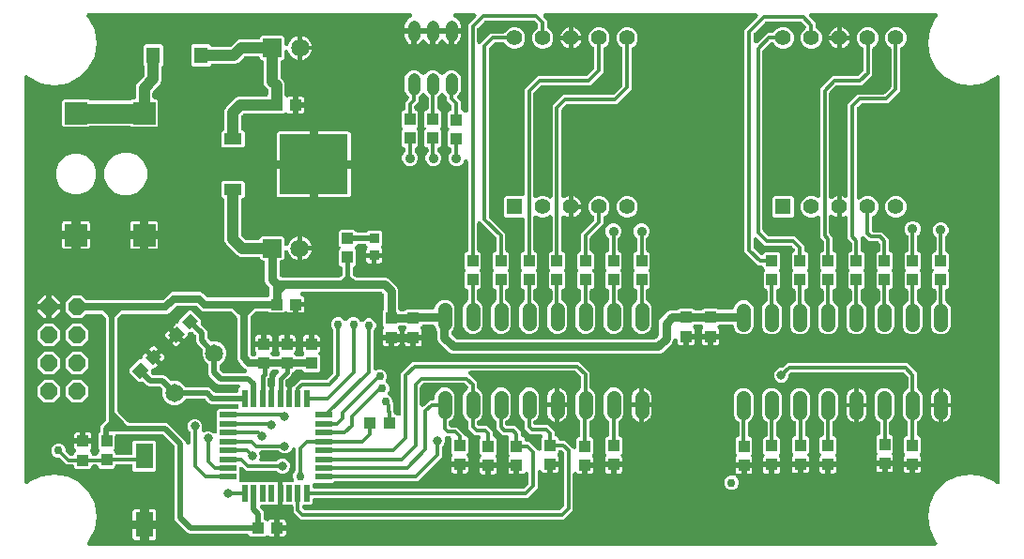
<source format=gbr>
G04 EAGLE Gerber RS-274X export*
G75*
%MOMM*%
%FSLAX34Y34*%
%LPD*%
%INTop Copper*%
%IPPOS*%
%AMOC8*
5,1,8,0,0,1.08239X$1,22.5*%
G01*
%ADD10R,1.100000X1.000000*%
%ADD11R,1.000000X1.100000*%
%ADD12R,1.651000X1.651000*%
%ADD13C,1.651000*%
%ADD14R,1.270000X1.470000*%
%ADD15R,0.930000X0.910000*%
%ADD16C,1.100000*%
%ADD17R,1.600000X1.000000*%
%ADD18R,6.200000X5.400000*%
%ADD19R,2.000000X2.000000*%
%ADD20P,1.649562X8X112.500000*%
%ADD21R,1.600000X2.300000*%
%ADD22R,0.550000X1.500000*%
%ADD23R,1.500000X0.550000*%
%ADD24C,1.288000*%
%ADD25R,1.400000X1.400000*%
%ADD26C,1.400000*%
%ADD27C,1.800000*%
%ADD28C,1.000000*%
%ADD29C,0.500000*%
%ADD30C,0.800000*%
%ADD31C,0.400000*%
%ADD32C,0.700000*%
%ADD33C,0.756400*%
%ADD34C,0.300000*%
%ADD35C,0.304800*%
%ADD36C,0.806400*%
%ADD37C,0.906400*%

G36*
X823643Y17162D02*
X823643Y17162D01*
X823658Y17161D01*
X823842Y17182D01*
X824026Y17201D01*
X824040Y17205D01*
X824055Y17207D01*
X824230Y17264D01*
X824407Y17319D01*
X824421Y17326D01*
X824435Y17331D01*
X824595Y17421D01*
X824758Y17510D01*
X824769Y17520D01*
X824783Y17528D01*
X824922Y17649D01*
X825063Y17768D01*
X825072Y17780D01*
X825084Y17790D01*
X825197Y17936D01*
X825311Y18081D01*
X825318Y18094D01*
X825327Y18106D01*
X825408Y18272D01*
X825492Y18437D01*
X825496Y18451D01*
X825503Y18465D01*
X825549Y18644D01*
X825599Y18822D01*
X825600Y18837D01*
X825604Y18852D01*
X825614Y19035D01*
X825627Y19220D01*
X825625Y19235D01*
X825625Y19250D01*
X825599Y19433D01*
X825575Y19616D01*
X825570Y19631D01*
X825568Y19646D01*
X825505Y19820D01*
X825445Y19994D01*
X825438Y20007D01*
X825432Y20021D01*
X825337Y20179D01*
X825243Y20339D01*
X825233Y20350D01*
X825225Y20363D01*
X825042Y20574D01*
X824396Y21220D01*
X818988Y31834D01*
X817124Y43600D01*
X818988Y55366D01*
X824396Y65980D01*
X832820Y74404D01*
X843434Y79812D01*
X855200Y81676D01*
X866966Y79812D01*
X877580Y74404D01*
X878626Y73358D01*
X878638Y73348D01*
X878648Y73337D01*
X878793Y73222D01*
X878936Y73105D01*
X878949Y73098D01*
X878961Y73089D01*
X879126Y73005D01*
X879289Y72919D01*
X879303Y72915D01*
X879317Y72908D01*
X879494Y72859D01*
X879672Y72807D01*
X879687Y72805D01*
X879702Y72801D01*
X879885Y72788D01*
X880070Y72773D01*
X880085Y72774D01*
X880100Y72773D01*
X880284Y72797D01*
X880467Y72819D01*
X880481Y72823D01*
X880496Y72825D01*
X880672Y72885D01*
X880847Y72942D01*
X880860Y72950D01*
X880874Y72955D01*
X881034Y73048D01*
X881194Y73139D01*
X881206Y73149D01*
X881219Y73157D01*
X881357Y73280D01*
X881496Y73401D01*
X881505Y73413D01*
X881516Y73423D01*
X881627Y73572D01*
X881739Y73718D01*
X881746Y73732D01*
X881755Y73744D01*
X881833Y73911D01*
X881915Y74077D01*
X881918Y74091D01*
X881925Y74105D01*
X881969Y74285D01*
X882015Y74463D01*
X882016Y74478D01*
X882020Y74493D01*
X882039Y74772D01*
X882039Y439728D01*
X882038Y439743D01*
X882039Y439758D01*
X882018Y439942D01*
X881999Y440126D01*
X881995Y440140D01*
X881993Y440155D01*
X881936Y440331D01*
X881881Y440507D01*
X881874Y440521D01*
X881869Y440535D01*
X881779Y440695D01*
X881690Y440858D01*
X881680Y440869D01*
X881672Y440883D01*
X881551Y441022D01*
X881432Y441163D01*
X881420Y441172D01*
X881410Y441184D01*
X881264Y441297D01*
X881119Y441411D01*
X881106Y441418D01*
X881094Y441427D01*
X880928Y441508D01*
X880763Y441592D01*
X880748Y441596D01*
X880735Y441603D01*
X880557Y441649D01*
X880378Y441699D01*
X880363Y441700D01*
X880348Y441704D01*
X880165Y441714D01*
X879980Y441727D01*
X879965Y441725D01*
X879950Y441725D01*
X879768Y441699D01*
X879584Y441675D01*
X879569Y441670D01*
X879554Y441668D01*
X879381Y441605D01*
X879206Y441545D01*
X879193Y441538D01*
X879178Y441532D01*
X879020Y441436D01*
X878861Y441343D01*
X878850Y441333D01*
X878837Y441325D01*
X878626Y441142D01*
X877580Y440096D01*
X866966Y434688D01*
X855200Y432824D01*
X843434Y434688D01*
X832820Y440096D01*
X824396Y448520D01*
X818988Y459134D01*
X817124Y470900D01*
X818988Y482666D01*
X824396Y493280D01*
X825442Y494326D01*
X825452Y494338D01*
X825463Y494348D01*
X825578Y494493D01*
X825695Y494636D01*
X825702Y494649D01*
X825711Y494661D01*
X825795Y494826D01*
X825881Y494989D01*
X825885Y495003D01*
X825892Y495017D01*
X825941Y495194D01*
X825993Y495372D01*
X825995Y495387D01*
X825999Y495402D01*
X826012Y495585D01*
X826027Y495770D01*
X826026Y495785D01*
X826027Y495800D01*
X826003Y495984D01*
X825981Y496167D01*
X825977Y496181D01*
X825975Y496196D01*
X825915Y496372D01*
X825858Y496547D01*
X825850Y496560D01*
X825845Y496574D01*
X825752Y496734D01*
X825661Y496894D01*
X825651Y496906D01*
X825643Y496919D01*
X825520Y497057D01*
X825399Y497196D01*
X825387Y497205D01*
X825377Y497216D01*
X825228Y497327D01*
X825082Y497439D01*
X825068Y497446D01*
X825056Y497455D01*
X824889Y497533D01*
X824723Y497615D01*
X824709Y497618D01*
X824695Y497625D01*
X824515Y497669D01*
X824337Y497715D01*
X824322Y497716D01*
X824307Y497720D01*
X824028Y497739D01*
X712042Y497739D01*
X712027Y497738D01*
X712012Y497739D01*
X711828Y497718D01*
X711644Y497699D01*
X711630Y497695D01*
X711615Y497693D01*
X711440Y497636D01*
X711263Y497581D01*
X711249Y497574D01*
X711235Y497569D01*
X711075Y497479D01*
X710912Y497390D01*
X710901Y497380D01*
X710888Y497372D01*
X710749Y497252D01*
X710607Y497132D01*
X710598Y497120D01*
X710586Y497110D01*
X710474Y496964D01*
X710359Y496819D01*
X710352Y496806D01*
X710343Y496794D01*
X710262Y496628D01*
X710178Y496463D01*
X710174Y496448D01*
X710167Y496435D01*
X710121Y496256D01*
X710071Y496078D01*
X710070Y496063D01*
X710066Y496048D01*
X710056Y495865D01*
X710043Y495680D01*
X710045Y495665D01*
X710045Y495650D01*
X710071Y495467D01*
X710095Y495284D01*
X710100Y495269D01*
X710102Y495254D01*
X710165Y495080D01*
X710225Y494906D01*
X710233Y494893D01*
X710238Y494879D01*
X710333Y494721D01*
X710427Y494561D01*
X710437Y494550D01*
X710445Y494537D01*
X710628Y494326D01*
X713088Y491866D01*
X716041Y488914D01*
X716041Y485489D01*
X716045Y485451D01*
X716042Y485414D01*
X716064Y485253D01*
X716081Y485092D01*
X716092Y485055D01*
X716097Y485018D01*
X716151Y484865D01*
X716199Y484710D01*
X716217Y484677D01*
X716229Y484641D01*
X716312Y484502D01*
X716390Y484359D01*
X716415Y484330D01*
X716434Y484298D01*
X716543Y484178D01*
X716648Y484054D01*
X716677Y484031D01*
X716703Y484003D01*
X716833Y483907D01*
X716961Y483806D01*
X716995Y483789D01*
X717025Y483766D01*
X717275Y483642D01*
X717404Y483588D01*
X720088Y480904D01*
X721541Y477398D01*
X721541Y473602D01*
X720088Y470096D01*
X717404Y467412D01*
X713898Y465959D01*
X710102Y465959D01*
X706596Y467412D01*
X703912Y470096D01*
X702459Y473602D01*
X702459Y477398D01*
X703912Y480904D01*
X706853Y483845D01*
X706872Y483869D01*
X706895Y483889D01*
X706998Y484023D01*
X707106Y484155D01*
X707120Y484181D01*
X707138Y484205D01*
X707213Y484358D01*
X707292Y484508D01*
X707300Y484537D01*
X707314Y484564D01*
X707356Y484728D01*
X707404Y484891D01*
X707407Y484922D01*
X707414Y484951D01*
X707424Y485119D01*
X707438Y485289D01*
X707435Y485319D01*
X707436Y485350D01*
X707412Y485517D01*
X707392Y485686D01*
X707383Y485715D01*
X707378Y485745D01*
X707321Y485905D01*
X707268Y486066D01*
X707253Y486092D01*
X707243Y486121D01*
X707155Y486266D01*
X707072Y486413D01*
X707052Y486436D01*
X707036Y486462D01*
X706853Y486673D01*
X703912Y489614D01*
X703877Y489642D01*
X703846Y489676D01*
X703722Y489768D01*
X703603Y489867D01*
X703562Y489888D01*
X703526Y489915D01*
X703386Y489981D01*
X703249Y490053D01*
X703206Y490066D01*
X703165Y490085D01*
X703014Y490122D01*
X702866Y490165D01*
X702821Y490169D01*
X702777Y490180D01*
X702498Y490199D01*
X671502Y490199D01*
X671457Y490195D01*
X671411Y490197D01*
X671258Y490175D01*
X671104Y490159D01*
X671061Y490146D01*
X671016Y490139D01*
X670871Y490087D01*
X670723Y490041D01*
X670683Y490020D01*
X670640Y490004D01*
X670508Y489924D01*
X670372Y489850D01*
X670338Y489820D01*
X670299Y489797D01*
X670088Y489614D01*
X660626Y480152D01*
X660598Y480117D01*
X660564Y480086D01*
X660472Y479962D01*
X660373Y479843D01*
X660352Y479802D01*
X660325Y479766D01*
X660259Y479626D01*
X660187Y479489D01*
X660174Y479446D01*
X660155Y479405D01*
X660118Y479254D01*
X660075Y479106D01*
X660071Y479061D01*
X660060Y479017D01*
X660041Y478738D01*
X660041Y472582D01*
X660042Y472567D01*
X660041Y472552D01*
X660062Y472368D01*
X660081Y472184D01*
X660085Y472170D01*
X660087Y472155D01*
X660144Y471980D01*
X660199Y471803D01*
X660206Y471789D01*
X660211Y471775D01*
X660301Y471615D01*
X660390Y471452D01*
X660400Y471441D01*
X660408Y471428D01*
X660528Y471289D01*
X660648Y471147D01*
X660660Y471138D01*
X660670Y471126D01*
X660816Y471014D01*
X660961Y470899D01*
X660974Y470892D01*
X660986Y470883D01*
X661152Y470802D01*
X661317Y470718D01*
X661332Y470714D01*
X661345Y470707D01*
X661524Y470661D01*
X661702Y470611D01*
X661717Y470610D01*
X661732Y470606D01*
X661915Y470596D01*
X662100Y470583D01*
X662115Y470585D01*
X662130Y470585D01*
X662313Y470611D01*
X662496Y470635D01*
X662511Y470640D01*
X662526Y470642D01*
X662700Y470705D01*
X662874Y470765D01*
X662887Y470773D01*
X662901Y470778D01*
X663059Y470874D01*
X663219Y470967D01*
X663230Y470977D01*
X663243Y470985D01*
X663454Y471168D01*
X669374Y477088D01*
X672326Y480041D01*
X676820Y480041D01*
X676865Y480045D01*
X676910Y480043D01*
X677063Y480065D01*
X677217Y480081D01*
X677261Y480094D01*
X677306Y480101D01*
X677451Y480153D01*
X677599Y480199D01*
X677639Y480220D01*
X677681Y480236D01*
X677813Y480316D01*
X677949Y480390D01*
X677984Y480420D01*
X678023Y480443D01*
X678234Y480626D01*
X681196Y483588D01*
X684702Y485041D01*
X688498Y485041D01*
X692004Y483588D01*
X694688Y480904D01*
X696141Y477398D01*
X696141Y473602D01*
X694688Y470096D01*
X692004Y467412D01*
X688498Y465959D01*
X684702Y465959D01*
X681196Y467412D01*
X678512Y470096D01*
X678280Y470656D01*
X678269Y470676D01*
X678262Y470697D01*
X678174Y470852D01*
X678091Y471008D01*
X678076Y471025D01*
X678065Y471045D01*
X677949Y471178D01*
X677836Y471315D01*
X677818Y471329D01*
X677803Y471346D01*
X677663Y471454D01*
X677524Y471566D01*
X677504Y471576D01*
X677486Y471590D01*
X677327Y471668D01*
X677170Y471749D01*
X677148Y471755D01*
X677127Y471765D01*
X676956Y471810D01*
X676786Y471859D01*
X676763Y471860D01*
X676741Y471866D01*
X676565Y471876D01*
X676387Y471890D01*
X676365Y471887D01*
X676342Y471888D01*
X676167Y471862D01*
X675991Y471841D01*
X675969Y471833D01*
X675947Y471830D01*
X675780Y471770D01*
X675612Y471714D01*
X675593Y471703D01*
X675571Y471695D01*
X675420Y471603D01*
X675266Y471514D01*
X675249Y471499D01*
X675230Y471488D01*
X675019Y471304D01*
X668626Y464912D01*
X668598Y464877D01*
X668564Y464846D01*
X668472Y464722D01*
X668373Y464603D01*
X668352Y464562D01*
X668325Y464526D01*
X668259Y464386D01*
X668187Y464249D01*
X668174Y464206D01*
X668155Y464165D01*
X668118Y464014D01*
X668075Y463866D01*
X668071Y463821D01*
X668060Y463777D01*
X668041Y463498D01*
X668041Y302502D01*
X668045Y302457D01*
X668043Y302411D01*
X668065Y302258D01*
X668081Y302104D01*
X668094Y302061D01*
X668101Y302016D01*
X668153Y301871D01*
X668199Y301723D01*
X668220Y301683D01*
X668236Y301640D01*
X668316Y301508D01*
X668390Y301372D01*
X668420Y301338D01*
X668443Y301299D01*
X668626Y301088D01*
X673088Y296626D01*
X673123Y296598D01*
X673154Y296564D01*
X673278Y296472D01*
X673397Y296373D01*
X673438Y296352D01*
X673474Y296325D01*
X673614Y296259D01*
X673751Y296187D01*
X673794Y296174D01*
X673835Y296155D01*
X673986Y296118D01*
X674134Y296075D01*
X674179Y296071D01*
X674223Y296060D01*
X674502Y296041D01*
X697674Y296041D01*
X705941Y287774D01*
X705941Y284140D01*
X705944Y284110D01*
X705942Y284080D01*
X705964Y283911D01*
X705981Y283743D01*
X705990Y283714D01*
X705994Y283684D01*
X706049Y283523D01*
X706099Y283361D01*
X706113Y283334D01*
X706123Y283306D01*
X706209Y283160D01*
X706290Y283011D01*
X706310Y282987D01*
X706325Y282961D01*
X706438Y282835D01*
X706548Y282705D01*
X706571Y282686D01*
X706592Y282664D01*
X706728Y282563D01*
X706861Y282457D01*
X706888Y282443D01*
X706912Y282425D01*
X707065Y282353D01*
X707217Y282276D01*
X707246Y282268D01*
X707273Y282255D01*
X707439Y282215D01*
X707602Y282170D01*
X707632Y282167D01*
X707661Y282160D01*
X707940Y282141D01*
X707952Y282141D01*
X709441Y280652D01*
X709441Y267548D01*
X708907Y267014D01*
X708888Y266990D01*
X708865Y266970D01*
X708761Y266835D01*
X708654Y266704D01*
X708640Y266678D01*
X708621Y266654D01*
X708547Y266501D01*
X708468Y266351D01*
X708459Y266322D01*
X708446Y266295D01*
X708403Y266131D01*
X708355Y265968D01*
X708353Y265938D01*
X708345Y265908D01*
X708336Y265740D01*
X708321Y265570D01*
X708325Y265540D01*
X708323Y265510D01*
X708348Y265342D01*
X708367Y265173D01*
X708377Y265144D01*
X708381Y265114D01*
X708439Y264954D01*
X708491Y264793D01*
X708506Y264767D01*
X708516Y264739D01*
X708605Y264593D01*
X708688Y264446D01*
X708708Y264423D01*
X708724Y264397D01*
X708907Y264186D01*
X709441Y263652D01*
X709441Y250548D01*
X707952Y249059D01*
X707940Y249059D01*
X707910Y249056D01*
X707880Y249058D01*
X707711Y249036D01*
X707543Y249019D01*
X707514Y249010D01*
X707484Y249006D01*
X707323Y248951D01*
X707161Y248901D01*
X707134Y248887D01*
X707106Y248877D01*
X706960Y248791D01*
X706811Y248710D01*
X706787Y248690D01*
X706761Y248675D01*
X706635Y248562D01*
X706505Y248452D01*
X706486Y248429D01*
X706464Y248408D01*
X706363Y248272D01*
X706257Y248139D01*
X706243Y248112D01*
X706225Y248088D01*
X706153Y247935D01*
X706076Y247783D01*
X706068Y247754D01*
X706055Y247727D01*
X706015Y247561D01*
X705970Y247398D01*
X705967Y247368D01*
X705960Y247339D01*
X705941Y247060D01*
X705941Y239223D01*
X705945Y239185D01*
X705942Y239147D01*
X705964Y238987D01*
X705981Y238825D01*
X705992Y238789D01*
X705997Y238752D01*
X706051Y238599D01*
X706099Y238444D01*
X706117Y238410D01*
X706130Y238375D01*
X706212Y238236D01*
X706290Y238093D01*
X706315Y238064D01*
X706334Y238032D01*
X706443Y237912D01*
X706548Y237788D01*
X706577Y237764D01*
X706603Y237736D01*
X706734Y237641D01*
X706861Y237540D01*
X706895Y237523D01*
X706925Y237500D01*
X706956Y237485D01*
X709514Y234927D01*
X710881Y231626D01*
X710881Y215174D01*
X709514Y211873D01*
X706987Y209346D01*
X703686Y207979D01*
X700114Y207979D01*
X696813Y209346D01*
X694286Y211873D01*
X692919Y215174D01*
X692919Y231626D01*
X694286Y234927D01*
X696862Y237503D01*
X696977Y237565D01*
X697006Y237589D01*
X697039Y237608D01*
X697159Y237716D01*
X697284Y237820D01*
X697308Y237849D01*
X697336Y237875D01*
X697433Y238004D01*
X697535Y238131D01*
X697552Y238165D01*
X697575Y238195D01*
X697644Y238341D01*
X697718Y238485D01*
X697729Y238522D01*
X697745Y238556D01*
X697783Y238714D01*
X697828Y238870D01*
X697831Y238907D01*
X697840Y238944D01*
X697859Y239223D01*
X697859Y247060D01*
X697856Y247090D01*
X697858Y247120D01*
X697836Y247289D01*
X697819Y247457D01*
X697810Y247486D01*
X697806Y247516D01*
X697751Y247677D01*
X697701Y247839D01*
X697687Y247866D01*
X697677Y247894D01*
X697591Y248040D01*
X697510Y248189D01*
X697490Y248213D01*
X697475Y248239D01*
X697362Y248365D01*
X697252Y248495D01*
X697229Y248514D01*
X697208Y248536D01*
X697072Y248637D01*
X696939Y248743D01*
X696912Y248757D01*
X696888Y248775D01*
X696735Y248847D01*
X696583Y248924D01*
X696554Y248932D01*
X696527Y248945D01*
X696361Y248985D01*
X696198Y249030D01*
X696168Y249033D01*
X696139Y249040D01*
X695860Y249059D01*
X695848Y249059D01*
X694359Y250548D01*
X694359Y263652D01*
X694893Y264186D01*
X694912Y264210D01*
X694935Y264230D01*
X695039Y264364D01*
X695146Y264496D01*
X695160Y264522D01*
X695179Y264546D01*
X695253Y264699D01*
X695332Y264849D01*
X695341Y264878D01*
X695354Y264905D01*
X695397Y265070D01*
X695445Y265232D01*
X695447Y265262D01*
X695455Y265292D01*
X695464Y265461D01*
X695479Y265630D01*
X695475Y265660D01*
X695477Y265690D01*
X695452Y265858D01*
X695433Y266027D01*
X695423Y266056D01*
X695419Y266086D01*
X695361Y266245D01*
X695309Y266407D01*
X695294Y266433D01*
X695284Y266462D01*
X695195Y266607D01*
X695112Y266754D01*
X695092Y266777D01*
X695076Y266803D01*
X694893Y267014D01*
X694359Y267548D01*
X694359Y280652D01*
X695965Y282258D01*
X696097Y282299D01*
X696111Y282306D01*
X696125Y282311D01*
X696285Y282401D01*
X696448Y282490D01*
X696459Y282500D01*
X696472Y282508D01*
X696611Y282628D01*
X696753Y282748D01*
X696762Y282760D01*
X696774Y282770D01*
X696886Y282916D01*
X697001Y283061D01*
X697008Y283074D01*
X697017Y283086D01*
X697098Y283252D01*
X697182Y283417D01*
X697186Y283432D01*
X697193Y283445D01*
X697239Y283623D01*
X697289Y283802D01*
X697290Y283817D01*
X697294Y283832D01*
X697304Y284015D01*
X697317Y284200D01*
X697315Y284215D01*
X697315Y284230D01*
X697289Y284412D01*
X697265Y284596D01*
X697260Y284611D01*
X697258Y284626D01*
X697195Y284799D01*
X697135Y284974D01*
X697127Y284987D01*
X697122Y285001D01*
X697027Y285159D01*
X696933Y285319D01*
X696923Y285330D01*
X696915Y285343D01*
X696732Y285554D01*
X694912Y287374D01*
X694877Y287402D01*
X694846Y287436D01*
X694722Y287529D01*
X694603Y287627D01*
X694562Y287648D01*
X694526Y287675D01*
X694386Y287741D01*
X694249Y287813D01*
X694206Y287826D01*
X694165Y287845D01*
X694014Y287882D01*
X693866Y287925D01*
X693821Y287929D01*
X693777Y287940D01*
X693498Y287959D01*
X670326Y287959D01*
X663454Y294832D01*
X663442Y294842D01*
X663432Y294853D01*
X663288Y294968D01*
X663144Y295085D01*
X663131Y295092D01*
X663119Y295101D01*
X662954Y295185D01*
X662791Y295271D01*
X662777Y295275D01*
X662763Y295282D01*
X662586Y295331D01*
X662408Y295383D01*
X662393Y295385D01*
X662378Y295389D01*
X662195Y295401D01*
X662010Y295417D01*
X661995Y295415D01*
X661980Y295417D01*
X661796Y295393D01*
X661613Y295371D01*
X661599Y295367D01*
X661584Y295365D01*
X661409Y295305D01*
X661233Y295247D01*
X661220Y295240D01*
X661206Y295235D01*
X661046Y295142D01*
X660886Y295051D01*
X660874Y295041D01*
X660861Y295033D01*
X660724Y294910D01*
X660584Y294789D01*
X660575Y294777D01*
X660564Y294766D01*
X660454Y294619D01*
X660341Y294472D01*
X660334Y294458D01*
X660325Y294446D01*
X660247Y294280D01*
X660165Y294113D01*
X660162Y294098D01*
X660155Y294085D01*
X660111Y293905D01*
X660065Y293727D01*
X660064Y293711D01*
X660060Y293697D01*
X660041Y293418D01*
X660041Y286502D01*
X660045Y286457D01*
X660043Y286411D01*
X660065Y286258D01*
X660081Y286104D01*
X660094Y286061D01*
X660101Y286016D01*
X660153Y285871D01*
X660199Y285723D01*
X660220Y285683D01*
X660236Y285640D01*
X660316Y285508D01*
X660390Y285372D01*
X660420Y285338D01*
X660443Y285299D01*
X660626Y285088D01*
X665597Y280117D01*
X665620Y280098D01*
X665640Y280075D01*
X665775Y279972D01*
X665906Y279865D01*
X665933Y279851D01*
X665957Y279832D01*
X666109Y279757D01*
X666260Y279678D01*
X666289Y279670D01*
X666316Y279657D01*
X666480Y279614D01*
X666643Y279566D01*
X666673Y279563D01*
X666702Y279556D01*
X666871Y279547D01*
X667041Y279532D01*
X667071Y279536D01*
X667101Y279534D01*
X667269Y279559D01*
X667438Y279578D01*
X667466Y279587D01*
X667496Y279592D01*
X667657Y279649D01*
X667817Y279702D01*
X667844Y279717D01*
X667872Y279727D01*
X668017Y279815D01*
X668165Y279899D01*
X668188Y279919D01*
X668214Y279934D01*
X668424Y280117D01*
X670448Y282141D01*
X682552Y282141D01*
X684041Y280652D01*
X684041Y267548D01*
X683507Y267014D01*
X683488Y266990D01*
X683465Y266970D01*
X683361Y266835D01*
X683254Y266704D01*
X683240Y266678D01*
X683221Y266654D01*
X683147Y266501D01*
X683068Y266351D01*
X683059Y266322D01*
X683046Y266295D01*
X683003Y266131D01*
X682955Y265968D01*
X682953Y265938D01*
X682945Y265908D01*
X682936Y265740D01*
X682921Y265570D01*
X682925Y265540D01*
X682923Y265510D01*
X682948Y265342D01*
X682967Y265173D01*
X682977Y265144D01*
X682981Y265114D01*
X683039Y264954D01*
X683091Y264793D01*
X683106Y264767D01*
X683116Y264739D01*
X683205Y264593D01*
X683288Y264446D01*
X683308Y264423D01*
X683324Y264397D01*
X683507Y264186D01*
X684041Y263652D01*
X684041Y250548D01*
X682552Y249059D01*
X682540Y249059D01*
X682510Y249056D01*
X682480Y249058D01*
X682311Y249036D01*
X682143Y249019D01*
X682114Y249010D01*
X682084Y249006D01*
X681923Y248951D01*
X681761Y248901D01*
X681734Y248887D01*
X681706Y248877D01*
X681560Y248791D01*
X681411Y248710D01*
X681387Y248690D01*
X681361Y248675D01*
X681235Y248562D01*
X681105Y248452D01*
X681086Y248429D01*
X681064Y248408D01*
X680963Y248272D01*
X680857Y248139D01*
X680843Y248112D01*
X680825Y248088D01*
X680753Y247935D01*
X680676Y247783D01*
X680668Y247754D01*
X680655Y247727D01*
X680615Y247561D01*
X680570Y247398D01*
X680567Y247368D01*
X680560Y247339D01*
X680541Y247060D01*
X680541Y239223D01*
X680545Y239185D01*
X680542Y239147D01*
X680564Y238987D01*
X680581Y238825D01*
X680592Y238789D01*
X680597Y238752D01*
X680651Y238599D01*
X680699Y238444D01*
X680717Y238410D01*
X680730Y238375D01*
X680812Y238236D01*
X680890Y238093D01*
X680915Y238064D01*
X680934Y238032D01*
X681043Y237912D01*
X681148Y237788D01*
X681177Y237764D01*
X681203Y237736D01*
X681334Y237641D01*
X681461Y237540D01*
X681495Y237523D01*
X681525Y237500D01*
X681556Y237485D01*
X684114Y234927D01*
X685481Y231626D01*
X685481Y215174D01*
X684114Y211873D01*
X681587Y209346D01*
X678286Y207979D01*
X674714Y207979D01*
X671413Y209346D01*
X668886Y211873D01*
X667519Y215174D01*
X667519Y231626D01*
X668886Y234927D01*
X671462Y237503D01*
X671577Y237565D01*
X671606Y237589D01*
X671639Y237608D01*
X671759Y237716D01*
X671884Y237820D01*
X671908Y237849D01*
X671936Y237875D01*
X672033Y238004D01*
X672135Y238131D01*
X672152Y238165D01*
X672175Y238195D01*
X672244Y238341D01*
X672318Y238485D01*
X672329Y238522D01*
X672345Y238556D01*
X672383Y238714D01*
X672428Y238870D01*
X672431Y238907D01*
X672440Y238944D01*
X672459Y239223D01*
X672459Y247060D01*
X672456Y247090D01*
X672458Y247120D01*
X672436Y247289D01*
X672419Y247457D01*
X672410Y247486D01*
X672406Y247516D01*
X672351Y247677D01*
X672301Y247839D01*
X672287Y247866D01*
X672277Y247894D01*
X672191Y248040D01*
X672110Y248189D01*
X672090Y248213D01*
X672075Y248239D01*
X671962Y248365D01*
X671852Y248495D01*
X671829Y248514D01*
X671808Y248536D01*
X671672Y248637D01*
X671539Y248743D01*
X671512Y248757D01*
X671488Y248775D01*
X671335Y248847D01*
X671183Y248924D01*
X671154Y248932D01*
X671127Y248945D01*
X670961Y248985D01*
X670798Y249030D01*
X670768Y249033D01*
X670739Y249040D01*
X670460Y249059D01*
X670448Y249059D01*
X668959Y250548D01*
X668959Y263652D01*
X669493Y264186D01*
X669512Y264210D01*
X669535Y264230D01*
X669639Y264364D01*
X669746Y264496D01*
X669760Y264522D01*
X669779Y264546D01*
X669853Y264699D01*
X669932Y264849D01*
X669941Y264878D01*
X669954Y264905D01*
X669997Y265070D01*
X670045Y265232D01*
X670047Y265262D01*
X670055Y265292D01*
X670064Y265461D01*
X670079Y265630D01*
X670075Y265660D01*
X670077Y265690D01*
X670052Y265858D01*
X670033Y266027D01*
X670023Y266056D01*
X670019Y266086D01*
X669961Y266245D01*
X669909Y266407D01*
X669894Y266433D01*
X669884Y266462D01*
X669795Y266607D01*
X669712Y266754D01*
X669692Y266777D01*
X669676Y266803D01*
X669493Y267014D01*
X668959Y267548D01*
X668959Y268060D01*
X668956Y268090D01*
X668958Y268120D01*
X668936Y268289D01*
X668919Y268457D01*
X668910Y268486D01*
X668906Y268516D01*
X668851Y268677D01*
X668801Y268839D01*
X668787Y268866D01*
X668777Y268894D01*
X668691Y269040D01*
X668610Y269189D01*
X668590Y269213D01*
X668575Y269239D01*
X668462Y269365D01*
X668352Y269495D01*
X668329Y269514D01*
X668308Y269536D01*
X668172Y269637D01*
X668039Y269743D01*
X668012Y269757D01*
X667988Y269775D01*
X667835Y269847D01*
X667683Y269924D01*
X667654Y269932D01*
X667627Y269945D01*
X667461Y269985D01*
X667298Y270030D01*
X667268Y270033D01*
X667239Y270040D01*
X666960Y270059D01*
X664226Y270059D01*
X651959Y282326D01*
X651959Y482914D01*
X663372Y494326D01*
X663382Y494338D01*
X663393Y494348D01*
X663508Y494492D01*
X663625Y494636D01*
X663632Y494649D01*
X663641Y494661D01*
X663725Y494826D01*
X663811Y494989D01*
X663815Y495003D01*
X663822Y495017D01*
X663871Y495195D01*
X663923Y495372D01*
X663925Y495387D01*
X663929Y495402D01*
X663941Y495585D01*
X663957Y495770D01*
X663955Y495785D01*
X663957Y495800D01*
X663933Y495984D01*
X663911Y496167D01*
X663907Y496181D01*
X663905Y496196D01*
X663845Y496371D01*
X663787Y496547D01*
X663780Y496560D01*
X663775Y496574D01*
X663682Y496734D01*
X663591Y496894D01*
X663581Y496906D01*
X663573Y496919D01*
X663450Y497056D01*
X663329Y497196D01*
X663317Y497205D01*
X663306Y497216D01*
X663159Y497326D01*
X663012Y497439D01*
X662998Y497446D01*
X662986Y497455D01*
X662820Y497533D01*
X662653Y497615D01*
X662638Y497618D01*
X662625Y497625D01*
X662445Y497669D01*
X662267Y497715D01*
X662251Y497716D01*
X662237Y497720D01*
X661958Y497739D01*
X472042Y497739D01*
X472027Y497738D01*
X472011Y497739D01*
X471827Y497718D01*
X471644Y497699D01*
X471630Y497695D01*
X471615Y497693D01*
X471439Y497636D01*
X471263Y497581D01*
X471249Y497574D01*
X471235Y497569D01*
X471075Y497478D01*
X470912Y497390D01*
X470901Y497380D01*
X470887Y497372D01*
X470748Y497251D01*
X470607Y497132D01*
X470597Y497120D01*
X470586Y497110D01*
X470474Y496964D01*
X470359Y496819D01*
X470352Y496806D01*
X470343Y496794D01*
X470262Y496628D01*
X470178Y496463D01*
X470174Y496448D01*
X470167Y496435D01*
X470121Y496256D01*
X470071Y496078D01*
X470070Y496063D01*
X470066Y496048D01*
X470056Y495864D01*
X470043Y495680D01*
X470045Y495665D01*
X470045Y495649D01*
X470071Y495467D01*
X470095Y495284D01*
X470100Y495269D01*
X470102Y495254D01*
X470165Y495081D01*
X470225Y494906D01*
X470233Y494893D01*
X470238Y494878D01*
X470334Y494720D01*
X470427Y494561D01*
X470437Y494550D01*
X470445Y494537D01*
X470628Y494326D01*
X470788Y494167D01*
X470788Y494166D01*
X473741Y491214D01*
X473741Y485489D01*
X473745Y485451D01*
X473742Y485414D01*
X473764Y485253D01*
X473781Y485092D01*
X473792Y485055D01*
X473797Y485018D01*
X473851Y484865D01*
X473899Y484710D01*
X473917Y484677D01*
X473929Y484641D01*
X474012Y484502D01*
X474090Y484359D01*
X474115Y484330D01*
X474134Y484298D01*
X474243Y484178D01*
X474348Y484054D01*
X474377Y484031D01*
X474403Y484003D01*
X474533Y483907D01*
X474661Y483806D01*
X474695Y483789D01*
X474725Y483766D01*
X474975Y483642D01*
X475104Y483588D01*
X477788Y480904D01*
X479241Y477398D01*
X479241Y473602D01*
X477788Y470096D01*
X475104Y467412D01*
X471598Y465959D01*
X467802Y465959D01*
X464296Y467412D01*
X461612Y470096D01*
X460159Y473602D01*
X460159Y477398D01*
X461612Y480904D01*
X464296Y483588D01*
X464425Y483642D01*
X464458Y483660D01*
X464494Y483672D01*
X464634Y483754D01*
X464777Y483831D01*
X464806Y483855D01*
X464839Y483874D01*
X464960Y483983D01*
X465084Y484086D01*
X465108Y484115D01*
X465136Y484141D01*
X465233Y484271D01*
X465335Y484397D01*
X465352Y484431D01*
X465375Y484461D01*
X465444Y484608D01*
X465518Y484752D01*
X465529Y484788D01*
X465545Y484822D01*
X465583Y484980D01*
X465628Y485136D01*
X465631Y485174D01*
X465640Y485210D01*
X465659Y485489D01*
X465659Y487038D01*
X465655Y487083D01*
X465657Y487129D01*
X465635Y487282D01*
X465619Y487436D01*
X465606Y487479D01*
X465599Y487524D01*
X465547Y487669D01*
X465501Y487817D01*
X465480Y487857D01*
X465464Y487900D01*
X465384Y488032D01*
X465310Y488168D01*
X465280Y488202D01*
X465257Y488241D01*
X465074Y488452D01*
X462912Y490614D01*
X462877Y490642D01*
X462846Y490676D01*
X462722Y490768D01*
X462603Y490867D01*
X462562Y490888D01*
X462526Y490915D01*
X462386Y490981D01*
X462249Y491053D01*
X462206Y491066D01*
X462165Y491085D01*
X462014Y491122D01*
X461866Y491165D01*
X461821Y491169D01*
X461777Y491180D01*
X461498Y491199D01*
X418502Y491199D01*
X418457Y491195D01*
X418411Y491197D01*
X418258Y491175D01*
X418104Y491159D01*
X418061Y491146D01*
X418016Y491139D01*
X417871Y491087D01*
X417723Y491041D01*
X417683Y491020D01*
X417640Y491004D01*
X417508Y490924D01*
X417372Y490850D01*
X417338Y490820D01*
X417299Y490797D01*
X417088Y490614D01*
X411126Y484652D01*
X411098Y484617D01*
X411064Y484586D01*
X410971Y484462D01*
X410873Y484343D01*
X410852Y484302D01*
X410825Y484266D01*
X410759Y484126D01*
X410687Y483989D01*
X410674Y483946D01*
X410655Y483905D01*
X410618Y483754D01*
X410575Y483606D01*
X410571Y483561D01*
X410560Y483517D01*
X410541Y483238D01*
X410541Y472082D01*
X410542Y472067D01*
X410541Y472052D01*
X410562Y471868D01*
X410581Y471684D01*
X410585Y471670D01*
X410587Y471655D01*
X410644Y471480D01*
X410699Y471303D01*
X410706Y471289D01*
X410711Y471275D01*
X410801Y471115D01*
X410890Y470952D01*
X410900Y470941D01*
X410908Y470928D01*
X411029Y470788D01*
X411148Y470647D01*
X411160Y470638D01*
X411170Y470626D01*
X411316Y470513D01*
X411461Y470399D01*
X411474Y470392D01*
X411486Y470383D01*
X411652Y470302D01*
X411817Y470218D01*
X411832Y470214D01*
X411845Y470207D01*
X412024Y470161D01*
X412202Y470111D01*
X412217Y470110D01*
X412232Y470106D01*
X412415Y470096D01*
X412600Y470083D01*
X412615Y470085D01*
X412630Y470085D01*
X412813Y470111D01*
X412996Y470135D01*
X413011Y470140D01*
X413026Y470142D01*
X413200Y470205D01*
X413374Y470265D01*
X413387Y470273D01*
X413401Y470278D01*
X413559Y470374D01*
X413719Y470467D01*
X413730Y470477D01*
X413743Y470485D01*
X413954Y470668D01*
X422826Y479541D01*
X434311Y479541D01*
X434349Y479545D01*
X434386Y479542D01*
X434547Y479564D01*
X434708Y479581D01*
X434745Y479592D01*
X434782Y479597D01*
X434935Y479651D01*
X435090Y479699D01*
X435123Y479717D01*
X435159Y479729D01*
X435298Y479812D01*
X435441Y479890D01*
X435470Y479915D01*
X435502Y479934D01*
X435622Y480043D01*
X435746Y480148D01*
X435769Y480177D01*
X435797Y480203D01*
X435893Y480333D01*
X435994Y480461D01*
X436011Y480495D01*
X436034Y480525D01*
X436158Y480775D01*
X436212Y480904D01*
X438896Y483588D01*
X442402Y485041D01*
X446198Y485041D01*
X449704Y483588D01*
X452388Y480904D01*
X453841Y477398D01*
X453841Y473602D01*
X452388Y470096D01*
X449704Y467412D01*
X446198Y465959D01*
X442402Y465959D01*
X438896Y467412D01*
X436212Y470096D01*
X436158Y470225D01*
X436140Y470258D01*
X436128Y470294D01*
X436046Y470434D01*
X435969Y470577D01*
X435945Y470606D01*
X435926Y470639D01*
X435817Y470760D01*
X435714Y470884D01*
X435685Y470908D01*
X435659Y470936D01*
X435529Y471033D01*
X435403Y471135D01*
X435369Y471152D01*
X435339Y471175D01*
X435192Y471244D01*
X435048Y471318D01*
X435012Y471329D01*
X434978Y471345D01*
X434820Y471383D01*
X434664Y471428D01*
X434626Y471431D01*
X434590Y471440D01*
X434311Y471459D01*
X427002Y471459D01*
X426957Y471455D01*
X426911Y471457D01*
X426758Y471435D01*
X426604Y471419D01*
X426561Y471406D01*
X426516Y471399D01*
X426371Y471347D01*
X426223Y471301D01*
X426183Y471280D01*
X426140Y471264D01*
X426008Y471184D01*
X425872Y471110D01*
X425838Y471080D01*
X425799Y471057D01*
X425588Y470874D01*
X421626Y466912D01*
X421598Y466877D01*
X421564Y466846D01*
X421472Y466722D01*
X421373Y466603D01*
X421352Y466562D01*
X421325Y466526D01*
X421259Y466386D01*
X421187Y466249D01*
X421174Y466206D01*
X421155Y466165D01*
X421118Y466014D01*
X421075Y465866D01*
X421071Y465821D01*
X421060Y465777D01*
X421041Y465498D01*
X421041Y314502D01*
X421045Y314457D01*
X421043Y314411D01*
X421065Y314258D01*
X421081Y314104D01*
X421094Y314061D01*
X421101Y314016D01*
X421153Y313871D01*
X421199Y313723D01*
X421220Y313683D01*
X421236Y313640D01*
X421316Y313508D01*
X421390Y313372D01*
X421420Y313338D01*
X421443Y313299D01*
X421626Y313088D01*
X435941Y298774D01*
X435941Y284140D01*
X435944Y284110D01*
X435942Y284080D01*
X435964Y283911D01*
X435981Y283743D01*
X435990Y283714D01*
X435994Y283684D01*
X436049Y283523D01*
X436099Y283361D01*
X436113Y283334D01*
X436123Y283306D01*
X436209Y283160D01*
X436290Y283011D01*
X436310Y282987D01*
X436325Y282961D01*
X436438Y282835D01*
X436548Y282705D01*
X436571Y282686D01*
X436592Y282664D01*
X436728Y282563D01*
X436861Y282457D01*
X436888Y282443D01*
X436912Y282425D01*
X437065Y282353D01*
X437217Y282276D01*
X437246Y282268D01*
X437273Y282255D01*
X437439Y282215D01*
X437602Y282170D01*
X437632Y282167D01*
X437661Y282160D01*
X437940Y282141D01*
X437952Y282141D01*
X439441Y280652D01*
X439441Y267548D01*
X438907Y267014D01*
X438888Y266990D01*
X438865Y266970D01*
X438761Y266835D01*
X438654Y266704D01*
X438640Y266678D01*
X438621Y266654D01*
X438547Y266501D01*
X438468Y266351D01*
X438459Y266322D01*
X438446Y266295D01*
X438403Y266131D01*
X438355Y265968D01*
X438353Y265938D01*
X438345Y265908D01*
X438336Y265740D01*
X438321Y265570D01*
X438325Y265540D01*
X438323Y265510D01*
X438348Y265342D01*
X438367Y265173D01*
X438377Y265144D01*
X438381Y265114D01*
X438439Y264954D01*
X438491Y264793D01*
X438506Y264767D01*
X438516Y264739D01*
X438605Y264593D01*
X438688Y264446D01*
X438708Y264423D01*
X438724Y264397D01*
X438907Y264186D01*
X439441Y263652D01*
X439441Y250548D01*
X437952Y249059D01*
X437940Y249059D01*
X437910Y249056D01*
X437880Y249058D01*
X437711Y249036D01*
X437543Y249019D01*
X437514Y249010D01*
X437484Y249006D01*
X437323Y248951D01*
X437161Y248901D01*
X437134Y248887D01*
X437106Y248877D01*
X436960Y248791D01*
X436811Y248710D01*
X436787Y248690D01*
X436761Y248675D01*
X436635Y248562D01*
X436505Y248452D01*
X436486Y248429D01*
X436464Y248408D01*
X436363Y248272D01*
X436257Y248139D01*
X436243Y248112D01*
X436225Y248088D01*
X436153Y247935D01*
X436076Y247783D01*
X436068Y247754D01*
X436055Y247727D01*
X436015Y247561D01*
X435970Y247398D01*
X435967Y247368D01*
X435960Y247339D01*
X435941Y247060D01*
X435941Y239523D01*
X435945Y239485D01*
X435942Y239447D01*
X435964Y239287D01*
X435981Y239125D01*
X435992Y239089D01*
X435997Y239052D01*
X436051Y238899D01*
X436099Y238744D01*
X436117Y238710D01*
X436130Y238675D01*
X436212Y238536D01*
X436290Y238393D01*
X436315Y238364D01*
X436334Y238332D01*
X436443Y238212D01*
X436548Y238088D01*
X436577Y238064D01*
X436603Y238036D01*
X436734Y237941D01*
X436861Y237840D01*
X436895Y237823D01*
X436925Y237800D01*
X436956Y237785D01*
X439514Y235227D01*
X440881Y231926D01*
X440881Y215474D01*
X439514Y212173D01*
X436987Y209646D01*
X433686Y208279D01*
X430114Y208279D01*
X426813Y209646D01*
X424286Y212173D01*
X422919Y215474D01*
X422919Y231926D01*
X424286Y235227D01*
X426862Y237803D01*
X426977Y237865D01*
X427006Y237889D01*
X427039Y237908D01*
X427159Y238016D01*
X427284Y238120D01*
X427308Y238149D01*
X427336Y238175D01*
X427433Y238304D01*
X427535Y238431D01*
X427552Y238465D01*
X427575Y238495D01*
X427644Y238641D01*
X427718Y238785D01*
X427729Y238822D01*
X427745Y238856D01*
X427783Y239014D01*
X427828Y239170D01*
X427831Y239207D01*
X427840Y239244D01*
X427859Y239523D01*
X427859Y247060D01*
X427856Y247090D01*
X427858Y247120D01*
X427836Y247289D01*
X427819Y247457D01*
X427810Y247486D01*
X427806Y247516D01*
X427751Y247677D01*
X427701Y247839D01*
X427687Y247866D01*
X427677Y247894D01*
X427591Y248040D01*
X427510Y248189D01*
X427490Y248213D01*
X427475Y248239D01*
X427362Y248365D01*
X427252Y248495D01*
X427229Y248514D01*
X427208Y248536D01*
X427072Y248637D01*
X426939Y248743D01*
X426912Y248757D01*
X426888Y248775D01*
X426735Y248847D01*
X426583Y248924D01*
X426554Y248932D01*
X426527Y248945D01*
X426361Y248985D01*
X426198Y249030D01*
X426168Y249033D01*
X426139Y249040D01*
X425860Y249059D01*
X425848Y249059D01*
X424359Y250548D01*
X424359Y263652D01*
X424893Y264186D01*
X424912Y264210D01*
X424935Y264230D01*
X425039Y264364D01*
X425146Y264496D01*
X425160Y264522D01*
X425179Y264546D01*
X425253Y264699D01*
X425332Y264849D01*
X425341Y264878D01*
X425354Y264905D01*
X425397Y265070D01*
X425445Y265232D01*
X425447Y265262D01*
X425455Y265292D01*
X425464Y265461D01*
X425479Y265630D01*
X425475Y265660D01*
X425477Y265690D01*
X425452Y265858D01*
X425433Y266027D01*
X425423Y266056D01*
X425419Y266086D01*
X425361Y266245D01*
X425309Y266407D01*
X425294Y266433D01*
X425284Y266462D01*
X425195Y266607D01*
X425112Y266754D01*
X425092Y266777D01*
X425076Y266803D01*
X424893Y267014D01*
X424359Y267548D01*
X424359Y280652D01*
X425848Y282141D01*
X425860Y282141D01*
X425890Y282144D01*
X425920Y282142D01*
X426089Y282164D01*
X426257Y282181D01*
X426286Y282190D01*
X426316Y282194D01*
X426477Y282249D01*
X426639Y282299D01*
X426666Y282313D01*
X426694Y282323D01*
X426840Y282409D01*
X426989Y282490D01*
X427013Y282510D01*
X427039Y282525D01*
X427165Y282638D01*
X427295Y282748D01*
X427314Y282771D01*
X427336Y282792D01*
X427437Y282928D01*
X427543Y283061D01*
X427557Y283088D01*
X427575Y283112D01*
X427647Y283265D01*
X427724Y283417D01*
X427732Y283446D01*
X427745Y283473D01*
X427785Y283638D01*
X427830Y283802D01*
X427833Y283832D01*
X427840Y283861D01*
X427859Y284140D01*
X427859Y294598D01*
X427855Y294643D01*
X427857Y294689D01*
X427835Y294842D01*
X427819Y294996D01*
X427806Y295039D01*
X427799Y295084D01*
X427747Y295229D01*
X427701Y295377D01*
X427680Y295417D01*
X427664Y295460D01*
X427584Y295592D01*
X427510Y295728D01*
X427480Y295762D01*
X427457Y295801D01*
X427274Y296012D01*
X415912Y307374D01*
X413954Y309332D01*
X413942Y309342D01*
X413932Y309353D01*
X413788Y309468D01*
X413644Y309585D01*
X413631Y309592D01*
X413619Y309601D01*
X413454Y309685D01*
X413291Y309771D01*
X413277Y309775D01*
X413263Y309782D01*
X413086Y309831D01*
X412908Y309883D01*
X412893Y309885D01*
X412878Y309889D01*
X412695Y309901D01*
X412510Y309917D01*
X412495Y309915D01*
X412480Y309917D01*
X412296Y309893D01*
X412113Y309871D01*
X412099Y309867D01*
X412084Y309865D01*
X411908Y309805D01*
X411733Y309747D01*
X411720Y309740D01*
X411706Y309735D01*
X411547Y309642D01*
X411386Y309551D01*
X411374Y309541D01*
X411361Y309533D01*
X411224Y309410D01*
X411084Y309289D01*
X411075Y309277D01*
X411064Y309266D01*
X410954Y309119D01*
X410841Y308972D01*
X410834Y308958D01*
X410825Y308946D01*
X410747Y308779D01*
X410665Y308613D01*
X410662Y308598D01*
X410655Y308585D01*
X410611Y308405D01*
X410565Y308227D01*
X410564Y308211D01*
X410560Y308197D01*
X410541Y307918D01*
X410541Y284140D01*
X410544Y284110D01*
X410542Y284080D01*
X410564Y283911D01*
X410581Y283743D01*
X410590Y283714D01*
X410594Y283684D01*
X410649Y283523D01*
X410699Y283361D01*
X410713Y283334D01*
X410723Y283306D01*
X410809Y283160D01*
X410890Y283011D01*
X410910Y282987D01*
X410925Y282961D01*
X411038Y282835D01*
X411148Y282705D01*
X411171Y282686D01*
X411192Y282664D01*
X411328Y282563D01*
X411461Y282457D01*
X411488Y282443D01*
X411512Y282425D01*
X411665Y282353D01*
X411817Y282276D01*
X411846Y282268D01*
X411873Y282255D01*
X412039Y282215D01*
X412202Y282170D01*
X412232Y282167D01*
X412261Y282160D01*
X412540Y282141D01*
X412552Y282141D01*
X414041Y280652D01*
X414041Y267548D01*
X413507Y267014D01*
X413488Y266990D01*
X413465Y266970D01*
X413361Y266835D01*
X413254Y266704D01*
X413240Y266678D01*
X413221Y266654D01*
X413147Y266501D01*
X413068Y266351D01*
X413059Y266322D01*
X413046Y266295D01*
X413003Y266131D01*
X412955Y265968D01*
X412953Y265938D01*
X412945Y265908D01*
X412936Y265740D01*
X412921Y265570D01*
X412925Y265540D01*
X412923Y265510D01*
X412948Y265342D01*
X412967Y265173D01*
X412977Y265144D01*
X412981Y265114D01*
X413039Y264954D01*
X413091Y264793D01*
X413106Y264767D01*
X413116Y264739D01*
X413205Y264593D01*
X413288Y264446D01*
X413308Y264423D01*
X413324Y264397D01*
X413507Y264186D01*
X414041Y263652D01*
X414041Y250548D01*
X412552Y249059D01*
X412540Y249059D01*
X412510Y249056D01*
X412480Y249058D01*
X412311Y249036D01*
X412143Y249019D01*
X412114Y249010D01*
X412084Y249006D01*
X411923Y248951D01*
X411761Y248901D01*
X411734Y248887D01*
X411706Y248877D01*
X411560Y248791D01*
X411411Y248710D01*
X411387Y248690D01*
X411361Y248675D01*
X411235Y248562D01*
X411105Y248452D01*
X411086Y248429D01*
X411064Y248408D01*
X410963Y248272D01*
X410857Y248139D01*
X410843Y248112D01*
X410825Y248088D01*
X410753Y247935D01*
X410676Y247783D01*
X410668Y247754D01*
X410655Y247727D01*
X410615Y247561D01*
X410570Y247398D01*
X410567Y247368D01*
X410560Y247339D01*
X410541Y247060D01*
X410541Y239523D01*
X410545Y239485D01*
X410542Y239447D01*
X410564Y239287D01*
X410581Y239125D01*
X410592Y239089D01*
X410597Y239052D01*
X410651Y238899D01*
X410699Y238744D01*
X410717Y238710D01*
X410730Y238675D01*
X410812Y238536D01*
X410890Y238393D01*
X410915Y238364D01*
X410934Y238332D01*
X411043Y238212D01*
X411148Y238088D01*
X411177Y238064D01*
X411203Y238036D01*
X411334Y237941D01*
X411461Y237840D01*
X411495Y237823D01*
X411525Y237800D01*
X411556Y237785D01*
X414114Y235227D01*
X415481Y231926D01*
X415481Y215474D01*
X414114Y212173D01*
X411587Y209646D01*
X408286Y208279D01*
X404714Y208279D01*
X401413Y209646D01*
X398886Y212173D01*
X397519Y215474D01*
X397519Y231926D01*
X398886Y235227D01*
X401462Y237803D01*
X401577Y237865D01*
X401606Y237889D01*
X401639Y237908D01*
X401759Y238016D01*
X401884Y238120D01*
X401908Y238149D01*
X401936Y238175D01*
X402033Y238304D01*
X402135Y238431D01*
X402152Y238465D01*
X402175Y238495D01*
X402244Y238641D01*
X402318Y238785D01*
X402329Y238822D01*
X402345Y238856D01*
X402383Y239014D01*
X402428Y239170D01*
X402431Y239207D01*
X402440Y239244D01*
X402459Y239523D01*
X402459Y247060D01*
X402456Y247090D01*
X402458Y247120D01*
X402436Y247289D01*
X402419Y247457D01*
X402410Y247486D01*
X402406Y247516D01*
X402351Y247677D01*
X402301Y247839D01*
X402287Y247866D01*
X402277Y247894D01*
X402191Y248040D01*
X402110Y248189D01*
X402090Y248213D01*
X402075Y248239D01*
X401962Y248365D01*
X401852Y248495D01*
X401829Y248514D01*
X401808Y248536D01*
X401672Y248637D01*
X401539Y248743D01*
X401512Y248757D01*
X401488Y248775D01*
X401335Y248847D01*
X401183Y248924D01*
X401154Y248932D01*
X401127Y248945D01*
X400961Y248985D01*
X400798Y249030D01*
X400768Y249033D01*
X400739Y249040D01*
X400460Y249059D01*
X400448Y249059D01*
X398959Y250548D01*
X398959Y263652D01*
X399493Y264186D01*
X399512Y264210D01*
X399535Y264230D01*
X399639Y264364D01*
X399746Y264496D01*
X399760Y264522D01*
X399779Y264546D01*
X399853Y264699D01*
X399932Y264849D01*
X399941Y264878D01*
X399954Y264905D01*
X399997Y265070D01*
X400045Y265232D01*
X400047Y265262D01*
X400055Y265292D01*
X400064Y265461D01*
X400079Y265630D01*
X400075Y265660D01*
X400077Y265690D01*
X400052Y265858D01*
X400033Y266027D01*
X400023Y266056D01*
X400019Y266086D01*
X399961Y266245D01*
X399909Y266407D01*
X399894Y266433D01*
X399884Y266462D01*
X399795Y266607D01*
X399712Y266754D01*
X399692Y266777D01*
X399676Y266803D01*
X399493Y267014D01*
X398959Y267548D01*
X398959Y280652D01*
X400448Y282141D01*
X400460Y282141D01*
X400490Y282144D01*
X400520Y282142D01*
X400689Y282164D01*
X400857Y282181D01*
X400886Y282190D01*
X400916Y282194D01*
X401077Y282249D01*
X401239Y282299D01*
X401266Y282313D01*
X401294Y282323D01*
X401440Y282409D01*
X401589Y282490D01*
X401613Y282510D01*
X401639Y282525D01*
X401765Y282638D01*
X401895Y282748D01*
X401914Y282771D01*
X401936Y282792D01*
X402037Y282928D01*
X402143Y283061D01*
X402157Y283088D01*
X402175Y283112D01*
X402247Y283265D01*
X402324Y283417D01*
X402332Y283446D01*
X402345Y283473D01*
X402385Y283638D01*
X402430Y283802D01*
X402433Y283832D01*
X402440Y283861D01*
X402459Y284140D01*
X402459Y363718D01*
X402459Y363726D01*
X402459Y363733D01*
X402439Y363924D01*
X402419Y364116D01*
X402417Y364123D01*
X402416Y364130D01*
X402358Y364313D01*
X402301Y364497D01*
X402298Y364504D01*
X402295Y364511D01*
X402203Y364677D01*
X402110Y364848D01*
X402105Y364853D01*
X402101Y364860D01*
X401977Y365005D01*
X401852Y365153D01*
X401846Y365158D01*
X401841Y365163D01*
X401691Y365281D01*
X401539Y365401D01*
X401532Y365405D01*
X401526Y365409D01*
X401355Y365495D01*
X401183Y365582D01*
X401176Y365584D01*
X401169Y365587D01*
X400983Y365637D01*
X400798Y365689D01*
X400791Y365689D01*
X400783Y365691D01*
X400592Y365703D01*
X400400Y365716D01*
X400392Y365715D01*
X400385Y365716D01*
X400195Y365690D01*
X400004Y365665D01*
X399997Y365662D01*
X399989Y365661D01*
X399807Y365597D01*
X399626Y365535D01*
X399619Y365531D01*
X399612Y365529D01*
X399447Y365430D01*
X399281Y365333D01*
X399276Y365328D01*
X399269Y365324D01*
X399126Y365194D01*
X398984Y365066D01*
X398979Y365060D01*
X398974Y365055D01*
X398859Y364899D01*
X398745Y364746D01*
X398742Y364739D01*
X398738Y364733D01*
X398613Y364483D01*
X397996Y362994D01*
X396006Y361004D01*
X393407Y359927D01*
X390593Y359927D01*
X387994Y361004D01*
X386004Y362994D01*
X384927Y365593D01*
X384927Y368407D01*
X386004Y371006D01*
X387174Y372176D01*
X387202Y372211D01*
X387236Y372241D01*
X387328Y372365D01*
X387427Y372485D01*
X387448Y372525D01*
X387475Y372562D01*
X387541Y372702D01*
X387613Y372839D01*
X387626Y372882D01*
X387645Y372923D01*
X387682Y373074D01*
X387725Y373222D01*
X387729Y373267D01*
X387740Y373311D01*
X387759Y373590D01*
X387759Y374660D01*
X387756Y374690D01*
X387758Y374720D01*
X387736Y374889D01*
X387719Y375057D01*
X387710Y375086D01*
X387706Y375116D01*
X387651Y375277D01*
X387601Y375439D01*
X387587Y375466D01*
X387577Y375494D01*
X387491Y375640D01*
X387410Y375789D01*
X387390Y375813D01*
X387375Y375839D01*
X387262Y375965D01*
X387152Y376095D01*
X387129Y376114D01*
X387108Y376136D01*
X386972Y376237D01*
X386839Y376343D01*
X386812Y376357D01*
X386788Y376375D01*
X386635Y376447D01*
X386483Y376524D01*
X386454Y376532D01*
X386427Y376545D01*
X386261Y376585D01*
X386098Y376630D01*
X386068Y376633D01*
X386039Y376640D01*
X385760Y376659D01*
X385748Y376659D01*
X384259Y378148D01*
X384259Y391252D01*
X384793Y391786D01*
X384812Y391810D01*
X384835Y391830D01*
X384939Y391965D01*
X385046Y392096D01*
X385060Y392122D01*
X385079Y392146D01*
X385153Y392299D01*
X385232Y392449D01*
X385241Y392478D01*
X385254Y392505D01*
X385297Y392669D01*
X385345Y392832D01*
X385347Y392862D01*
X385355Y392892D01*
X385364Y393060D01*
X385379Y393230D01*
X385375Y393260D01*
X385377Y393290D01*
X385352Y393458D01*
X385333Y393627D01*
X385323Y393656D01*
X385319Y393686D01*
X385261Y393846D01*
X385209Y394007D01*
X385194Y394033D01*
X385184Y394061D01*
X385095Y394207D01*
X385012Y394354D01*
X384992Y394377D01*
X384976Y394403D01*
X384793Y394614D01*
X384259Y395148D01*
X384259Y408252D01*
X385749Y409742D01*
X385766Y409744D01*
X385796Y409742D01*
X385965Y409764D01*
X386133Y409781D01*
X386162Y409790D01*
X386192Y409794D01*
X386353Y409849D01*
X386515Y409899D01*
X386542Y409913D01*
X386570Y409923D01*
X386716Y410009D01*
X386865Y410090D01*
X386889Y410110D01*
X386915Y410125D01*
X387041Y410238D01*
X387171Y410348D01*
X387190Y410371D01*
X387212Y410392D01*
X387313Y410528D01*
X387419Y410661D01*
X387433Y410688D01*
X387451Y410712D01*
X387523Y410865D01*
X387600Y411017D01*
X387608Y411046D01*
X387621Y411073D01*
X387661Y411239D01*
X387706Y411402D01*
X387709Y411432D01*
X387716Y411461D01*
X387735Y411740D01*
X387735Y413688D01*
X387731Y413733D01*
X387733Y413779D01*
X387711Y413932D01*
X387695Y414086D01*
X387682Y414129D01*
X387675Y414174D01*
X387623Y414320D01*
X387577Y414467D01*
X387556Y414507D01*
X387540Y414550D01*
X387460Y414682D01*
X387386Y414818D01*
X387356Y414852D01*
X387333Y414891D01*
X387150Y415102D01*
X383435Y418816D01*
X383435Y421265D01*
X383431Y421311D01*
X383433Y421356D01*
X383411Y421509D01*
X383395Y421663D01*
X383382Y421706D01*
X383375Y421751D01*
X383323Y421897D01*
X383277Y422044D01*
X383256Y422084D01*
X383240Y422127D01*
X383160Y422259D01*
X383086Y422395D01*
X383056Y422430D01*
X383033Y422468D01*
X382850Y422679D01*
X380414Y425115D01*
X380390Y425134D01*
X380370Y425157D01*
X380236Y425260D01*
X380104Y425368D01*
X380078Y425382D01*
X380054Y425400D01*
X379901Y425475D01*
X379751Y425554D01*
X379722Y425563D01*
X379695Y425576D01*
X379531Y425619D01*
X379368Y425666D01*
X379338Y425669D01*
X379308Y425677D01*
X379140Y425686D01*
X378970Y425700D01*
X378940Y425697D01*
X378910Y425699D01*
X378742Y425674D01*
X378573Y425654D01*
X378544Y425645D01*
X378514Y425641D01*
X378354Y425583D01*
X378193Y425531D01*
X378167Y425516D01*
X378138Y425505D01*
X377994Y425418D01*
X377846Y425334D01*
X377823Y425314D01*
X377797Y425298D01*
X377586Y425115D01*
X375450Y422979D01*
X375422Y422944D01*
X375388Y422914D01*
X375296Y422790D01*
X375197Y422670D01*
X375176Y422630D01*
X375149Y422593D01*
X375083Y422453D01*
X375011Y422316D01*
X374998Y422273D01*
X374979Y422232D01*
X374942Y422081D01*
X374899Y421933D01*
X374895Y421888D01*
X374884Y421844D01*
X374865Y421565D01*
X374865Y412140D01*
X374868Y412110D01*
X374866Y412080D01*
X374888Y411911D01*
X374905Y411743D01*
X374914Y411714D01*
X374918Y411684D01*
X374973Y411523D01*
X375023Y411361D01*
X375037Y411334D01*
X375047Y411306D01*
X375133Y411160D01*
X375214Y411011D01*
X375234Y410987D01*
X375249Y410961D01*
X375362Y410835D01*
X375472Y410705D01*
X375495Y410686D01*
X375516Y410664D01*
X375652Y410563D01*
X375785Y410457D01*
X375812Y410443D01*
X375836Y410425D01*
X375989Y410353D01*
X376141Y410276D01*
X376170Y410268D01*
X376197Y410255D01*
X376363Y410215D01*
X376526Y410170D01*
X376556Y410167D01*
X376585Y410160D01*
X376852Y410142D01*
X378341Y408652D01*
X378341Y395548D01*
X377807Y395014D01*
X377788Y394990D01*
X377765Y394970D01*
X377661Y394835D01*
X377554Y394704D01*
X377540Y394678D01*
X377521Y394654D01*
X377447Y394501D01*
X377368Y394351D01*
X377359Y394322D01*
X377346Y394295D01*
X377303Y394130D01*
X377255Y393968D01*
X377253Y393938D01*
X377245Y393908D01*
X377236Y393739D01*
X377221Y393570D01*
X377225Y393540D01*
X377223Y393510D01*
X377248Y393342D01*
X377267Y393173D01*
X377277Y393144D01*
X377281Y393114D01*
X377339Y392955D01*
X377391Y392793D01*
X377406Y392767D01*
X377416Y392738D01*
X377505Y392593D01*
X377588Y392446D01*
X377608Y392423D01*
X377624Y392397D01*
X377807Y392186D01*
X378341Y391652D01*
X378341Y378548D01*
X376852Y377059D01*
X376840Y377059D01*
X376810Y377056D01*
X376780Y377058D01*
X376611Y377036D01*
X376443Y377019D01*
X376414Y377010D01*
X376384Y377006D01*
X376223Y376951D01*
X376061Y376901D01*
X376034Y376887D01*
X376006Y376877D01*
X375860Y376791D01*
X375711Y376710D01*
X375687Y376690D01*
X375661Y376675D01*
X375535Y376562D01*
X375405Y376452D01*
X375386Y376429D01*
X375364Y376408D01*
X375263Y376272D01*
X375157Y376139D01*
X375143Y376112D01*
X375125Y376088D01*
X375053Y375935D01*
X374976Y375783D01*
X374968Y375754D01*
X374955Y375727D01*
X374915Y375561D01*
X374870Y375398D01*
X374867Y375368D01*
X374860Y375339D01*
X374841Y375060D01*
X374841Y373990D01*
X374845Y373945D01*
X374843Y373899D01*
X374865Y373746D01*
X374881Y373592D01*
X374894Y373549D01*
X374901Y373504D01*
X374953Y373358D01*
X374999Y373211D01*
X375020Y373171D01*
X375036Y373128D01*
X375116Y372996D01*
X375190Y372860D01*
X375220Y372825D01*
X375243Y372787D01*
X375426Y372576D01*
X376996Y371006D01*
X378073Y368407D01*
X378073Y365593D01*
X376996Y362994D01*
X375006Y361004D01*
X372407Y359927D01*
X369593Y359927D01*
X366994Y361004D01*
X365004Y362994D01*
X363927Y365593D01*
X363927Y368407D01*
X365004Y371006D01*
X366174Y372176D01*
X366202Y372211D01*
X366236Y372241D01*
X366328Y372365D01*
X366427Y372485D01*
X366448Y372525D01*
X366475Y372562D01*
X366541Y372702D01*
X366613Y372839D01*
X366626Y372882D01*
X366645Y372923D01*
X366682Y373074D01*
X366725Y373222D01*
X366729Y373267D01*
X366740Y373311D01*
X366759Y373590D01*
X366759Y375060D01*
X366758Y375076D01*
X366758Y375087D01*
X366757Y375098D01*
X366758Y375120D01*
X366736Y375289D01*
X366719Y375457D01*
X366710Y375486D01*
X366706Y375516D01*
X366651Y375677D01*
X366601Y375839D01*
X366587Y375866D01*
X366577Y375894D01*
X366491Y376040D01*
X366410Y376189D01*
X366390Y376213D01*
X366375Y376239D01*
X366262Y376365D01*
X366152Y376495D01*
X366129Y376514D01*
X366108Y376536D01*
X365972Y376637D01*
X365839Y376743D01*
X365812Y376757D01*
X365788Y376775D01*
X365635Y376847D01*
X365483Y376924D01*
X365454Y376932D01*
X365427Y376945D01*
X365261Y376985D01*
X365098Y377030D01*
X365068Y377033D01*
X365039Y377040D01*
X364760Y377059D01*
X364748Y377059D01*
X363259Y378548D01*
X363259Y391652D01*
X363793Y392186D01*
X363812Y392210D01*
X363835Y392230D01*
X363939Y392365D01*
X364046Y392496D01*
X364060Y392522D01*
X364079Y392546D01*
X364153Y392699D01*
X364232Y392849D01*
X364241Y392878D01*
X364254Y392905D01*
X364297Y393069D01*
X364345Y393232D01*
X364347Y393262D01*
X364355Y393292D01*
X364364Y393460D01*
X364379Y393630D01*
X364375Y393660D01*
X364377Y393690D01*
X364352Y393858D01*
X364333Y394027D01*
X364323Y394056D01*
X364319Y394086D01*
X364261Y394246D01*
X364209Y394407D01*
X364194Y394433D01*
X364184Y394461D01*
X364095Y394607D01*
X364012Y394754D01*
X363992Y394777D01*
X363976Y394803D01*
X363793Y395014D01*
X363259Y395548D01*
X363259Y408652D01*
X364749Y410142D01*
X364766Y410144D01*
X364796Y410142D01*
X364965Y410164D01*
X365133Y410181D01*
X365162Y410190D01*
X365192Y410194D01*
X365353Y410249D01*
X365515Y410299D01*
X365542Y410313D01*
X365570Y410323D01*
X365716Y410409D01*
X365865Y410490D01*
X365889Y410510D01*
X365915Y410525D01*
X366041Y410638D01*
X366171Y410748D01*
X366190Y410771D01*
X366212Y410792D01*
X366313Y410928D01*
X366419Y411061D01*
X366433Y411088D01*
X366451Y411112D01*
X366523Y411265D01*
X366600Y411417D01*
X366608Y411446D01*
X366621Y411473D01*
X366661Y411639D01*
X366706Y411802D01*
X366709Y411832D01*
X366716Y411861D01*
X366735Y412140D01*
X366735Y420965D01*
X366731Y421011D01*
X366733Y421056D01*
X366711Y421209D01*
X366695Y421363D01*
X366682Y421406D01*
X366675Y421451D01*
X366623Y421597D01*
X366577Y421744D01*
X366556Y421784D01*
X366540Y421827D01*
X366460Y421959D01*
X366386Y422095D01*
X366356Y422130D01*
X366333Y422168D01*
X366150Y422379D01*
X363414Y425115D01*
X363390Y425134D01*
X363370Y425157D01*
X363236Y425260D01*
X363104Y425368D01*
X363078Y425382D01*
X363054Y425400D01*
X362901Y425475D01*
X362751Y425554D01*
X362722Y425563D01*
X362695Y425576D01*
X362531Y425619D01*
X362368Y425666D01*
X362338Y425669D01*
X362308Y425677D01*
X362140Y425686D01*
X361970Y425700D01*
X361940Y425697D01*
X361910Y425699D01*
X361742Y425674D01*
X361573Y425654D01*
X361544Y425645D01*
X361514Y425641D01*
X361354Y425583D01*
X361193Y425531D01*
X361167Y425516D01*
X361138Y425505D01*
X360994Y425418D01*
X360846Y425334D01*
X360823Y425314D01*
X360797Y425298D01*
X360586Y425115D01*
X358150Y422679D01*
X358122Y422644D01*
X358088Y422614D01*
X357996Y422490D01*
X357897Y422370D01*
X357876Y422330D01*
X357849Y422293D01*
X357783Y422153D01*
X357711Y422016D01*
X357698Y421973D01*
X357679Y421932D01*
X357642Y421781D01*
X357599Y421633D01*
X357595Y421588D01*
X357584Y421544D01*
X357565Y421265D01*
X357565Y417816D01*
X354450Y414702D01*
X354422Y414667D01*
X354388Y414636D01*
X354296Y414513D01*
X354197Y414393D01*
X354176Y414352D01*
X354149Y414316D01*
X354083Y414176D01*
X354011Y414039D01*
X353998Y413996D01*
X353979Y413955D01*
X353942Y413804D01*
X353899Y413656D01*
X353895Y413611D01*
X353884Y413567D01*
X353865Y413288D01*
X353865Y411940D01*
X353868Y411910D01*
X353866Y411880D01*
X353888Y411711D01*
X353905Y411543D01*
X353914Y411514D01*
X353918Y411484D01*
X353973Y411323D01*
X354023Y411161D01*
X354037Y411134D01*
X354047Y411106D01*
X354133Y410960D01*
X354214Y410811D01*
X354234Y410787D01*
X354249Y410761D01*
X354362Y410635D01*
X354472Y410505D01*
X354495Y410486D01*
X354516Y410464D01*
X354652Y410363D01*
X354785Y410257D01*
X354812Y410243D01*
X354836Y410225D01*
X354989Y410153D01*
X355141Y410076D01*
X355170Y410068D01*
X355197Y410055D01*
X355363Y410015D01*
X355526Y409970D01*
X355556Y409967D01*
X355585Y409960D01*
X355852Y409942D01*
X357341Y408452D01*
X357341Y395348D01*
X356807Y394814D01*
X356788Y394790D01*
X356765Y394770D01*
X356661Y394636D01*
X356554Y394504D01*
X356540Y394478D01*
X356521Y394454D01*
X356447Y394301D01*
X356368Y394151D01*
X356359Y394122D01*
X356346Y394095D01*
X356303Y393930D01*
X356255Y393768D01*
X356253Y393738D01*
X356245Y393708D01*
X356236Y393539D01*
X356221Y393370D01*
X356225Y393340D01*
X356223Y393310D01*
X356248Y393142D01*
X356267Y392973D01*
X356277Y392944D01*
X356281Y392914D01*
X356339Y392755D01*
X356391Y392593D01*
X356406Y392567D01*
X356416Y392538D01*
X356505Y392393D01*
X356588Y392246D01*
X356608Y392223D01*
X356624Y392197D01*
X356807Y391986D01*
X357341Y391452D01*
X357341Y378348D01*
X355832Y376839D01*
X355811Y376836D01*
X355643Y376819D01*
X355614Y376810D01*
X355584Y376806D01*
X355423Y376751D01*
X355261Y376701D01*
X355234Y376687D01*
X355206Y376677D01*
X355060Y376591D01*
X354911Y376510D01*
X354887Y376490D01*
X354861Y376475D01*
X354735Y376362D01*
X354605Y376252D01*
X354586Y376229D01*
X354564Y376208D01*
X354463Y376072D01*
X354357Y375939D01*
X354343Y375912D01*
X354325Y375888D01*
X354253Y375735D01*
X354176Y375583D01*
X354168Y375554D01*
X354155Y375527D01*
X354115Y375361D01*
X354070Y375198D01*
X354067Y375168D01*
X354060Y375139D01*
X354041Y374860D01*
X354041Y373790D01*
X354045Y373745D01*
X354043Y373699D01*
X354065Y373546D01*
X354081Y373392D01*
X354094Y373349D01*
X354101Y373304D01*
X354153Y373158D01*
X354199Y373011D01*
X354220Y372971D01*
X354236Y372928D01*
X354316Y372796D01*
X354390Y372660D01*
X354420Y372625D01*
X354443Y372587D01*
X354626Y372376D01*
X355996Y371006D01*
X357073Y368407D01*
X357073Y365593D01*
X355996Y362994D01*
X354006Y361004D01*
X351407Y359927D01*
X348593Y359927D01*
X345994Y361004D01*
X344004Y362994D01*
X342927Y365593D01*
X342927Y368407D01*
X344004Y371006D01*
X345374Y372376D01*
X345402Y372411D01*
X345436Y372441D01*
X345528Y372565D01*
X345627Y372685D01*
X345648Y372725D01*
X345675Y372762D01*
X345741Y372902D01*
X345813Y373039D01*
X345826Y373082D01*
X345845Y373123D01*
X345882Y373274D01*
X345925Y373422D01*
X345929Y373467D01*
X345940Y373511D01*
X345959Y373790D01*
X345959Y374860D01*
X345956Y374890D01*
X345958Y374920D01*
X345936Y375089D01*
X345919Y375257D01*
X345910Y375286D01*
X345906Y375316D01*
X345851Y375477D01*
X345801Y375639D01*
X345787Y375666D01*
X345777Y375694D01*
X345691Y375840D01*
X345610Y375989D01*
X345590Y376013D01*
X345575Y376039D01*
X345462Y376165D01*
X345352Y376295D01*
X345329Y376314D01*
X345308Y376336D01*
X345172Y376437D01*
X345039Y376543D01*
X345012Y376557D01*
X344988Y376575D01*
X344835Y376647D01*
X344683Y376724D01*
X344654Y376732D01*
X344627Y376745D01*
X344461Y376785D01*
X344298Y376830D01*
X344268Y376833D01*
X344239Y376840D01*
X343960Y376859D01*
X343748Y376859D01*
X342259Y378348D01*
X342259Y391452D01*
X342793Y391986D01*
X342812Y392010D01*
X342835Y392030D01*
X342939Y392165D01*
X343046Y392296D01*
X343060Y392322D01*
X343079Y392346D01*
X343153Y392499D01*
X343232Y392649D01*
X343241Y392678D01*
X343254Y392705D01*
X343297Y392869D01*
X343345Y393032D01*
X343347Y393062D01*
X343355Y393092D01*
X343364Y393260D01*
X343379Y393430D01*
X343375Y393460D01*
X343377Y393490D01*
X343352Y393658D01*
X343333Y393827D01*
X343323Y393856D01*
X343319Y393886D01*
X343261Y394046D01*
X343209Y394207D01*
X343194Y394233D01*
X343184Y394261D01*
X343095Y394407D01*
X343012Y394554D01*
X342992Y394577D01*
X342976Y394603D01*
X342793Y394814D01*
X342259Y395348D01*
X342259Y408452D01*
X343749Y409942D01*
X343766Y409944D01*
X343796Y409942D01*
X343965Y409964D01*
X344133Y409981D01*
X344162Y409990D01*
X344192Y409994D01*
X344353Y410049D01*
X344515Y410099D01*
X344542Y410113D01*
X344570Y410123D01*
X344716Y410209D01*
X344865Y410290D01*
X344889Y410310D01*
X344915Y410325D01*
X345041Y410438D01*
X345171Y410548D01*
X345190Y410571D01*
X345212Y410592D01*
X345313Y410728D01*
X345419Y410861D01*
X345433Y410888D01*
X345451Y410912D01*
X345523Y411065D01*
X345600Y411217D01*
X345608Y411246D01*
X345621Y411273D01*
X345661Y411439D01*
X345706Y411602D01*
X345709Y411632D01*
X345716Y411661D01*
X345735Y411940D01*
X345735Y417484D01*
X348476Y420225D01*
X348496Y420248D01*
X348518Y420268D01*
X348621Y420402D01*
X348729Y420534D01*
X348743Y420561D01*
X348762Y420585D01*
X348836Y420737D01*
X348916Y420887D01*
X348924Y420917D01*
X348937Y420944D01*
X348980Y421107D01*
X349028Y421271D01*
X349031Y421301D01*
X349038Y421330D01*
X349047Y421499D01*
X349062Y421669D01*
X349058Y421699D01*
X349060Y421729D01*
X349035Y421897D01*
X349016Y422065D01*
X349007Y422094D01*
X349002Y422124D01*
X348945Y422284D01*
X348892Y422445D01*
X348877Y422472D01*
X348867Y422500D01*
X348779Y422645D01*
X348695Y422793D01*
X348675Y422816D01*
X348660Y422841D01*
X348476Y423052D01*
X346683Y424845D01*
X345459Y427801D01*
X345459Y439999D01*
X346683Y442955D01*
X348945Y445217D01*
X351901Y446441D01*
X355099Y446441D01*
X358055Y445217D01*
X360586Y442685D01*
X360610Y442666D01*
X360630Y442643D01*
X360764Y442540D01*
X360896Y442432D01*
X360922Y442418D01*
X360946Y442400D01*
X361099Y442325D01*
X361249Y442246D01*
X361278Y442237D01*
X361305Y442224D01*
X361469Y442181D01*
X361632Y442134D01*
X361662Y442131D01*
X361692Y442123D01*
X361860Y442114D01*
X362030Y442100D01*
X362060Y442103D01*
X362090Y442101D01*
X362258Y442126D01*
X362427Y442146D01*
X362456Y442155D01*
X362486Y442159D01*
X362646Y442217D01*
X362807Y442269D01*
X362833Y442284D01*
X362861Y442295D01*
X363006Y442383D01*
X363154Y442466D01*
X363177Y442486D01*
X363203Y442502D01*
X363414Y442685D01*
X365945Y445217D01*
X368901Y446441D01*
X372099Y446441D01*
X375055Y445217D01*
X377586Y442685D01*
X377610Y442666D01*
X377630Y442643D01*
X377764Y442540D01*
X377896Y442432D01*
X377922Y442418D01*
X377946Y442400D01*
X378099Y442325D01*
X378249Y442246D01*
X378278Y442237D01*
X378305Y442224D01*
X378469Y442181D01*
X378632Y442134D01*
X378662Y442131D01*
X378692Y442123D01*
X378860Y442114D01*
X379030Y442100D01*
X379060Y442103D01*
X379090Y442101D01*
X379258Y442126D01*
X379427Y442146D01*
X379456Y442155D01*
X379486Y442159D01*
X379646Y442217D01*
X379807Y442269D01*
X379833Y442284D01*
X379861Y442295D01*
X380006Y442383D01*
X380154Y442466D01*
X380177Y442486D01*
X380203Y442502D01*
X380414Y442685D01*
X382945Y445217D01*
X385901Y446441D01*
X389099Y446441D01*
X392055Y445217D01*
X394317Y442955D01*
X395541Y439999D01*
X395541Y427801D01*
X394317Y424845D01*
X393024Y423552D01*
X393004Y423529D01*
X392982Y423509D01*
X392878Y423374D01*
X392771Y423243D01*
X392757Y423216D01*
X392738Y423192D01*
X392664Y423040D01*
X392584Y422890D01*
X392576Y422861D01*
X392563Y422833D01*
X392520Y422670D01*
X392472Y422506D01*
X392469Y422476D01*
X392462Y422447D01*
X392453Y422278D01*
X392438Y422108D01*
X392442Y422078D01*
X392440Y422048D01*
X392465Y421880D01*
X392484Y421712D01*
X392493Y421683D01*
X392498Y421653D01*
X392556Y421492D01*
X392608Y421332D01*
X392623Y421306D01*
X392633Y421277D01*
X392721Y421132D01*
X392805Y420984D01*
X392825Y420961D01*
X392840Y420936D01*
X393024Y420725D01*
X395865Y417884D01*
X395865Y411740D01*
X395868Y411710D01*
X395866Y411680D01*
X395888Y411511D01*
X395905Y411343D01*
X395914Y411314D01*
X395918Y411284D01*
X395973Y411123D01*
X396023Y410961D01*
X396037Y410934D01*
X396047Y410906D01*
X396133Y410760D01*
X396214Y410611D01*
X396234Y410587D01*
X396249Y410561D01*
X396362Y410435D01*
X396472Y410305D01*
X396495Y410286D01*
X396516Y410264D01*
X396652Y410163D01*
X396785Y410057D01*
X396812Y410043D01*
X396836Y410025D01*
X396989Y409953D01*
X397141Y409876D01*
X397170Y409868D01*
X397197Y409855D01*
X397363Y409815D01*
X397526Y409770D01*
X397556Y409767D01*
X397585Y409760D01*
X397852Y409742D01*
X399046Y408547D01*
X399058Y408537D01*
X399068Y408526D01*
X399213Y408411D01*
X399356Y408294D01*
X399369Y408287D01*
X399381Y408278D01*
X399546Y408194D01*
X399709Y408108D01*
X399723Y408103D01*
X399737Y408097D01*
X399914Y408048D01*
X400092Y407995D01*
X400107Y407994D01*
X400122Y407990D01*
X400305Y407977D01*
X400490Y407961D01*
X400505Y407963D01*
X400520Y407962D01*
X400704Y407986D01*
X400887Y408007D01*
X400901Y408012D01*
X400916Y408014D01*
X401092Y408074D01*
X401267Y408131D01*
X401280Y408139D01*
X401294Y408144D01*
X401454Y408237D01*
X401614Y408328D01*
X401626Y408338D01*
X401639Y408346D01*
X401776Y408469D01*
X401916Y408590D01*
X401925Y408602D01*
X401936Y408612D01*
X402046Y408760D01*
X402159Y408907D01*
X402166Y408920D01*
X402175Y408933D01*
X402253Y409100D01*
X402335Y409266D01*
X402338Y409280D01*
X402345Y409294D01*
X402389Y409474D01*
X402435Y409652D01*
X402436Y409667D01*
X402440Y409682D01*
X402459Y409960D01*
X402459Y487414D01*
X409372Y494326D01*
X409382Y494338D01*
X409393Y494348D01*
X409508Y494492D01*
X409625Y494636D01*
X409632Y494649D01*
X409641Y494661D01*
X409725Y494826D01*
X409811Y494989D01*
X409815Y495003D01*
X409822Y495017D01*
X409871Y495194D01*
X409923Y495372D01*
X409925Y495387D01*
X409929Y495402D01*
X409941Y495585D01*
X409957Y495770D01*
X409955Y495785D01*
X409957Y495800D01*
X409933Y495984D01*
X409911Y496167D01*
X409907Y496181D01*
X409905Y496196D01*
X409845Y496371D01*
X409787Y496547D01*
X409780Y496560D01*
X409775Y496574D01*
X409682Y496734D01*
X409591Y496894D01*
X409581Y496906D01*
X409573Y496919D01*
X409450Y497056D01*
X409329Y497196D01*
X409317Y497205D01*
X409306Y497216D01*
X409159Y497326D01*
X409012Y497439D01*
X408998Y497446D01*
X408986Y497455D01*
X408820Y497533D01*
X408653Y497615D01*
X408638Y497618D01*
X408625Y497625D01*
X408445Y497669D01*
X408267Y497715D01*
X408251Y497716D01*
X408237Y497720D01*
X407958Y497739D01*
X391187Y497739D01*
X391179Y497739D01*
X391172Y497739D01*
X390981Y497719D01*
X390789Y497699D01*
X390782Y497697D01*
X390775Y497696D01*
X390592Y497638D01*
X390408Y497581D01*
X390401Y497578D01*
X390394Y497575D01*
X390227Y497483D01*
X390057Y497390D01*
X390052Y497385D01*
X390045Y497381D01*
X389899Y497256D01*
X389752Y497132D01*
X389747Y497126D01*
X389741Y497121D01*
X389623Y496970D01*
X389504Y496819D01*
X389500Y496812D01*
X389496Y496806D01*
X389410Y496634D01*
X389323Y496463D01*
X389321Y496456D01*
X389318Y496449D01*
X389267Y496261D01*
X389216Y496078D01*
X389216Y496071D01*
X389214Y496063D01*
X389202Y495871D01*
X389189Y495680D01*
X389190Y495672D01*
X389189Y495665D01*
X389215Y495476D01*
X389240Y495284D01*
X389243Y495276D01*
X389244Y495269D01*
X389307Y495088D01*
X389370Y494906D01*
X389374Y494899D01*
X389376Y494892D01*
X389475Y494726D01*
X389572Y494561D01*
X389577Y494556D01*
X389581Y494549D01*
X389711Y494407D01*
X389839Y494264D01*
X389845Y494259D01*
X389850Y494254D01*
X390005Y494140D01*
X390159Y494025D01*
X390166Y494022D01*
X390172Y494018D01*
X390422Y493893D01*
X391309Y493526D01*
X392626Y492646D01*
X393746Y491526D01*
X394626Y490209D01*
X395232Y488746D01*
X395541Y487192D01*
X395541Y484649D01*
X388250Y484649D01*
X388220Y484646D01*
X388190Y484648D01*
X388021Y484626D01*
X387853Y484609D01*
X387824Y484600D01*
X387794Y484596D01*
X387633Y484541D01*
X387500Y484500D01*
X387473Y484514D01*
X387444Y484522D01*
X387416Y484535D01*
X387251Y484575D01*
X387088Y484620D01*
X387058Y484623D01*
X387028Y484630D01*
X386750Y484649D01*
X371250Y484649D01*
X371220Y484646D01*
X371190Y484648D01*
X371021Y484626D01*
X370853Y484609D01*
X370824Y484600D01*
X370794Y484596D01*
X370633Y484541D01*
X370500Y484500D01*
X370473Y484514D01*
X370444Y484522D01*
X370416Y484535D01*
X370251Y484575D01*
X370088Y484620D01*
X370058Y484623D01*
X370028Y484630D01*
X369750Y484649D01*
X354250Y484649D01*
X354220Y484646D01*
X354190Y484648D01*
X354021Y484626D01*
X353853Y484609D01*
X353824Y484600D01*
X353794Y484596D01*
X353633Y484541D01*
X353500Y484500D01*
X353473Y484514D01*
X353444Y484522D01*
X353416Y484535D01*
X353251Y484575D01*
X353088Y484620D01*
X353058Y484623D01*
X353028Y484630D01*
X352750Y484649D01*
X345459Y484649D01*
X345459Y487192D01*
X345768Y488746D01*
X346374Y490209D01*
X347254Y491526D01*
X348374Y492646D01*
X349691Y493526D01*
X350578Y493893D01*
X350585Y493897D01*
X350592Y493899D01*
X350761Y493991D01*
X350930Y494082D01*
X350936Y494087D01*
X350943Y494090D01*
X351089Y494214D01*
X351237Y494337D01*
X351242Y494343D01*
X351248Y494348D01*
X351367Y494498D01*
X351488Y494648D01*
X351491Y494655D01*
X351496Y494661D01*
X351583Y494832D01*
X351671Y495003D01*
X351674Y495010D01*
X351677Y495017D01*
X351728Y495200D01*
X351781Y495387D01*
X351782Y495395D01*
X351784Y495402D01*
X351797Y495591D01*
X351812Y495785D01*
X351811Y495793D01*
X351811Y495800D01*
X351787Y495990D01*
X351763Y496182D01*
X351761Y496189D01*
X351760Y496196D01*
X351699Y496374D01*
X351636Y496560D01*
X351632Y496567D01*
X351630Y496574D01*
X351534Y496738D01*
X351437Y496906D01*
X351432Y496912D01*
X351428Y496919D01*
X351301Y497061D01*
X351173Y497206D01*
X351166Y497211D01*
X351161Y497216D01*
X351008Y497331D01*
X350854Y497447D01*
X350847Y497450D01*
X350841Y497455D01*
X350667Y497537D01*
X350494Y497620D01*
X350486Y497622D01*
X350480Y497625D01*
X350294Y497670D01*
X350107Y497718D01*
X350099Y497718D01*
X350092Y497720D01*
X349813Y497739D01*
X60272Y497739D01*
X60257Y497738D01*
X60242Y497739D01*
X60058Y497718D01*
X59874Y497699D01*
X59860Y497695D01*
X59845Y497693D01*
X59669Y497636D01*
X59493Y497581D01*
X59479Y497574D01*
X59465Y497569D01*
X59305Y497479D01*
X59142Y497390D01*
X59131Y497380D01*
X59117Y497372D01*
X58978Y497251D01*
X58837Y497132D01*
X58828Y497120D01*
X58816Y497110D01*
X58703Y496964D01*
X58589Y496819D01*
X58582Y496806D01*
X58573Y496794D01*
X58492Y496628D01*
X58408Y496463D01*
X58404Y496448D01*
X58397Y496435D01*
X58351Y496257D01*
X58301Y496078D01*
X58300Y496063D01*
X58296Y496048D01*
X58286Y495865D01*
X58273Y495680D01*
X58275Y495665D01*
X58275Y495650D01*
X58301Y495468D01*
X58325Y495284D01*
X58330Y495269D01*
X58332Y495254D01*
X58395Y495081D01*
X58455Y494906D01*
X58462Y494893D01*
X58468Y494878D01*
X58564Y494720D01*
X58657Y494561D01*
X58667Y494550D01*
X58675Y494537D01*
X58858Y494326D01*
X59904Y493280D01*
X65312Y482666D01*
X67176Y470900D01*
X65312Y459134D01*
X59904Y448520D01*
X51480Y440096D01*
X40866Y434688D01*
X29100Y432824D01*
X17334Y434688D01*
X6720Y440096D01*
X5574Y441242D01*
X5562Y441252D01*
X5552Y441263D01*
X5407Y441378D01*
X5264Y441495D01*
X5251Y441502D01*
X5239Y441511D01*
X5074Y441595D01*
X4911Y441681D01*
X4897Y441685D01*
X4883Y441692D01*
X4706Y441741D01*
X4528Y441793D01*
X4513Y441795D01*
X4498Y441799D01*
X4315Y441812D01*
X4130Y441827D01*
X4115Y441826D01*
X4100Y441827D01*
X3916Y441803D01*
X3733Y441781D01*
X3719Y441777D01*
X3704Y441775D01*
X3528Y441715D01*
X3353Y441658D01*
X3340Y441650D01*
X3326Y441645D01*
X3166Y441552D01*
X3006Y441461D01*
X2994Y441451D01*
X2981Y441443D01*
X2843Y441320D01*
X2704Y441199D01*
X2695Y441187D01*
X2684Y441177D01*
X2573Y441028D01*
X2461Y440882D01*
X2454Y440868D01*
X2445Y440856D01*
X2367Y440689D01*
X2285Y440523D01*
X2282Y440509D01*
X2275Y440495D01*
X2231Y440315D01*
X2185Y440137D01*
X2184Y440122D01*
X2180Y440107D01*
X2161Y439828D01*
X2161Y74672D01*
X2162Y74657D01*
X2161Y74642D01*
X2182Y74458D01*
X2201Y74274D01*
X2205Y74260D01*
X2207Y74245D01*
X2264Y74069D01*
X2319Y73893D01*
X2326Y73879D01*
X2331Y73865D01*
X2422Y73704D01*
X2510Y73542D01*
X2520Y73531D01*
X2528Y73517D01*
X2649Y73378D01*
X2768Y73237D01*
X2780Y73227D01*
X2790Y73216D01*
X2936Y73104D01*
X3081Y72989D01*
X3094Y72982D01*
X3106Y72973D01*
X3272Y72892D01*
X3437Y72808D01*
X3452Y72804D01*
X3465Y72797D01*
X3643Y72751D01*
X3822Y72701D01*
X3837Y72700D01*
X3852Y72696D01*
X4035Y72686D01*
X4220Y72673D01*
X4235Y72675D01*
X4250Y72675D01*
X4432Y72701D01*
X4616Y72725D01*
X4631Y72730D01*
X4646Y72732D01*
X4819Y72795D01*
X4994Y72855D01*
X5007Y72863D01*
X5021Y72868D01*
X5179Y72963D01*
X5339Y73057D01*
X5350Y73067D01*
X5363Y73075D01*
X5574Y73258D01*
X6720Y74404D01*
X17334Y79812D01*
X29100Y81676D01*
X40866Y79812D01*
X51480Y74404D01*
X59904Y65980D01*
X65312Y55366D01*
X67176Y43600D01*
X65312Y31834D01*
X59904Y21220D01*
X59258Y20574D01*
X59248Y20562D01*
X59237Y20552D01*
X59122Y20407D01*
X59005Y20264D01*
X58998Y20251D01*
X58989Y20239D01*
X58905Y20074D01*
X58819Y19911D01*
X58815Y19897D01*
X58808Y19883D01*
X58759Y19706D01*
X58707Y19528D01*
X58705Y19513D01*
X58701Y19498D01*
X58688Y19315D01*
X58673Y19130D01*
X58674Y19115D01*
X58673Y19100D01*
X58697Y18916D01*
X58719Y18733D01*
X58723Y18719D01*
X58725Y18704D01*
X58785Y18528D01*
X58842Y18353D01*
X58850Y18340D01*
X58855Y18326D01*
X58949Y18166D01*
X59039Y18006D01*
X59049Y17994D01*
X59057Y17981D01*
X59180Y17843D01*
X59301Y17704D01*
X59313Y17695D01*
X59323Y17684D01*
X59472Y17573D01*
X59618Y17461D01*
X59632Y17454D01*
X59644Y17445D01*
X59811Y17367D01*
X59977Y17285D01*
X59991Y17282D01*
X60005Y17275D01*
X60185Y17231D01*
X60363Y17185D01*
X60378Y17184D01*
X60393Y17180D01*
X60672Y17161D01*
X823628Y17161D01*
X823643Y17162D01*
G37*
%LPC*%
G36*
X224156Y25459D02*
X224156Y25459D01*
X223509Y25632D01*
X222930Y25967D01*
X222814Y26083D01*
X222790Y26102D01*
X222770Y26125D01*
X222636Y26229D01*
X222505Y26336D01*
X222478Y26350D01*
X222454Y26369D01*
X222301Y26443D01*
X222151Y26522D01*
X222122Y26531D01*
X222095Y26544D01*
X221931Y26587D01*
X221768Y26635D01*
X221738Y26637D01*
X221708Y26645D01*
X221539Y26654D01*
X221370Y26669D01*
X221340Y26665D01*
X221310Y26667D01*
X221142Y26642D01*
X220973Y26623D01*
X220944Y26613D01*
X220914Y26609D01*
X220755Y26552D01*
X220593Y26499D01*
X220567Y26484D01*
X220538Y26474D01*
X220393Y26385D01*
X220246Y26302D01*
X220223Y26282D01*
X220197Y26266D01*
X219986Y26083D01*
X219362Y25459D01*
X206258Y25459D01*
X204343Y27374D01*
X204308Y27402D01*
X204278Y27436D01*
X204154Y27528D01*
X204034Y27627D01*
X203994Y27648D01*
X203957Y27675D01*
X203818Y27741D01*
X203681Y27813D01*
X203637Y27826D01*
X203596Y27845D01*
X203446Y27882D01*
X203297Y27925D01*
X203252Y27929D01*
X203208Y27940D01*
X202929Y27959D01*
X150997Y27959D01*
X149145Y28727D01*
X138727Y39145D01*
X137959Y40997D01*
X137959Y106084D01*
X137955Y106129D01*
X137957Y106174D01*
X137935Y106327D01*
X137919Y106481D01*
X137906Y106525D01*
X137899Y106570D01*
X137847Y106715D01*
X137801Y106863D01*
X137780Y106903D01*
X137764Y106945D01*
X137684Y107078D01*
X137610Y107213D01*
X137580Y107248D01*
X137557Y107287D01*
X137374Y107498D01*
X127498Y117374D01*
X127462Y117402D01*
X127432Y117436D01*
X127308Y117528D01*
X127188Y117627D01*
X127148Y117648D01*
X127112Y117675D01*
X126972Y117741D01*
X126835Y117813D01*
X126792Y117826D01*
X126750Y117845D01*
X126600Y117882D01*
X126452Y117925D01*
X126407Y117929D01*
X126362Y117940D01*
X126084Y117959D01*
X85840Y117959D01*
X85810Y117956D01*
X85780Y117958D01*
X85611Y117936D01*
X85443Y117919D01*
X85414Y117910D01*
X85384Y117906D01*
X85223Y117851D01*
X85061Y117801D01*
X85034Y117787D01*
X85006Y117777D01*
X84860Y117691D01*
X84711Y117610D01*
X84687Y117590D01*
X84661Y117575D01*
X84535Y117462D01*
X84405Y117352D01*
X84386Y117329D01*
X84364Y117308D01*
X84262Y117172D01*
X84157Y117039D01*
X84143Y117012D01*
X84125Y116988D01*
X84053Y116835D01*
X83976Y116683D01*
X83968Y116654D01*
X83955Y116627D01*
X83915Y116461D01*
X83870Y116298D01*
X83867Y116268D01*
X83860Y116239D01*
X83841Y115960D01*
X83841Y105248D01*
X83307Y104714D01*
X83288Y104690D01*
X83265Y104670D01*
X83161Y104536D01*
X83054Y104404D01*
X83040Y104378D01*
X83021Y104354D01*
X82947Y104201D01*
X82868Y104051D01*
X82859Y104022D01*
X82846Y103995D01*
X82803Y103830D01*
X82755Y103668D01*
X82753Y103638D01*
X82745Y103608D01*
X82736Y103439D01*
X82721Y103270D01*
X82725Y103240D01*
X82723Y103210D01*
X82748Y103042D01*
X82767Y102873D01*
X82777Y102844D01*
X82781Y102814D01*
X82839Y102655D01*
X82891Y102493D01*
X82906Y102467D01*
X82916Y102438D01*
X83005Y102293D01*
X83088Y102146D01*
X83108Y102123D01*
X83124Y102097D01*
X83307Y101886D01*
X83841Y101352D01*
X83841Y100840D01*
X83844Y100810D01*
X83842Y100780D01*
X83864Y100611D01*
X83881Y100443D01*
X83890Y100414D01*
X83894Y100384D01*
X83949Y100223D01*
X83999Y100061D01*
X84013Y100034D01*
X84023Y100006D01*
X84109Y99860D01*
X84190Y99711D01*
X84210Y99687D01*
X84225Y99661D01*
X84338Y99535D01*
X84448Y99405D01*
X84471Y99386D01*
X84492Y99364D01*
X84628Y99263D01*
X84761Y99157D01*
X84788Y99143D01*
X84812Y99125D01*
X84966Y99053D01*
X85117Y98976D01*
X85146Y98968D01*
X85173Y98955D01*
X85339Y98915D01*
X85502Y98870D01*
X85532Y98867D01*
X85561Y98860D01*
X85840Y98841D01*
X97860Y98841D01*
X97890Y98844D01*
X97920Y98842D01*
X98089Y98864D01*
X98257Y98881D01*
X98286Y98890D01*
X98316Y98894D01*
X98477Y98949D01*
X98639Y98999D01*
X98666Y99013D01*
X98694Y99023D01*
X98840Y99109D01*
X98989Y99190D01*
X99013Y99210D01*
X99039Y99225D01*
X99165Y99338D01*
X99295Y99448D01*
X99314Y99471D01*
X99336Y99492D01*
X99437Y99628D01*
X99543Y99761D01*
X99557Y99788D01*
X99575Y99812D01*
X99647Y99965D01*
X99724Y100117D01*
X99732Y100146D01*
X99745Y100173D01*
X99785Y100339D01*
X99830Y100502D01*
X99833Y100532D01*
X99840Y100561D01*
X99859Y100840D01*
X99859Y110752D01*
X101348Y112241D01*
X119452Y112241D01*
X120941Y110752D01*
X120941Y85648D01*
X119452Y84159D01*
X101348Y84159D01*
X99859Y85648D01*
X99859Y88760D01*
X99856Y88790D01*
X99858Y88820D01*
X99836Y88989D01*
X99819Y89157D01*
X99810Y89186D01*
X99806Y89216D01*
X99752Y89377D01*
X99701Y89539D01*
X99687Y89566D01*
X99677Y89594D01*
X99591Y89740D01*
X99510Y89889D01*
X99490Y89913D01*
X99475Y89939D01*
X99362Y90065D01*
X99252Y90195D01*
X99229Y90214D01*
X99208Y90236D01*
X99072Y90337D01*
X98939Y90443D01*
X98912Y90457D01*
X98888Y90475D01*
X98735Y90547D01*
X98583Y90624D01*
X98554Y90632D01*
X98527Y90645D01*
X98361Y90685D01*
X98198Y90730D01*
X98168Y90733D01*
X98139Y90740D01*
X97860Y90759D01*
X85840Y90759D01*
X85810Y90756D01*
X85780Y90758D01*
X85611Y90736D01*
X85443Y90719D01*
X85414Y90710D01*
X85384Y90706D01*
X85223Y90651D01*
X85061Y90601D01*
X85034Y90587D01*
X85006Y90577D01*
X84860Y90491D01*
X84711Y90410D01*
X84687Y90390D01*
X84661Y90375D01*
X84535Y90262D01*
X84405Y90152D01*
X84386Y90129D01*
X84364Y90108D01*
X84263Y89972D01*
X84157Y89839D01*
X84143Y89812D01*
X84125Y89788D01*
X84053Y89635D01*
X83976Y89483D01*
X83968Y89454D01*
X83955Y89427D01*
X83915Y89261D01*
X83870Y89098D01*
X83867Y89068D01*
X83860Y89039D01*
X83841Y88760D01*
X83841Y88248D01*
X82352Y86759D01*
X70248Y86759D01*
X68759Y88248D01*
X68759Y88346D01*
X68756Y88376D01*
X68758Y88406D01*
X68736Y88575D01*
X68719Y88743D01*
X68710Y88772D01*
X68706Y88802D01*
X68651Y88963D01*
X68601Y89125D01*
X68587Y89152D01*
X68577Y89180D01*
X68491Y89326D01*
X68410Y89475D01*
X68390Y89499D01*
X68375Y89525D01*
X68262Y89651D01*
X68152Y89781D01*
X68129Y89800D01*
X68108Y89822D01*
X67972Y89923D01*
X67839Y90029D01*
X67812Y90043D01*
X67788Y90061D01*
X67635Y90133D01*
X67483Y90210D01*
X67454Y90218D01*
X67427Y90231D01*
X67261Y90271D01*
X67098Y90316D01*
X67068Y90319D01*
X67039Y90326D01*
X66760Y90345D01*
X64540Y90345D01*
X64510Y90342D01*
X64480Y90344D01*
X64311Y90322D01*
X64143Y90305D01*
X64114Y90296D01*
X64084Y90292D01*
X63923Y90237D01*
X63761Y90187D01*
X63734Y90173D01*
X63706Y90163D01*
X63560Y90077D01*
X63411Y89996D01*
X63387Y89976D01*
X63361Y89961D01*
X63235Y89848D01*
X63105Y89738D01*
X63086Y89715D01*
X63064Y89694D01*
X62963Y89558D01*
X62857Y89425D01*
X62843Y89398D01*
X62825Y89374D01*
X62753Y89220D01*
X62676Y89069D01*
X62668Y89040D01*
X62655Y89013D01*
X62615Y88847D01*
X62570Y88684D01*
X62567Y88654D01*
X62560Y88625D01*
X62541Y88346D01*
X62541Y87858D01*
X61052Y86369D01*
X48948Y86369D01*
X47459Y87858D01*
X47459Y88370D01*
X47456Y88400D01*
X47458Y88430D01*
X47436Y88599D01*
X47419Y88767D01*
X47410Y88796D01*
X47406Y88826D01*
X47352Y88986D01*
X47301Y89149D01*
X47287Y89176D01*
X47277Y89204D01*
X47191Y89350D01*
X47110Y89499D01*
X47090Y89523D01*
X47075Y89549D01*
X46962Y89675D01*
X46852Y89805D01*
X46829Y89824D01*
X46808Y89846D01*
X46672Y89947D01*
X46539Y90053D01*
X46512Y90067D01*
X46488Y90085D01*
X46335Y90157D01*
X46183Y90234D01*
X46154Y90242D01*
X46127Y90255D01*
X45961Y90295D01*
X45798Y90340D01*
X45768Y90343D01*
X45739Y90350D01*
X45460Y90369D01*
X39916Y90369D01*
X34194Y96092D01*
X34159Y96120D01*
X34128Y96154D01*
X34004Y96246D01*
X33885Y96345D01*
X33844Y96366D01*
X33808Y96393D01*
X33668Y96459D01*
X33531Y96531D01*
X33488Y96544D01*
X33447Y96563D01*
X33296Y96600D01*
X33148Y96643D01*
X33103Y96647D01*
X33059Y96658D01*
X32780Y96677D01*
X31742Y96677D01*
X29418Y97640D01*
X27640Y99418D01*
X26677Y101742D01*
X26677Y104258D01*
X27640Y106582D01*
X29418Y108360D01*
X31742Y109323D01*
X34258Y109323D01*
X36582Y108360D01*
X38360Y106582D01*
X39323Y104258D01*
X39323Y103220D01*
X39327Y103175D01*
X39325Y103129D01*
X39347Y102976D01*
X39363Y102822D01*
X39376Y102779D01*
X39383Y102734D01*
X39435Y102589D01*
X39481Y102441D01*
X39502Y102401D01*
X39518Y102358D01*
X39598Y102226D01*
X39672Y102090D01*
X39702Y102056D01*
X39725Y102017D01*
X39908Y101806D01*
X42678Y99036D01*
X42713Y99008D01*
X42744Y98974D01*
X42868Y98881D01*
X42987Y98783D01*
X43028Y98762D01*
X43064Y98735D01*
X43204Y98669D01*
X43341Y98597D01*
X43384Y98584D01*
X43425Y98565D01*
X43576Y98528D01*
X43724Y98485D01*
X43769Y98481D01*
X43813Y98470D01*
X44092Y98451D01*
X45460Y98451D01*
X45490Y98454D01*
X45520Y98452D01*
X45689Y98474D01*
X45857Y98491D01*
X45886Y98500D01*
X45916Y98504D01*
X46077Y98559D01*
X46239Y98609D01*
X46266Y98623D01*
X46294Y98633D01*
X46440Y98719D01*
X46589Y98800D01*
X46613Y98820D01*
X46639Y98835D01*
X46765Y98948D01*
X46895Y99058D01*
X46914Y99081D01*
X46936Y99102D01*
X47037Y99238D01*
X47143Y99371D01*
X47157Y99398D01*
X47175Y99422D01*
X47247Y99575D01*
X47324Y99727D01*
X47332Y99756D01*
X47345Y99783D01*
X47385Y99949D01*
X47430Y100112D01*
X47433Y100142D01*
X47440Y100171D01*
X47459Y100450D01*
X47459Y100962D01*
X48083Y101586D01*
X48102Y101610D01*
X48125Y101630D01*
X48229Y101764D01*
X48336Y101896D01*
X48350Y101922D01*
X48369Y101946D01*
X48443Y102098D01*
X48522Y102249D01*
X48531Y102278D01*
X48544Y102305D01*
X48587Y102469D01*
X48635Y102632D01*
X48637Y102662D01*
X48645Y102692D01*
X48654Y102861D01*
X48669Y103030D01*
X48665Y103060D01*
X48667Y103091D01*
X48642Y103258D01*
X48623Y103427D01*
X48613Y103456D01*
X48609Y103486D01*
X48551Y103646D01*
X48499Y103807D01*
X48484Y103833D01*
X48474Y103862D01*
X48386Y104007D01*
X48302Y104154D01*
X48282Y104177D01*
X48266Y104203D01*
X48083Y104414D01*
X47967Y104530D01*
X47632Y105109D01*
X47459Y105756D01*
X47459Y109091D01*
X54500Y109091D01*
X54530Y109094D01*
X54560Y109092D01*
X54729Y109114D01*
X54897Y109131D01*
X54926Y109140D01*
X54956Y109143D01*
X55009Y109162D01*
X55162Y109120D01*
X55192Y109117D01*
X55222Y109110D01*
X55500Y109091D01*
X62541Y109091D01*
X62541Y105756D01*
X62368Y105109D01*
X62033Y104530D01*
X61917Y104414D01*
X61898Y104390D01*
X61875Y104370D01*
X61771Y104236D01*
X61664Y104105D01*
X61650Y104078D01*
X61631Y104054D01*
X61557Y103901D01*
X61478Y103751D01*
X61469Y103722D01*
X61456Y103695D01*
X61413Y103531D01*
X61365Y103368D01*
X61363Y103338D01*
X61355Y103308D01*
X61346Y103139D01*
X61331Y102970D01*
X61335Y102940D01*
X61333Y102910D01*
X61358Y102742D01*
X61377Y102573D01*
X61387Y102544D01*
X61391Y102514D01*
X61448Y102355D01*
X61501Y102193D01*
X61516Y102167D01*
X61526Y102138D01*
X61615Y101993D01*
X61698Y101846D01*
X61718Y101823D01*
X61734Y101797D01*
X61917Y101586D01*
X62541Y100962D01*
X62541Y100474D01*
X62544Y100444D01*
X62542Y100414D01*
X62564Y100245D01*
X62581Y100077D01*
X62590Y100048D01*
X62594Y100018D01*
X62649Y99857D01*
X62699Y99695D01*
X62713Y99668D01*
X62723Y99640D01*
X62809Y99494D01*
X62890Y99345D01*
X62910Y99321D01*
X62925Y99295D01*
X63038Y99169D01*
X63148Y99039D01*
X63171Y99020D01*
X63192Y98998D01*
X63328Y98897D01*
X63461Y98791D01*
X63488Y98777D01*
X63512Y98759D01*
X63665Y98687D01*
X63817Y98610D01*
X63846Y98602D01*
X63873Y98589D01*
X64039Y98549D01*
X64202Y98504D01*
X64232Y98501D01*
X64261Y98494D01*
X64540Y98475D01*
X66760Y98475D01*
X66790Y98478D01*
X66820Y98476D01*
X66989Y98498D01*
X67157Y98515D01*
X67186Y98524D01*
X67216Y98528D01*
X67377Y98583D01*
X67539Y98633D01*
X67566Y98647D01*
X67594Y98657D01*
X67740Y98743D01*
X67889Y98824D01*
X67913Y98844D01*
X67939Y98859D01*
X68065Y98972D01*
X68195Y99082D01*
X68214Y99105D01*
X68236Y99126D01*
X68337Y99262D01*
X68443Y99395D01*
X68457Y99422D01*
X68475Y99446D01*
X68547Y99599D01*
X68624Y99751D01*
X68632Y99780D01*
X68645Y99807D01*
X68685Y99973D01*
X68730Y100136D01*
X68733Y100166D01*
X68740Y100195D01*
X68759Y100474D01*
X68759Y101352D01*
X69293Y101886D01*
X69312Y101910D01*
X69335Y101930D01*
X69439Y102065D01*
X69546Y102196D01*
X69560Y102222D01*
X69579Y102246D01*
X69653Y102399D01*
X69732Y102549D01*
X69741Y102578D01*
X69754Y102605D01*
X69797Y102769D01*
X69845Y102932D01*
X69847Y102962D01*
X69855Y102992D01*
X69864Y103160D01*
X69879Y103330D01*
X69875Y103360D01*
X69877Y103390D01*
X69852Y103558D01*
X69833Y103727D01*
X69823Y103756D01*
X69819Y103786D01*
X69761Y103946D01*
X69709Y104107D01*
X69694Y104133D01*
X69684Y104161D01*
X69595Y104307D01*
X69512Y104454D01*
X69492Y104477D01*
X69476Y104503D01*
X69293Y104714D01*
X68759Y105248D01*
X68759Y118352D01*
X70374Y119967D01*
X70402Y120002D01*
X70436Y120032D01*
X70528Y120156D01*
X70627Y120276D01*
X70648Y120316D01*
X70675Y120353D01*
X70741Y120492D01*
X70813Y120629D01*
X70826Y120673D01*
X70845Y120714D01*
X70882Y120864D01*
X70925Y121013D01*
X70929Y121058D01*
X70940Y121102D01*
X70959Y121381D01*
X70959Y124003D01*
X71727Y125855D01*
X75374Y129502D01*
X75402Y129538D01*
X75436Y129568D01*
X75528Y129692D01*
X75627Y129812D01*
X75648Y129852D01*
X75675Y129888D01*
X75741Y130028D01*
X75813Y130165D01*
X75826Y130208D01*
X75845Y130250D01*
X75882Y130400D01*
X75925Y130548D01*
X75929Y130593D01*
X75940Y130638D01*
X75959Y130916D01*
X75959Y221584D01*
X75955Y221629D01*
X75957Y221674D01*
X75935Y221828D01*
X75919Y221981D01*
X75906Y222025D01*
X75899Y222070D01*
X75847Y222215D01*
X75801Y222363D01*
X75779Y222403D01*
X75764Y222445D01*
X75684Y222578D01*
X75610Y222713D01*
X75580Y222748D01*
X75557Y222787D01*
X75374Y222998D01*
X72498Y225874D01*
X72463Y225902D01*
X72432Y225936D01*
X72309Y226028D01*
X72188Y226127D01*
X72148Y226148D01*
X72112Y226175D01*
X71972Y226241D01*
X71835Y226313D01*
X71792Y226326D01*
X71751Y226345D01*
X71600Y226382D01*
X71452Y226425D01*
X71407Y226429D01*
X71363Y226440D01*
X71084Y226459D01*
X58357Y226459D01*
X58312Y226455D01*
X58266Y226457D01*
X58113Y226435D01*
X57959Y226419D01*
X57916Y226406D01*
X57871Y226399D01*
X57725Y226347D01*
X57578Y226301D01*
X57538Y226280D01*
X57495Y226264D01*
X57363Y226184D01*
X57227Y226110D01*
X57193Y226080D01*
X57154Y226057D01*
X56943Y225874D01*
X53409Y222339D01*
X44991Y222339D01*
X39039Y228291D01*
X39039Y236709D01*
X44991Y242661D01*
X53409Y242661D01*
X56943Y239126D01*
X56978Y239098D01*
X57009Y239064D01*
X57132Y238972D01*
X57252Y238873D01*
X57293Y238852D01*
X57329Y238825D01*
X57469Y238759D01*
X57606Y238687D01*
X57649Y238674D01*
X57690Y238655D01*
X57840Y238618D01*
X57989Y238575D01*
X58034Y238571D01*
X58078Y238560D01*
X58357Y238541D01*
X126170Y238541D01*
X126215Y238545D01*
X126260Y238543D01*
X126413Y238565D01*
X126567Y238581D01*
X126610Y238594D01*
X126655Y238601D01*
X126801Y238653D01*
X126949Y238699D01*
X126989Y238720D01*
X127031Y238736D01*
X127163Y238816D01*
X127299Y238890D01*
X127334Y238920D01*
X127373Y238943D01*
X127583Y239126D01*
X133578Y245121D01*
X135798Y246041D01*
X161202Y246041D01*
X163422Y245121D01*
X166917Y241626D01*
X166938Y241609D01*
X166946Y241600D01*
X166957Y241591D01*
X166982Y241564D01*
X167106Y241472D01*
X167226Y241373D01*
X167266Y241352D01*
X167302Y241325D01*
X167442Y241259D01*
X167579Y241187D01*
X167623Y241174D01*
X167664Y241155D01*
X167814Y241118D01*
X167962Y241075D01*
X168008Y241071D01*
X168052Y241060D01*
X168330Y241041D01*
X220729Y241041D01*
X220775Y241045D01*
X220820Y241043D01*
X220973Y241065D01*
X221127Y241081D01*
X221170Y241094D01*
X221215Y241101D01*
X221361Y241153D01*
X221508Y241199D01*
X221548Y241220D01*
X221591Y241236D01*
X221723Y241316D01*
X221859Y241390D01*
X221894Y241420D01*
X221932Y241443D01*
X222143Y241626D01*
X222484Y241967D01*
X222512Y242002D01*
X222546Y242032D01*
X222638Y242156D01*
X222737Y242276D01*
X222758Y242316D01*
X222785Y242353D01*
X222851Y242493D01*
X222923Y242629D01*
X222936Y242673D01*
X222955Y242714D01*
X222992Y242864D01*
X223035Y243013D01*
X223039Y243058D01*
X223050Y243102D01*
X223069Y243381D01*
X223069Y249853D01*
X223065Y249898D01*
X223067Y249943D01*
X223045Y250096D01*
X223029Y250250D01*
X223016Y250293D01*
X223009Y250338D01*
X222957Y250484D01*
X222911Y250632D01*
X222890Y250671D01*
X222874Y250714D01*
X222794Y250846D01*
X222720Y250982D01*
X222690Y251017D01*
X222667Y251056D01*
X222484Y251266D01*
X220055Y253695D01*
X219059Y256099D01*
X219059Y272905D01*
X219056Y272935D01*
X219058Y272965D01*
X219036Y273134D01*
X219019Y273302D01*
X219010Y273331D01*
X219006Y273361D01*
X218952Y273521D01*
X218901Y273684D01*
X218887Y273711D01*
X218877Y273739D01*
X218791Y273885D01*
X218710Y274034D01*
X218690Y274058D01*
X218675Y274084D01*
X218562Y274210D01*
X218452Y274340D01*
X218429Y274359D01*
X218408Y274381D01*
X218272Y274482D01*
X218139Y274588D01*
X218112Y274602D01*
X218088Y274620D01*
X217935Y274692D01*
X217783Y274769D01*
X217754Y274777D01*
X217727Y274790D01*
X217561Y274830D01*
X217398Y274875D01*
X217368Y274878D01*
X217339Y274885D01*
X217060Y274904D01*
X216293Y274904D01*
X214778Y276419D01*
X214764Y276557D01*
X214755Y276586D01*
X214751Y276616D01*
X214696Y276777D01*
X214646Y276939D01*
X214632Y276966D01*
X214622Y276994D01*
X214536Y277140D01*
X214455Y277289D01*
X214435Y277313D01*
X214420Y277339D01*
X214307Y277465D01*
X214197Y277595D01*
X214174Y277614D01*
X214153Y277636D01*
X214017Y277737D01*
X213884Y277843D01*
X213857Y277857D01*
X213833Y277875D01*
X213680Y277947D01*
X213528Y278024D01*
X213499Y278032D01*
X213472Y278045D01*
X213306Y278085D01*
X213143Y278130D01*
X213113Y278133D01*
X213084Y278140D01*
X212805Y278159D01*
X196800Y278159D01*
X194029Y279307D01*
X183807Y289529D01*
X182659Y292300D01*
X182659Y328960D01*
X182656Y328990D01*
X182658Y329020D01*
X182636Y329189D01*
X182619Y329357D01*
X182610Y329386D01*
X182606Y329416D01*
X182552Y329577D01*
X182501Y329739D01*
X182487Y329766D01*
X182477Y329794D01*
X182391Y329940D01*
X182310Y330089D01*
X182290Y330113D01*
X182275Y330139D01*
X182162Y330265D01*
X182052Y330395D01*
X182029Y330414D01*
X182008Y330436D01*
X181872Y330537D01*
X181739Y330643D01*
X181712Y330657D01*
X181688Y330675D01*
X181535Y330747D01*
X181383Y330824D01*
X181354Y330832D01*
X181327Y330845D01*
X181241Y330866D01*
X179659Y332448D01*
X179659Y344552D01*
X181148Y346041D01*
X199252Y346041D01*
X200741Y344552D01*
X200741Y332448D01*
X199156Y330863D01*
X199123Y330851D01*
X198961Y330801D01*
X198934Y330787D01*
X198906Y330777D01*
X198760Y330691D01*
X198611Y330610D01*
X198587Y330590D01*
X198561Y330575D01*
X198435Y330462D01*
X198305Y330352D01*
X198286Y330329D01*
X198264Y330308D01*
X198163Y330172D01*
X198057Y330039D01*
X198043Y330012D01*
X198025Y329988D01*
X197953Y329835D01*
X197876Y329683D01*
X197868Y329654D01*
X197855Y329627D01*
X197815Y329461D01*
X197770Y329298D01*
X197767Y329268D01*
X197760Y329239D01*
X197741Y328960D01*
X197741Y297752D01*
X197745Y297706D01*
X197743Y297661D01*
X197765Y297508D01*
X197781Y297354D01*
X197794Y297311D01*
X197801Y297266D01*
X197853Y297120D01*
X197899Y296973D01*
X197920Y296933D01*
X197936Y296890D01*
X198016Y296758D01*
X198090Y296622D01*
X198120Y296587D01*
X198143Y296549D01*
X198326Y296338D01*
X200838Y293826D01*
X200873Y293798D01*
X200903Y293764D01*
X201027Y293672D01*
X201147Y293573D01*
X201187Y293552D01*
X201224Y293525D01*
X201364Y293459D01*
X201500Y293387D01*
X201544Y293374D01*
X201585Y293355D01*
X201735Y293318D01*
X201884Y293275D01*
X201929Y293271D01*
X201973Y293260D01*
X202252Y293241D01*
X212805Y293241D01*
X212835Y293244D01*
X212865Y293242D01*
X213034Y293264D01*
X213202Y293281D01*
X213231Y293290D01*
X213261Y293294D01*
X213422Y293349D01*
X213584Y293399D01*
X213611Y293413D01*
X213639Y293423D01*
X213785Y293509D01*
X213934Y293590D01*
X213958Y293610D01*
X213984Y293625D01*
X214110Y293738D01*
X214240Y293848D01*
X214259Y293871D01*
X214281Y293892D01*
X214382Y294028D01*
X214488Y294161D01*
X214502Y294188D01*
X214520Y294212D01*
X214592Y294365D01*
X214669Y294517D01*
X214677Y294546D01*
X214690Y294573D01*
X214730Y294739D01*
X214775Y294902D01*
X214778Y294932D01*
X214785Y294961D01*
X214787Y294990D01*
X216293Y296496D01*
X234907Y296496D01*
X236396Y295007D01*
X236396Y289542D01*
X236404Y289456D01*
X236403Y289370D01*
X236424Y289258D01*
X236436Y289145D01*
X236461Y289062D01*
X236477Y288978D01*
X236520Y288872D01*
X236554Y288763D01*
X236595Y288687D01*
X236628Y288608D01*
X236691Y288513D01*
X236745Y288413D01*
X236801Y288347D01*
X236849Y288275D01*
X236929Y288195D01*
X237003Y288107D01*
X237070Y288054D01*
X237131Y287993D01*
X237226Y287930D01*
X237316Y287859D01*
X237393Y287820D01*
X237465Y287773D01*
X237570Y287730D01*
X237672Y287678D01*
X237755Y287655D01*
X237835Y287623D01*
X237947Y287602D01*
X238057Y287572D01*
X238143Y287566D01*
X238228Y287550D01*
X238341Y287552D01*
X238455Y287544D01*
X238541Y287555D01*
X238627Y287556D01*
X238738Y287581D01*
X238851Y287596D01*
X238933Y287624D01*
X239017Y287642D01*
X239121Y287688D01*
X239229Y287725D01*
X239304Y287769D01*
X239382Y287804D01*
X239475Y287870D01*
X239574Y287927D01*
X239638Y287985D01*
X239708Y288035D01*
X239786Y288118D01*
X239871Y288194D01*
X239923Y288263D01*
X239982Y288326D01*
X240042Y288423D01*
X240110Y288514D01*
X240146Y288592D01*
X240192Y288666D01*
X240257Y288828D01*
X240280Y288876D01*
X240285Y288896D01*
X240296Y288924D01*
X240595Y289844D01*
X241367Y291358D01*
X242365Y292733D01*
X243567Y293935D01*
X244942Y294933D01*
X246456Y295705D01*
X248072Y296230D01*
X248601Y296314D01*
X248601Y285700D01*
X248601Y275086D01*
X248072Y275170D01*
X246456Y275695D01*
X244942Y276467D01*
X243567Y277465D01*
X242365Y278667D01*
X241367Y280042D01*
X240595Y281556D01*
X240296Y282476D01*
X240262Y282554D01*
X240236Y282637D01*
X240181Y282737D01*
X240136Y282841D01*
X240086Y282911D01*
X240045Y282987D01*
X239971Y283074D01*
X239905Y283168D01*
X239843Y283227D01*
X239787Y283293D01*
X239698Y283363D01*
X239615Y283442D01*
X239542Y283487D01*
X239474Y283541D01*
X239372Y283592D01*
X239276Y283653D01*
X239195Y283683D01*
X239118Y283722D01*
X239008Y283752D01*
X238901Y283792D01*
X238816Y283805D01*
X238733Y283828D01*
X238619Y283836D01*
X238507Y283854D01*
X238421Y283850D01*
X238335Y283856D01*
X238222Y283841D01*
X238108Y283836D01*
X238024Y283815D01*
X237939Y283804D01*
X237831Y283767D01*
X237720Y283740D01*
X237642Y283703D01*
X237561Y283675D01*
X237462Y283617D01*
X237360Y283568D01*
X237291Y283516D01*
X237216Y283473D01*
X237131Y283396D01*
X237040Y283328D01*
X236983Y283264D01*
X236919Y283206D01*
X236851Y283115D01*
X236775Y283029D01*
X236732Y282955D01*
X236680Y282886D01*
X236632Y282783D01*
X236574Y282684D01*
X236547Y282602D01*
X236510Y282524D01*
X236483Y282414D01*
X236447Y282306D01*
X236436Y282220D01*
X236415Y282136D01*
X236403Y281962D01*
X236396Y281909D01*
X236398Y281889D01*
X236396Y281858D01*
X236396Y276393D01*
X234907Y274904D01*
X234140Y274904D01*
X234110Y274901D01*
X234080Y274903D01*
X233911Y274881D01*
X233743Y274864D01*
X233714Y274855D01*
X233684Y274851D01*
X233523Y274796D01*
X233361Y274746D01*
X233334Y274732D01*
X233306Y274722D01*
X233160Y274636D01*
X233011Y274555D01*
X232987Y274535D01*
X232961Y274520D01*
X232835Y274407D01*
X232705Y274297D01*
X232686Y274274D01*
X232664Y274253D01*
X232563Y274117D01*
X232457Y273984D01*
X232443Y273957D01*
X232425Y273933D01*
X232353Y273780D01*
X232276Y273628D01*
X232268Y273599D01*
X232255Y273572D01*
X232215Y273406D01*
X232170Y273243D01*
X232167Y273213D01*
X232160Y273184D01*
X232141Y272905D01*
X232141Y261540D01*
X232144Y261510D01*
X232142Y261480D01*
X232164Y261311D01*
X232181Y261143D01*
X232190Y261114D01*
X232194Y261084D01*
X232249Y260923D01*
X232299Y260761D01*
X232313Y260734D01*
X232323Y260706D01*
X232409Y260560D01*
X232490Y260411D01*
X232510Y260387D01*
X232525Y260361D01*
X232638Y260235D01*
X232748Y260105D01*
X232771Y260086D01*
X232792Y260064D01*
X232928Y259963D01*
X233061Y259857D01*
X233088Y259843D01*
X233112Y259825D01*
X233265Y259753D01*
X233417Y259676D01*
X233446Y259668D01*
X233473Y259655D01*
X233639Y259615D01*
X233802Y259570D01*
X233832Y259567D01*
X233861Y259560D01*
X234140Y259541D01*
X286291Y259541D01*
X286336Y259545D01*
X286382Y259543D01*
X286535Y259565D01*
X286689Y259581D01*
X286732Y259594D01*
X286777Y259601D01*
X286922Y259653D01*
X287070Y259699D01*
X287110Y259720D01*
X287153Y259736D01*
X287285Y259816D01*
X287421Y259890D01*
X287455Y259920D01*
X287494Y259943D01*
X287705Y260126D01*
X288574Y260995D01*
X288602Y261030D01*
X288636Y261061D01*
X288728Y261185D01*
X288827Y261304D01*
X288848Y261345D01*
X288875Y261381D01*
X288941Y261521D01*
X289013Y261658D01*
X289026Y261701D01*
X289045Y261742D01*
X289082Y261893D01*
X289125Y262041D01*
X289129Y262086D01*
X289140Y262130D01*
X289159Y262409D01*
X289159Y267360D01*
X289156Y267390D01*
X289158Y267420D01*
X289136Y267589D01*
X289119Y267757D01*
X289110Y267786D01*
X289106Y267816D01*
X289051Y267977D01*
X289001Y268139D01*
X288987Y268166D01*
X288977Y268194D01*
X288891Y268340D01*
X288810Y268489D01*
X288790Y268513D01*
X288775Y268539D01*
X288662Y268665D01*
X288552Y268795D01*
X288529Y268814D01*
X288508Y268836D01*
X288372Y268937D01*
X288239Y269043D01*
X288212Y269057D01*
X288188Y269075D01*
X288035Y269147D01*
X287883Y269224D01*
X287854Y269232D01*
X287827Y269245D01*
X287741Y269266D01*
X286159Y270848D01*
X286159Y283952D01*
X286693Y284486D01*
X286712Y284510D01*
X286735Y284530D01*
X286839Y284664D01*
X286946Y284796D01*
X286960Y284822D01*
X286979Y284846D01*
X287053Y284999D01*
X287132Y285149D01*
X287141Y285178D01*
X287154Y285205D01*
X287197Y285370D01*
X287245Y285532D01*
X287247Y285562D01*
X287255Y285592D01*
X287264Y285761D01*
X287279Y285930D01*
X287275Y285960D01*
X287277Y285990D01*
X287252Y286158D01*
X287233Y286327D01*
X287223Y286356D01*
X287219Y286386D01*
X287161Y286545D01*
X287109Y286707D01*
X287094Y286733D01*
X287084Y286762D01*
X286995Y286907D01*
X286912Y287054D01*
X286892Y287077D01*
X286876Y287103D01*
X286693Y287314D01*
X286159Y287848D01*
X286159Y300952D01*
X287648Y302441D01*
X299752Y302441D01*
X301337Y300856D01*
X301349Y300823D01*
X301399Y300661D01*
X301413Y300634D01*
X301423Y300606D01*
X301509Y300460D01*
X301590Y300311D01*
X301610Y300287D01*
X301625Y300261D01*
X301738Y300135D01*
X301848Y300005D01*
X301871Y299986D01*
X301892Y299964D01*
X302028Y299863D01*
X302161Y299757D01*
X302188Y299743D01*
X302212Y299725D01*
X302365Y299653D01*
X302517Y299576D01*
X302546Y299568D01*
X302573Y299555D01*
X302739Y299515D01*
X302902Y299470D01*
X302932Y299467D01*
X302961Y299460D01*
X303240Y299441D01*
X309219Y299441D01*
X309265Y299445D01*
X309310Y299443D01*
X309463Y299465D01*
X309617Y299481D01*
X309660Y299494D01*
X309705Y299501D01*
X309851Y299553D01*
X309998Y299599D01*
X310038Y299620D01*
X310081Y299636D01*
X310213Y299716D01*
X310349Y299790D01*
X310384Y299820D01*
X310422Y299843D01*
X310633Y300026D01*
X312098Y301491D01*
X323502Y301491D01*
X324991Y300002D01*
X324991Y288798D01*
X324407Y288214D01*
X324388Y288190D01*
X324365Y288170D01*
X324261Y288035D01*
X324154Y287904D01*
X324140Y287878D01*
X324121Y287854D01*
X324047Y287701D01*
X323968Y287551D01*
X323959Y287522D01*
X323946Y287495D01*
X323903Y287330D01*
X323855Y287168D01*
X323853Y287138D01*
X323845Y287108D01*
X323836Y286939D01*
X323821Y286770D01*
X323825Y286740D01*
X323823Y286709D01*
X323848Y286542D01*
X323867Y286373D01*
X323877Y286344D01*
X323881Y286314D01*
X323939Y286154D01*
X323991Y285993D01*
X324006Y285967D01*
X324016Y285938D01*
X324104Y285793D01*
X324188Y285646D01*
X324208Y285623D01*
X324224Y285597D01*
X324407Y285386D01*
X324483Y285310D01*
X324818Y284731D01*
X324991Y284084D01*
X324991Y281474D01*
X318075Y281474D01*
X318045Y281471D01*
X318015Y281473D01*
X317846Y281451D01*
X317826Y281449D01*
X317803Y281455D01*
X317525Y281474D01*
X310609Y281474D01*
X310609Y284084D01*
X310782Y284731D01*
X311117Y285310D01*
X311193Y285386D01*
X311212Y285410D01*
X311235Y285430D01*
X311339Y285564D01*
X311446Y285695D01*
X311460Y285722D01*
X311479Y285746D01*
X311553Y285899D01*
X311632Y286049D01*
X311641Y286078D01*
X311654Y286105D01*
X311697Y286269D01*
X311745Y286432D01*
X311747Y286462D01*
X311755Y286492D01*
X311764Y286661D01*
X311779Y286830D01*
X311775Y286860D01*
X311777Y286890D01*
X311752Y287058D01*
X311733Y287227D01*
X311723Y287256D01*
X311719Y287286D01*
X311662Y287445D01*
X311609Y287607D01*
X311594Y287633D01*
X311584Y287662D01*
X311496Y287806D01*
X311412Y287954D01*
X311392Y287977D01*
X311376Y288003D01*
X311193Y288214D01*
X310633Y288774D01*
X310598Y288802D01*
X310568Y288836D01*
X310444Y288928D01*
X310324Y289027D01*
X310284Y289048D01*
X310247Y289075D01*
X310108Y289141D01*
X309971Y289213D01*
X309927Y289226D01*
X309886Y289245D01*
X309736Y289282D01*
X309587Y289325D01*
X309542Y289329D01*
X309498Y289340D01*
X309219Y289359D01*
X303240Y289359D01*
X303210Y289356D01*
X303180Y289358D01*
X303011Y289336D01*
X302843Y289319D01*
X302814Y289310D01*
X302784Y289306D01*
X302623Y289251D01*
X302461Y289201D01*
X302434Y289187D01*
X302406Y289177D01*
X302260Y289091D01*
X302111Y289010D01*
X302087Y288990D01*
X302061Y288975D01*
X301935Y288862D01*
X301805Y288752D01*
X301786Y288729D01*
X301764Y288708D01*
X301663Y288572D01*
X301557Y288439D01*
X301543Y288412D01*
X301525Y288388D01*
X301453Y288235D01*
X301376Y288083D01*
X301368Y288054D01*
X301355Y288027D01*
X301334Y287941D01*
X300707Y287314D01*
X300688Y287290D01*
X300665Y287270D01*
X300561Y287135D01*
X300454Y287004D01*
X300440Y286978D01*
X300421Y286954D01*
X300347Y286801D01*
X300268Y286651D01*
X300259Y286622D01*
X300246Y286595D01*
X300203Y286431D01*
X300155Y286268D01*
X300153Y286238D01*
X300145Y286208D01*
X300136Y286040D01*
X300121Y285870D01*
X300125Y285840D01*
X300123Y285810D01*
X300148Y285642D01*
X300167Y285473D01*
X300177Y285444D01*
X300181Y285414D01*
X300239Y285254D01*
X300291Y285093D01*
X300306Y285067D01*
X300316Y285039D01*
X300405Y284893D01*
X300488Y284746D01*
X300508Y284723D01*
X300524Y284697D01*
X300707Y284486D01*
X301241Y283952D01*
X301241Y270848D01*
X299656Y269263D01*
X299623Y269251D01*
X299461Y269201D01*
X299434Y269187D01*
X299406Y269177D01*
X299260Y269091D01*
X299111Y269010D01*
X299087Y268990D01*
X299061Y268975D01*
X298935Y268862D01*
X298805Y268752D01*
X298786Y268729D01*
X298764Y268708D01*
X298662Y268572D01*
X298557Y268439D01*
X298543Y268412D01*
X298525Y268388D01*
X298453Y268235D01*
X298376Y268083D01*
X298368Y268054D01*
X298355Y268027D01*
X298315Y267861D01*
X298270Y267698D01*
X298267Y267668D01*
X298260Y267639D01*
X298241Y267360D01*
X298241Y263009D01*
X298245Y262964D01*
X298243Y262919D01*
X298265Y262766D01*
X298281Y262612D01*
X298294Y262568D01*
X298301Y262523D01*
X298353Y262378D01*
X298399Y262230D01*
X298420Y262190D01*
X298436Y262147D01*
X298516Y262015D01*
X298590Y261879D01*
X298620Y261845D01*
X298643Y261806D01*
X298826Y261595D01*
X300295Y260126D01*
X300330Y260098D01*
X300361Y260064D01*
X300485Y259972D01*
X300605Y259873D01*
X300645Y259852D01*
X300681Y259825D01*
X300821Y259759D01*
X300958Y259687D01*
X301001Y259674D01*
X301042Y259655D01*
X301193Y259618D01*
X301341Y259575D01*
X301386Y259571D01*
X301430Y259560D01*
X301709Y259541D01*
X328301Y259541D01*
X330705Y258545D01*
X338545Y250705D01*
X339541Y248301D01*
X339541Y231030D01*
X339542Y231021D01*
X339542Y231020D01*
X339542Y231018D01*
X339544Y231000D01*
X339542Y230970D01*
X339564Y230801D01*
X339581Y230633D01*
X339590Y230604D01*
X339594Y230574D01*
X339649Y230413D01*
X339699Y230251D01*
X339713Y230224D01*
X339723Y230196D01*
X339809Y230050D01*
X339890Y229901D01*
X339910Y229877D01*
X339925Y229851D01*
X340038Y229725D01*
X340148Y229595D01*
X340171Y229576D01*
X340192Y229554D01*
X340328Y229453D01*
X340461Y229347D01*
X340488Y229333D01*
X340512Y229315D01*
X340665Y229243D01*
X340817Y229166D01*
X340846Y229158D01*
X340873Y229145D01*
X341039Y229105D01*
X341202Y229060D01*
X341232Y229057D01*
X341261Y229050D01*
X341540Y229031D01*
X344719Y229031D01*
X344765Y229035D01*
X344810Y229033D01*
X344963Y229055D01*
X345117Y229071D01*
X345160Y229084D01*
X345205Y229091D01*
X345350Y229143D01*
X345498Y229189D01*
X345538Y229211D01*
X345581Y229226D01*
X345713Y229306D01*
X345849Y229380D01*
X345884Y229410D01*
X345922Y229433D01*
X346133Y229616D01*
X346948Y230431D01*
X359135Y230431D01*
X359143Y230425D01*
X359282Y230359D01*
X359419Y230287D01*
X359463Y230274D01*
X359504Y230255D01*
X359654Y230218D01*
X359803Y230175D01*
X359848Y230171D01*
X359892Y230160D01*
X360171Y230141D01*
X370120Y230141D01*
X370150Y230144D01*
X370180Y230142D01*
X370349Y230164D01*
X370517Y230181D01*
X370546Y230190D01*
X370576Y230194D01*
X370737Y230249D01*
X370899Y230299D01*
X370926Y230313D01*
X370954Y230323D01*
X371100Y230409D01*
X371249Y230490D01*
X371273Y230510D01*
X371299Y230525D01*
X371425Y230638D01*
X371555Y230748D01*
X371574Y230771D01*
X371596Y230792D01*
X371697Y230928D01*
X371803Y231061D01*
X371817Y231088D01*
X371835Y231112D01*
X371907Y231265D01*
X371984Y231417D01*
X371992Y231446D01*
X372005Y231473D01*
X372045Y231639D01*
X372090Y231802D01*
X372093Y231832D01*
X372100Y231861D01*
X372101Y231883D01*
X373486Y235227D01*
X376013Y237754D01*
X379314Y239121D01*
X382886Y239121D01*
X386187Y237754D01*
X388714Y235227D01*
X390081Y231926D01*
X390081Y215474D01*
X388714Y212173D01*
X388126Y211586D01*
X388098Y211550D01*
X388064Y211520D01*
X387972Y211396D01*
X387873Y211276D01*
X387852Y211236D01*
X387825Y211200D01*
X387759Y211060D01*
X387687Y210923D01*
X387674Y210880D01*
X387655Y210838D01*
X387618Y210688D01*
X387575Y210540D01*
X387571Y210495D01*
X387560Y210450D01*
X387541Y210172D01*
X387541Y208537D01*
X387545Y208492D01*
X387543Y208447D01*
X387565Y208294D01*
X387581Y208140D01*
X387594Y208097D01*
X387601Y208052D01*
X387653Y207906D01*
X387699Y207758D01*
X387720Y207719D01*
X387736Y207676D01*
X387816Y207544D01*
X387890Y207408D01*
X387920Y207373D01*
X387943Y207334D01*
X388126Y207124D01*
X391124Y204126D01*
X391159Y204098D01*
X391189Y204064D01*
X391313Y203972D01*
X391433Y203873D01*
X391473Y203852D01*
X391509Y203825D01*
X391649Y203759D01*
X391786Y203687D01*
X391830Y203674D01*
X391871Y203655D01*
X392021Y203618D01*
X392170Y203575D01*
X392215Y203571D01*
X392259Y203560D01*
X392537Y203541D01*
X570463Y203541D01*
X570508Y203545D01*
X570553Y203543D01*
X570706Y203565D01*
X570860Y203581D01*
X570903Y203594D01*
X570948Y203601D01*
X571094Y203653D01*
X571242Y203699D01*
X571281Y203720D01*
X571324Y203736D01*
X571456Y203816D01*
X571592Y203890D01*
X571627Y203920D01*
X571666Y203943D01*
X571876Y204126D01*
X573874Y206124D01*
X573902Y206159D01*
X573936Y206189D01*
X574028Y206313D01*
X574127Y206433D01*
X574148Y206473D01*
X574175Y206509D01*
X574241Y206649D01*
X574313Y206786D01*
X574326Y206830D01*
X574345Y206871D01*
X574382Y207021D01*
X574425Y207170D01*
X574429Y207215D01*
X574440Y207259D01*
X574459Y207537D01*
X574459Y219301D01*
X575455Y221705D01*
X582585Y228835D01*
X584989Y229831D01*
X590619Y229831D01*
X590665Y229835D01*
X590710Y229833D01*
X590863Y229855D01*
X591017Y229871D01*
X591060Y229884D01*
X591105Y229891D01*
X591250Y229943D01*
X591398Y229989D01*
X591438Y230011D01*
X591481Y230026D01*
X591613Y230106D01*
X591749Y230180D01*
X591784Y230210D01*
X591822Y230233D01*
X592033Y230416D01*
X592948Y231331D01*
X605052Y231331D01*
X605967Y230416D01*
X606002Y230388D01*
X606032Y230354D01*
X606156Y230261D01*
X606276Y230164D01*
X606316Y230142D01*
X606353Y230115D01*
X606492Y230049D01*
X606629Y229977D01*
X606673Y229964D01*
X606714Y229945D01*
X606864Y229908D01*
X607013Y229865D01*
X607058Y229861D01*
X607102Y229850D01*
X607381Y229831D01*
X612719Y229831D01*
X612765Y229835D01*
X612810Y229833D01*
X612963Y229855D01*
X613117Y229871D01*
X613160Y229884D01*
X613205Y229891D01*
X613351Y229943D01*
X613498Y229989D01*
X613538Y230010D01*
X613581Y230026D01*
X613713Y230106D01*
X613849Y230180D01*
X613884Y230210D01*
X613922Y230233D01*
X614133Y230416D01*
X614948Y231231D01*
X627052Y231231D01*
X627757Y230526D01*
X627792Y230498D01*
X627822Y230464D01*
X627946Y230372D01*
X628066Y230273D01*
X628106Y230252D01*
X628143Y230225D01*
X628283Y230159D01*
X628419Y230087D01*
X628463Y230074D01*
X628504Y230055D01*
X628654Y230018D01*
X628803Y229975D01*
X628848Y229971D01*
X628892Y229960D01*
X629171Y229941D01*
X640120Y229941D01*
X640150Y229944D01*
X640180Y229942D01*
X640349Y229964D01*
X640517Y229981D01*
X640546Y229990D01*
X640576Y229994D01*
X640737Y230049D01*
X640899Y230099D01*
X640926Y230113D01*
X640954Y230123D01*
X641100Y230209D01*
X641249Y230290D01*
X641273Y230310D01*
X641299Y230325D01*
X641425Y230438D01*
X641555Y230548D01*
X641574Y230571D01*
X641596Y230592D01*
X641697Y230728D01*
X641803Y230861D01*
X641817Y230888D01*
X641835Y230912D01*
X641907Y231065D01*
X641984Y231217D01*
X641992Y231246D01*
X642005Y231273D01*
X642045Y231439D01*
X642053Y231466D01*
X643486Y234927D01*
X646013Y237454D01*
X649314Y238821D01*
X652886Y238821D01*
X656187Y237454D01*
X658714Y234927D01*
X660081Y231626D01*
X660081Y215174D01*
X658714Y211873D01*
X656187Y209346D01*
X652886Y207979D01*
X649314Y207979D01*
X646013Y209346D01*
X643486Y211873D01*
X642069Y215294D01*
X642066Y215316D01*
X642011Y215477D01*
X641961Y215639D01*
X641947Y215666D01*
X641937Y215694D01*
X641851Y215840D01*
X641770Y215989D01*
X641750Y216013D01*
X641735Y216039D01*
X641622Y216165D01*
X641512Y216295D01*
X641489Y216314D01*
X641468Y216336D01*
X641332Y216437D01*
X641199Y216543D01*
X641172Y216557D01*
X641148Y216575D01*
X640995Y216647D01*
X640843Y216724D01*
X640814Y216732D01*
X640787Y216745D01*
X640621Y216785D01*
X640458Y216830D01*
X640428Y216833D01*
X640399Y216840D01*
X640120Y216859D01*
X629591Y216859D01*
X629546Y216855D01*
X629500Y216857D01*
X629347Y216835D01*
X629193Y216819D01*
X629150Y216806D01*
X629105Y216799D01*
X628959Y216747D01*
X628812Y216701D01*
X628772Y216679D01*
X628729Y216664D01*
X628597Y216584D01*
X628461Y216510D01*
X628426Y216480D01*
X628388Y216457D01*
X628177Y216274D01*
X627917Y216014D01*
X627898Y215990D01*
X627875Y215970D01*
X627772Y215836D01*
X627664Y215705D01*
X627650Y215678D01*
X627631Y215654D01*
X627557Y215502D01*
X627478Y215351D01*
X627469Y215322D01*
X627456Y215295D01*
X627413Y215131D01*
X627365Y214968D01*
X627363Y214938D01*
X627355Y214908D01*
X627346Y214739D01*
X627331Y214570D01*
X627335Y214540D01*
X627333Y214509D01*
X627358Y214342D01*
X627377Y214173D01*
X627387Y214144D01*
X627391Y214114D01*
X627449Y213955D01*
X627501Y213793D01*
X627516Y213767D01*
X627526Y213738D01*
X627614Y213594D01*
X627698Y213446D01*
X627718Y213423D01*
X627734Y213397D01*
X627917Y213186D01*
X628033Y213070D01*
X628368Y212491D01*
X628541Y211844D01*
X628541Y208509D01*
X621500Y208509D01*
X621470Y208506D01*
X621440Y208508D01*
X621271Y208486D01*
X621103Y208469D01*
X621074Y208460D01*
X621044Y208456D01*
X620991Y208438D01*
X620838Y208480D01*
X620808Y208483D01*
X620778Y208490D01*
X620500Y208509D01*
X613459Y208509D01*
X613459Y211844D01*
X613632Y212491D01*
X613967Y213070D01*
X614083Y213186D01*
X614102Y213210D01*
X614125Y213230D01*
X614229Y213364D01*
X614336Y213495D01*
X614350Y213522D01*
X614369Y213546D01*
X614443Y213699D01*
X614522Y213849D01*
X614531Y213878D01*
X614544Y213905D01*
X614587Y214069D01*
X614635Y214232D01*
X614637Y214262D01*
X614645Y214292D01*
X614654Y214461D01*
X614669Y214630D01*
X614665Y214660D01*
X614667Y214691D01*
X614642Y214858D01*
X614623Y215027D01*
X614613Y215056D01*
X614609Y215086D01*
X614551Y215246D01*
X614499Y215407D01*
X614484Y215433D01*
X614474Y215462D01*
X614385Y215607D01*
X614302Y215754D01*
X614282Y215777D01*
X614266Y215803D01*
X614083Y216014D01*
X613933Y216164D01*
X613898Y216193D01*
X613868Y216226D01*
X613744Y216319D01*
X613624Y216417D01*
X613584Y216438D01*
X613547Y216465D01*
X613407Y216531D01*
X613270Y216603D01*
X613227Y216616D01*
X613186Y216635D01*
X613036Y216672D01*
X612887Y216715D01*
X612842Y216719D01*
X612798Y216730D01*
X612519Y216749D01*
X607381Y216749D01*
X607335Y216745D01*
X607290Y216747D01*
X607137Y216725D01*
X606983Y216709D01*
X606940Y216696D01*
X606895Y216689D01*
X606749Y216637D01*
X606602Y216591D01*
X606562Y216570D01*
X606519Y216554D01*
X606387Y216474D01*
X606251Y216400D01*
X606216Y216370D01*
X606178Y216347D01*
X605967Y216164D01*
X605917Y216114D01*
X605898Y216090D01*
X605875Y216070D01*
X605772Y215936D01*
X605664Y215804D01*
X605650Y215778D01*
X605631Y215754D01*
X605557Y215601D01*
X605478Y215451D01*
X605469Y215422D01*
X605456Y215395D01*
X605413Y215231D01*
X605365Y215068D01*
X605363Y215038D01*
X605355Y215008D01*
X605346Y214839D01*
X605331Y214670D01*
X605335Y214640D01*
X605333Y214609D01*
X605358Y214442D01*
X605377Y214273D01*
X605387Y214244D01*
X605391Y214214D01*
X605449Y214055D01*
X605501Y213893D01*
X605516Y213867D01*
X605526Y213838D01*
X605614Y213693D01*
X605698Y213546D01*
X605718Y213523D01*
X605734Y213497D01*
X605917Y213286D01*
X606033Y213170D01*
X606368Y212591D01*
X606541Y211944D01*
X606541Y208609D01*
X599500Y208609D01*
X599470Y208606D01*
X599440Y208608D01*
X599271Y208586D01*
X599103Y208569D01*
X599074Y208560D01*
X599044Y208556D01*
X598883Y208501D01*
X598721Y208451D01*
X598695Y208437D01*
X598666Y208427D01*
X598520Y208341D01*
X598371Y208260D01*
X598348Y208240D01*
X598321Y208225D01*
X598195Y208112D01*
X598065Y208002D01*
X598047Y207979D01*
X598024Y207958D01*
X597923Y207822D01*
X597817Y207689D01*
X597803Y207662D01*
X597785Y207638D01*
X597713Y207485D01*
X597688Y207434D01*
X597666Y207427D01*
X597520Y207341D01*
X597370Y207259D01*
X597347Y207240D01*
X597321Y207225D01*
X597195Y207111D01*
X597065Y207002D01*
X597046Y206978D01*
X597024Y206958D01*
X596923Y206822D01*
X596817Y206689D01*
X596803Y206662D01*
X596785Y206638D01*
X596713Y206484D01*
X596636Y206333D01*
X596628Y206304D01*
X596615Y206276D01*
X596575Y206111D01*
X596530Y205948D01*
X596527Y205918D01*
X596520Y205888D01*
X596501Y205610D01*
X596501Y198069D01*
X593666Y198069D01*
X593019Y198242D01*
X592440Y198577D01*
X591967Y199050D01*
X591632Y199629D01*
X591459Y200276D01*
X591459Y202108D01*
X591459Y202116D01*
X591459Y202123D01*
X591439Y202314D01*
X591419Y202506D01*
X591417Y202513D01*
X591416Y202520D01*
X591358Y202703D01*
X591301Y202887D01*
X591298Y202894D01*
X591295Y202901D01*
X591203Y203067D01*
X591110Y203238D01*
X591105Y203244D01*
X591101Y203250D01*
X590977Y203395D01*
X590852Y203543D01*
X590846Y203548D01*
X590841Y203554D01*
X590691Y203671D01*
X590539Y203791D01*
X590532Y203795D01*
X590526Y203799D01*
X590355Y203885D01*
X590183Y203972D01*
X590176Y203974D01*
X590169Y203978D01*
X589983Y204028D01*
X589798Y204079D01*
X589791Y204079D01*
X589783Y204081D01*
X589592Y204093D01*
X589400Y204107D01*
X589392Y204106D01*
X589385Y204106D01*
X589195Y204080D01*
X589004Y204055D01*
X588997Y204052D01*
X588989Y204051D01*
X588807Y203987D01*
X588626Y203925D01*
X588619Y203921D01*
X588612Y203919D01*
X588447Y203820D01*
X588281Y203723D01*
X588276Y203718D01*
X588269Y203714D01*
X588126Y203584D01*
X587984Y203457D01*
X587979Y203451D01*
X587974Y203445D01*
X587859Y203289D01*
X587745Y203136D01*
X587742Y203129D01*
X587738Y203123D01*
X587613Y202873D01*
X586545Y200295D01*
X577705Y191455D01*
X575301Y190459D01*
X387699Y190459D01*
X385295Y191455D01*
X375455Y201295D01*
X374459Y203699D01*
X374459Y210372D01*
X374455Y210417D01*
X374457Y210462D01*
X374435Y210615D01*
X374419Y210769D01*
X374406Y210813D01*
X374399Y210858D01*
X374347Y211003D01*
X374301Y211151D01*
X374280Y211191D01*
X374264Y211233D01*
X374184Y211365D01*
X374110Y211501D01*
X374080Y211536D01*
X374057Y211575D01*
X373874Y211786D01*
X373486Y212173D01*
X371974Y215825D01*
X371956Y215858D01*
X371944Y215894D01*
X371861Y216034D01*
X371785Y216177D01*
X371761Y216206D01*
X371741Y216239D01*
X371633Y216360D01*
X371530Y216484D01*
X371500Y216508D01*
X371475Y216536D01*
X371345Y216633D01*
X371218Y216735D01*
X371185Y216752D01*
X371155Y216775D01*
X371008Y216844D01*
X370864Y216918D01*
X370827Y216929D01*
X370793Y216945D01*
X370636Y216983D01*
X370480Y217028D01*
X370442Y217031D01*
X370405Y217040D01*
X370127Y217059D01*
X362540Y217059D01*
X362510Y217056D01*
X362480Y217058D01*
X362311Y217036D01*
X362143Y217019D01*
X362114Y217010D01*
X362084Y217006D01*
X361923Y216951D01*
X361761Y216901D01*
X361734Y216887D01*
X361706Y216877D01*
X361560Y216791D01*
X361411Y216710D01*
X361387Y216690D01*
X361361Y216675D01*
X361235Y216562D01*
X361105Y216452D01*
X361086Y216429D01*
X361064Y216408D01*
X360963Y216272D01*
X360913Y216210D01*
X359917Y215214D01*
X359898Y215190D01*
X359875Y215170D01*
X359771Y215036D01*
X359664Y214904D01*
X359650Y214878D01*
X359631Y214854D01*
X359557Y214702D01*
X359478Y214551D01*
X359469Y214522D01*
X359456Y214495D01*
X359413Y214331D01*
X359365Y214168D01*
X359363Y214138D01*
X359355Y214108D01*
X359346Y213939D01*
X359331Y213770D01*
X359335Y213740D01*
X359333Y213709D01*
X359358Y213542D01*
X359377Y213373D01*
X359387Y213344D01*
X359391Y213314D01*
X359449Y213154D01*
X359501Y212993D01*
X359516Y212967D01*
X359526Y212938D01*
X359614Y212793D01*
X359698Y212646D01*
X359718Y212623D01*
X359734Y212597D01*
X359917Y212386D01*
X360033Y212270D01*
X360368Y211691D01*
X360541Y211044D01*
X360541Y207709D01*
X353500Y207709D01*
X353470Y207706D01*
X353440Y207708D01*
X353271Y207686D01*
X353103Y207669D01*
X353074Y207660D01*
X353044Y207656D01*
X352991Y207638D01*
X352838Y207680D01*
X352808Y207683D01*
X352778Y207690D01*
X352500Y207709D01*
X345459Y207709D01*
X345459Y211044D01*
X345632Y211691D01*
X345967Y212270D01*
X346083Y212386D01*
X346102Y212410D01*
X346125Y212430D01*
X346229Y212564D01*
X346336Y212695D01*
X346350Y212722D01*
X346369Y212746D01*
X346443Y212899D01*
X346522Y213049D01*
X346531Y213078D01*
X346544Y213105D01*
X346587Y213269D01*
X346635Y213432D01*
X346637Y213462D01*
X346645Y213492D01*
X346654Y213661D01*
X346669Y213830D01*
X346665Y213860D01*
X346667Y213890D01*
X346642Y214058D01*
X346623Y214227D01*
X346613Y214256D01*
X346609Y214286D01*
X346551Y214446D01*
X346499Y214607D01*
X346484Y214633D01*
X346474Y214661D01*
X346385Y214807D01*
X346302Y214954D01*
X346282Y214977D01*
X346266Y215003D01*
X346083Y215214D01*
X345933Y215364D01*
X345898Y215392D01*
X345868Y215426D01*
X345744Y215518D01*
X345624Y215617D01*
X345584Y215638D01*
X345547Y215665D01*
X345408Y215731D01*
X345271Y215803D01*
X345227Y215816D01*
X345186Y215835D01*
X345036Y215872D01*
X344887Y215915D01*
X344842Y215919D01*
X344798Y215930D01*
X344519Y215949D01*
X341381Y215949D01*
X341336Y215945D01*
X341291Y215947D01*
X341138Y215925D01*
X340983Y215909D01*
X340940Y215896D01*
X340895Y215890D01*
X340750Y215837D01*
X340602Y215791D01*
X340562Y215770D01*
X340520Y215754D01*
X340387Y215674D01*
X340251Y215600D01*
X340217Y215571D01*
X340178Y215547D01*
X339967Y215364D01*
X339917Y215314D01*
X339898Y215290D01*
X339875Y215270D01*
X339772Y215136D01*
X339664Y215005D01*
X339650Y214978D01*
X339631Y214954D01*
X339557Y214802D01*
X339478Y214652D01*
X339469Y214622D01*
X339456Y214595D01*
X339413Y214431D01*
X339365Y214268D01*
X339363Y214238D01*
X339355Y214208D01*
X339346Y214039D01*
X339331Y213870D01*
X339335Y213840D01*
X339333Y213809D01*
X339358Y213641D01*
X339377Y213474D01*
X339387Y213445D01*
X339391Y213414D01*
X339449Y213255D01*
X339501Y213094D01*
X339516Y213067D01*
X339526Y213038D01*
X339614Y212894D01*
X339698Y212746D01*
X339718Y212723D01*
X339734Y212697D01*
X339917Y212486D01*
X340033Y212370D01*
X340368Y211791D01*
X340541Y211144D01*
X340541Y207809D01*
X333500Y207809D01*
X333470Y207806D01*
X333440Y207808D01*
X333271Y207786D01*
X333103Y207769D01*
X333074Y207760D01*
X333044Y207756D01*
X332991Y207738D01*
X332838Y207780D01*
X332808Y207783D01*
X332778Y207790D01*
X332500Y207809D01*
X325459Y207809D01*
X325459Y211144D01*
X325632Y211791D01*
X325967Y212370D01*
X326083Y212486D01*
X326102Y212510D01*
X326125Y212530D01*
X326229Y212664D01*
X326336Y212795D01*
X326350Y212822D01*
X326369Y212846D01*
X326443Y212999D01*
X326522Y213149D01*
X326531Y213178D01*
X326544Y213205D01*
X326587Y213369D01*
X326635Y213532D01*
X326637Y213562D01*
X326645Y213592D01*
X326654Y213761D01*
X326669Y213930D01*
X326665Y213960D01*
X326667Y213990D01*
X326642Y214158D01*
X326623Y214327D01*
X326613Y214356D01*
X326609Y214386D01*
X326552Y214545D01*
X326499Y214707D01*
X326484Y214733D01*
X326474Y214762D01*
X326385Y214907D01*
X326302Y215054D01*
X326282Y215077D01*
X326266Y215103D01*
X326083Y215314D01*
X325459Y215938D01*
X325459Y229042D01*
X325874Y229457D01*
X325902Y229492D01*
X325936Y229522D01*
X326028Y229646D01*
X326127Y229766D01*
X326148Y229806D01*
X326175Y229843D01*
X326241Y229983D01*
X326313Y230119D01*
X326326Y230163D01*
X326345Y230204D01*
X326382Y230354D01*
X326425Y230503D01*
X326429Y230548D01*
X326440Y230592D01*
X326459Y230871D01*
X326459Y243463D01*
X326455Y243508D01*
X326457Y243553D01*
X326435Y243706D01*
X326419Y243860D01*
X326406Y243903D01*
X326399Y243948D01*
X326347Y244094D01*
X326301Y244242D01*
X326280Y244281D01*
X326264Y244324D01*
X326184Y244456D01*
X326110Y244592D01*
X326080Y244627D01*
X326057Y244666D01*
X325874Y244876D01*
X324876Y245874D01*
X324841Y245902D01*
X324811Y245936D01*
X324687Y246028D01*
X324567Y246127D01*
X324527Y246148D01*
X324491Y246175D01*
X324351Y246241D01*
X324214Y246313D01*
X324170Y246326D01*
X324129Y246345D01*
X323979Y246382D01*
X323830Y246425D01*
X323785Y246429D01*
X323741Y246440D01*
X323463Y246459D01*
X253186Y246459D01*
X253048Y246445D01*
X252910Y246440D01*
X252850Y246426D01*
X252789Y246419D01*
X252657Y246378D01*
X252522Y246346D01*
X252466Y246320D01*
X252407Y246301D01*
X252285Y246235D01*
X252160Y246176D01*
X252111Y246139D01*
X252057Y246110D01*
X251951Y246020D01*
X251840Y245938D01*
X251798Y245892D01*
X251751Y245852D01*
X251665Y245744D01*
X251573Y245641D01*
X251541Y245588D01*
X251503Y245539D01*
X251440Y245416D01*
X251370Y245297D01*
X251350Y245238D01*
X251322Y245183D01*
X251285Y245050D01*
X251240Y244919D01*
X251232Y244858D01*
X251216Y244798D01*
X251206Y244660D01*
X251188Y244523D01*
X251192Y244461D01*
X251188Y244400D01*
X251206Y244262D01*
X251215Y244124D01*
X251232Y244065D01*
X251240Y244004D01*
X251285Y243873D01*
X251321Y243739D01*
X251349Y243684D01*
X251369Y243626D01*
X251439Y243506D01*
X251502Y243383D01*
X251540Y243335D01*
X251571Y243281D01*
X251664Y243178D01*
X251749Y243070D01*
X251797Y243030D01*
X251838Y242984D01*
X251949Y242901D01*
X252054Y242812D01*
X252109Y242782D01*
X252158Y242745D01*
X252283Y242686D01*
X252405Y242620D01*
X252479Y242594D01*
X252520Y242575D01*
X252571Y242563D01*
X252669Y242529D01*
X253271Y242368D01*
X253850Y242033D01*
X254323Y241560D01*
X254658Y240981D01*
X254831Y240334D01*
X254831Y237499D01*
X247290Y237499D01*
X247260Y237496D01*
X247230Y237498D01*
X247061Y237476D01*
X246893Y237459D01*
X246864Y237450D01*
X246834Y237446D01*
X246673Y237391D01*
X246511Y237341D01*
X246485Y237327D01*
X246456Y237317D01*
X246310Y237231D01*
X246161Y237150D01*
X246138Y237130D01*
X246111Y237115D01*
X245985Y237002D01*
X245855Y236892D01*
X245837Y236869D01*
X245814Y236848D01*
X245713Y236712D01*
X245607Y236579D01*
X245593Y236552D01*
X245575Y236528D01*
X245503Y236375D01*
X245478Y236324D01*
X245456Y236317D01*
X245310Y236231D01*
X245160Y236149D01*
X245137Y236130D01*
X245111Y236115D01*
X244985Y236001D01*
X244855Y235892D01*
X244836Y235868D01*
X244814Y235848D01*
X244713Y235712D01*
X244607Y235579D01*
X244593Y235552D01*
X244575Y235528D01*
X244503Y235374D01*
X244426Y235223D01*
X244418Y235194D01*
X244405Y235166D01*
X244365Y235001D01*
X244320Y234838D01*
X244317Y234808D01*
X244310Y234778D01*
X244291Y234500D01*
X244291Y227459D01*
X240956Y227459D01*
X240309Y227632D01*
X239730Y227967D01*
X239614Y228083D01*
X239590Y228102D01*
X239570Y228125D01*
X239436Y228229D01*
X239305Y228336D01*
X239278Y228350D01*
X239254Y228369D01*
X239101Y228443D01*
X238951Y228522D01*
X238922Y228531D01*
X238895Y228544D01*
X238731Y228587D01*
X238568Y228635D01*
X238538Y228637D01*
X238508Y228645D01*
X238339Y228654D01*
X238170Y228669D01*
X238140Y228665D01*
X238110Y228667D01*
X237942Y228642D01*
X237773Y228623D01*
X237744Y228613D01*
X237714Y228609D01*
X237555Y228552D01*
X237393Y228499D01*
X237367Y228484D01*
X237338Y228474D01*
X237193Y228385D01*
X237046Y228302D01*
X237023Y228282D01*
X236997Y228266D01*
X236786Y228083D01*
X236162Y227459D01*
X223058Y227459D01*
X222143Y228374D01*
X222108Y228402D01*
X222078Y228436D01*
X221954Y228528D01*
X221834Y228627D01*
X221794Y228648D01*
X221757Y228675D01*
X221617Y228741D01*
X221481Y228813D01*
X221437Y228826D01*
X221396Y228845D01*
X221246Y228882D01*
X221097Y228925D01*
X221052Y228929D01*
X221008Y228940D01*
X220729Y228959D01*
X212330Y228959D01*
X212285Y228955D01*
X212240Y228957D01*
X212087Y228935D01*
X211933Y228919D01*
X211890Y228906D01*
X211845Y228899D01*
X211699Y228847D01*
X211551Y228801D01*
X211511Y228780D01*
X211469Y228764D01*
X211337Y228684D01*
X211201Y228610D01*
X211166Y228580D01*
X211127Y228557D01*
X210917Y228374D01*
X206626Y224083D01*
X206598Y224048D01*
X206564Y224018D01*
X206472Y223894D01*
X206373Y223774D01*
X206352Y223734D01*
X206325Y223698D01*
X206259Y223558D01*
X206187Y223421D01*
X206174Y223377D01*
X206155Y223336D01*
X206118Y223186D01*
X206075Y223038D01*
X206071Y222992D01*
X206060Y222948D01*
X206041Y222670D01*
X206041Y190330D01*
X206045Y190285D01*
X206043Y190240D01*
X206065Y190087D01*
X206081Y189933D01*
X206094Y189890D01*
X206101Y189845D01*
X206153Y189699D01*
X206199Y189551D01*
X206220Y189511D01*
X206236Y189469D01*
X206316Y189337D01*
X206390Y189201D01*
X206420Y189166D01*
X206443Y189127D01*
X206626Y188917D01*
X206807Y188736D01*
X206842Y188708D01*
X206872Y188674D01*
X206996Y188582D01*
X207116Y188483D01*
X207156Y188462D01*
X207192Y188435D01*
X207332Y188369D01*
X207469Y188297D01*
X207513Y188284D01*
X207554Y188265D01*
X207704Y188228D01*
X207852Y188185D01*
X207898Y188181D01*
X207942Y188170D01*
X208220Y188151D01*
X209119Y188151D01*
X209164Y188155D01*
X209210Y188153D01*
X209363Y188175D01*
X209517Y188191D01*
X209560Y188204D01*
X209605Y188211D01*
X209750Y188263D01*
X209898Y188309D01*
X209938Y188331D01*
X209981Y188346D01*
X210113Y188426D01*
X210249Y188500D01*
X210284Y188530D01*
X210322Y188553D01*
X210533Y188736D01*
X211083Y189286D01*
X211102Y189310D01*
X211125Y189330D01*
X211228Y189464D01*
X211336Y189596D01*
X211350Y189622D01*
X211369Y189646D01*
X211443Y189798D01*
X211522Y189949D01*
X211531Y189978D01*
X211544Y190005D01*
X211587Y190169D01*
X211635Y190332D01*
X211637Y190362D01*
X211645Y190392D01*
X211654Y190561D01*
X211669Y190730D01*
X211665Y190760D01*
X211667Y190791D01*
X211642Y190958D01*
X211623Y191127D01*
X211613Y191156D01*
X211609Y191186D01*
X211552Y191345D01*
X211499Y191507D01*
X211484Y191533D01*
X211474Y191562D01*
X211385Y191707D01*
X211302Y191854D01*
X211282Y191877D01*
X211266Y191903D01*
X211083Y192114D01*
X210967Y192230D01*
X210632Y192809D01*
X210459Y193456D01*
X210459Y196791D01*
X217500Y196791D01*
X217530Y196794D01*
X217560Y196792D01*
X217729Y196814D01*
X217897Y196831D01*
X217926Y196840D01*
X217956Y196843D01*
X218009Y196862D01*
X218162Y196820D01*
X218192Y196817D01*
X218222Y196810D01*
X218500Y196791D01*
X225541Y196791D01*
X225541Y193456D01*
X225368Y192809D01*
X225033Y192230D01*
X224917Y192114D01*
X224898Y192090D01*
X224875Y192070D01*
X224772Y191936D01*
X224664Y191805D01*
X224650Y191778D01*
X224631Y191754D01*
X224557Y191602D01*
X224478Y191451D01*
X224469Y191422D01*
X224456Y191395D01*
X224413Y191230D01*
X224365Y191068D01*
X224363Y191038D01*
X224355Y191008D01*
X224346Y190839D01*
X224331Y190670D01*
X224335Y190640D01*
X224333Y190610D01*
X224358Y190442D01*
X224377Y190273D01*
X224387Y190244D01*
X224391Y190214D01*
X224449Y190055D01*
X224501Y189893D01*
X224516Y189867D01*
X224526Y189838D01*
X224614Y189693D01*
X224698Y189546D01*
X224718Y189523D01*
X224734Y189497D01*
X224917Y189286D01*
X225567Y188636D01*
X225602Y188608D01*
X225632Y188574D01*
X225756Y188482D01*
X225876Y188383D01*
X225916Y188362D01*
X225953Y188335D01*
X226092Y188270D01*
X226229Y188197D01*
X226273Y188184D01*
X226314Y188165D01*
X226464Y188128D01*
X226613Y188085D01*
X226658Y188081D01*
X226702Y188070D01*
X226981Y188051D01*
X230119Y188051D01*
X230164Y188055D01*
X230210Y188053D01*
X230363Y188075D01*
X230517Y188091D01*
X230560Y188104D01*
X230605Y188111D01*
X230750Y188163D01*
X230898Y188209D01*
X230938Y188231D01*
X230981Y188246D01*
X231113Y188326D01*
X231249Y188400D01*
X231284Y188430D01*
X231322Y188453D01*
X231533Y188636D01*
X232083Y189186D01*
X232102Y189210D01*
X232125Y189230D01*
X232228Y189364D01*
X232336Y189496D01*
X232350Y189522D01*
X232369Y189546D01*
X232443Y189698D01*
X232522Y189849D01*
X232531Y189878D01*
X232544Y189905D01*
X232587Y190069D01*
X232635Y190232D01*
X232637Y190262D01*
X232645Y190292D01*
X232654Y190461D01*
X232669Y190630D01*
X232665Y190660D01*
X232667Y190691D01*
X232642Y190858D01*
X232623Y191027D01*
X232613Y191056D01*
X232609Y191086D01*
X232552Y191245D01*
X232499Y191407D01*
X232484Y191433D01*
X232474Y191462D01*
X232385Y191607D01*
X232302Y191754D01*
X232282Y191777D01*
X232266Y191803D01*
X232083Y192014D01*
X231967Y192130D01*
X231632Y192709D01*
X231459Y193356D01*
X231459Y196691D01*
X238500Y196691D01*
X238530Y196694D01*
X238560Y196692D01*
X238729Y196714D01*
X238897Y196731D01*
X238926Y196740D01*
X238956Y196743D01*
X239009Y196762D01*
X239162Y196720D01*
X239192Y196717D01*
X239222Y196710D01*
X239500Y196691D01*
X246541Y196691D01*
X246541Y193356D01*
X246368Y192709D01*
X246033Y192130D01*
X245917Y192014D01*
X245898Y191990D01*
X245875Y191970D01*
X245772Y191836D01*
X245664Y191705D01*
X245650Y191678D01*
X245631Y191654D01*
X245557Y191501D01*
X245478Y191351D01*
X245469Y191322D01*
X245456Y191295D01*
X245413Y191130D01*
X245365Y190968D01*
X245363Y190938D01*
X245355Y190908D01*
X245346Y190739D01*
X245331Y190570D01*
X245335Y190540D01*
X245333Y190510D01*
X245358Y190342D01*
X245377Y190173D01*
X245387Y190144D01*
X245391Y190114D01*
X245449Y189955D01*
X245501Y189793D01*
X245516Y189767D01*
X245526Y189738D01*
X245614Y189593D01*
X245698Y189446D01*
X245718Y189423D01*
X245734Y189397D01*
X245917Y189186D01*
X246467Y188636D01*
X246502Y188608D01*
X246532Y188574D01*
X246656Y188482D01*
X246776Y188383D01*
X246816Y188362D01*
X246853Y188335D01*
X246992Y188269D01*
X247129Y188197D01*
X247173Y188184D01*
X247214Y188165D01*
X247364Y188128D01*
X247513Y188085D01*
X247558Y188081D01*
X247602Y188070D01*
X247881Y188051D01*
X252219Y188051D01*
X252264Y188055D01*
X252310Y188053D01*
X252463Y188075D01*
X252617Y188091D01*
X252660Y188104D01*
X252705Y188111D01*
X252851Y188163D01*
X252998Y188209D01*
X253038Y188230D01*
X253081Y188246D01*
X253213Y188326D01*
X253349Y188400D01*
X253384Y188430D01*
X253422Y188453D01*
X253633Y188636D01*
X254083Y189086D01*
X254102Y189110D01*
X254125Y189130D01*
X254229Y189264D01*
X254336Y189396D01*
X254350Y189422D01*
X254369Y189446D01*
X254443Y189598D01*
X254522Y189749D01*
X254531Y189778D01*
X254544Y189805D01*
X254587Y189969D01*
X254635Y190132D01*
X254637Y190162D01*
X254645Y190192D01*
X254654Y190361D01*
X254669Y190530D01*
X254665Y190560D01*
X254667Y190591D01*
X254642Y190758D01*
X254623Y190927D01*
X254613Y190956D01*
X254609Y190986D01*
X254552Y191145D01*
X254499Y191307D01*
X254484Y191333D01*
X254474Y191362D01*
X254386Y191506D01*
X254302Y191654D01*
X254282Y191677D01*
X254266Y191703D01*
X254083Y191914D01*
X253967Y192030D01*
X253632Y192609D01*
X253459Y193256D01*
X253459Y196591D01*
X260500Y196591D01*
X260530Y196594D01*
X260560Y196592D01*
X260729Y196614D01*
X260897Y196631D01*
X260926Y196640D01*
X260956Y196643D01*
X261009Y196662D01*
X261162Y196620D01*
X261192Y196617D01*
X261222Y196610D01*
X261500Y196591D01*
X268541Y196591D01*
X268541Y193256D01*
X268368Y192609D01*
X268033Y192030D01*
X267917Y191914D01*
X267898Y191890D01*
X267875Y191870D01*
X267771Y191736D01*
X267664Y191605D01*
X267650Y191578D01*
X267631Y191554D01*
X267557Y191401D01*
X267478Y191251D01*
X267469Y191222D01*
X267456Y191195D01*
X267413Y191031D01*
X267365Y190868D01*
X267363Y190838D01*
X267355Y190808D01*
X267346Y190639D01*
X267331Y190470D01*
X267335Y190440D01*
X267333Y190410D01*
X267358Y190242D01*
X267377Y190073D01*
X267387Y190044D01*
X267391Y190014D01*
X267448Y189855D01*
X267501Y189693D01*
X267516Y189667D01*
X267526Y189638D01*
X267615Y189493D01*
X267698Y189346D01*
X267718Y189323D01*
X267734Y189297D01*
X267917Y189086D01*
X268541Y188462D01*
X268541Y175358D01*
X267052Y173869D01*
X254948Y173869D01*
X253533Y175284D01*
X253498Y175312D01*
X253468Y175346D01*
X253344Y175438D01*
X253224Y175537D01*
X253184Y175558D01*
X253147Y175585D01*
X253007Y175651D01*
X252871Y175723D01*
X252827Y175736D01*
X252786Y175755D01*
X252636Y175792D01*
X252487Y175835D01*
X252442Y175839D01*
X252398Y175850D01*
X252119Y175869D01*
X247781Y175869D01*
X247735Y175865D01*
X247690Y175867D01*
X247537Y175845D01*
X247383Y175829D01*
X247340Y175816D01*
X247295Y175809D01*
X247149Y175757D01*
X247002Y175711D01*
X246962Y175690D01*
X246919Y175674D01*
X246787Y175594D01*
X246651Y175520D01*
X246616Y175490D01*
X246578Y175467D01*
X246367Y175284D01*
X245033Y173950D01*
X245002Y173946D01*
X244841Y173929D01*
X244804Y173918D01*
X244767Y173913D01*
X244614Y173859D01*
X244459Y173811D01*
X244426Y173793D01*
X244390Y173781D01*
X244251Y173698D01*
X244108Y173620D01*
X244080Y173595D01*
X244047Y173576D01*
X243927Y173467D01*
X243803Y173362D01*
X243780Y173333D01*
X243752Y173307D01*
X243656Y173176D01*
X243555Y173049D01*
X243538Y173015D01*
X243515Y172985D01*
X243391Y172735D01*
X242849Y171428D01*
X238026Y166605D01*
X237998Y166570D01*
X237964Y166539D01*
X237872Y166415D01*
X237773Y166295D01*
X237752Y166255D01*
X237725Y166219D01*
X237659Y166079D01*
X237587Y165942D01*
X237574Y165899D01*
X237555Y165858D01*
X237518Y165707D01*
X237475Y165559D01*
X237471Y165514D01*
X237460Y165470D01*
X237441Y165191D01*
X237441Y162340D01*
X237444Y162310D01*
X237442Y162280D01*
X237464Y162111D01*
X237481Y161943D01*
X237490Y161914D01*
X237494Y161884D01*
X237549Y161723D01*
X237599Y161561D01*
X237613Y161534D01*
X237623Y161506D01*
X237709Y161360D01*
X237790Y161211D01*
X237810Y161187D01*
X237825Y161161D01*
X237938Y161035D01*
X238048Y160905D01*
X238071Y160886D01*
X238092Y160864D01*
X238228Y160763D01*
X238361Y160657D01*
X238388Y160643D01*
X238412Y160625D01*
X238565Y160553D01*
X238717Y160476D01*
X238746Y160468D01*
X238773Y160455D01*
X238901Y160424D01*
X238901Y150300D01*
X238904Y150270D01*
X238901Y150240D01*
X238924Y150072D01*
X238940Y149903D01*
X238949Y149874D01*
X238953Y149844D01*
X239008Y149684D01*
X239059Y149521D01*
X239073Y149495D01*
X239083Y149466D01*
X239169Y149320D01*
X239250Y149171D01*
X239270Y149148D01*
X239285Y149122D01*
X239398Y148995D01*
X239508Y148865D01*
X239531Y148847D01*
X239552Y148824D01*
X239687Y148723D01*
X239821Y148617D01*
X239848Y148604D01*
X239872Y148586D01*
X240025Y148513D01*
X240177Y148436D01*
X240206Y148428D01*
X240233Y148415D01*
X240398Y148375D01*
X240562Y148330D01*
X240592Y148328D01*
X240621Y148321D01*
X240900Y148301D01*
X240930Y148304D01*
X240960Y148302D01*
X241129Y148324D01*
X241298Y148341D01*
X241326Y148350D01*
X241356Y148354D01*
X241517Y148409D01*
X241679Y148459D01*
X241706Y148474D01*
X241734Y148483D01*
X241880Y148569D01*
X242030Y148651D01*
X242053Y148670D01*
X242079Y148686D01*
X242205Y148799D01*
X242335Y148908D01*
X242354Y148932D01*
X242376Y148952D01*
X242478Y149088D01*
X242583Y149221D01*
X242597Y149248D01*
X242615Y149272D01*
X242687Y149426D01*
X242764Y149577D01*
X242772Y149606D01*
X242785Y149634D01*
X242825Y149799D01*
X242871Y149962D01*
X242873Y149992D01*
X242880Y150022D01*
X242899Y150300D01*
X242899Y160341D01*
X243798Y160341D01*
X243843Y160345D01*
X243889Y160343D01*
X244042Y160365D01*
X244196Y160381D01*
X244239Y160394D01*
X244284Y160401D01*
X244430Y160453D01*
X244577Y160499D01*
X244617Y160520D01*
X244660Y160536D01*
X244792Y160616D01*
X244928Y160690D01*
X244962Y160720D01*
X245001Y160743D01*
X245212Y160926D01*
X248374Y164088D01*
X251326Y167041D01*
X274498Y167041D01*
X274543Y167045D01*
X274589Y167043D01*
X274742Y167065D01*
X274896Y167081D01*
X274939Y167094D01*
X274984Y167101D01*
X275129Y167153D01*
X275277Y167199D01*
X275317Y167220D01*
X275360Y167236D01*
X275492Y167316D01*
X275628Y167390D01*
X275662Y167420D01*
X275701Y167443D01*
X275912Y167626D01*
X280374Y172088D01*
X280402Y172123D01*
X280436Y172154D01*
X280528Y172278D01*
X280627Y172397D01*
X280648Y172438D01*
X280675Y172474D01*
X280741Y172614D01*
X280813Y172751D01*
X280826Y172794D01*
X280845Y172835D01*
X280882Y172986D01*
X280925Y173134D01*
X280929Y173179D01*
X280940Y173223D01*
X280959Y173502D01*
X280959Y211271D01*
X280955Y211316D01*
X280957Y211361D01*
X280935Y211514D01*
X280919Y211668D01*
X280906Y211712D01*
X280899Y211757D01*
X280847Y211902D01*
X280801Y212050D01*
X280780Y212090D01*
X280764Y212132D01*
X280684Y212264D01*
X280610Y212400D01*
X280580Y212435D01*
X280557Y212474D01*
X280374Y212685D01*
X279640Y213418D01*
X278677Y215742D01*
X278677Y218258D01*
X279640Y220582D01*
X281418Y222360D01*
X283742Y223323D01*
X286258Y223323D01*
X288582Y222360D01*
X290586Y220355D01*
X290610Y220336D01*
X290630Y220313D01*
X290764Y220210D01*
X290896Y220103D01*
X290922Y220088D01*
X290946Y220070D01*
X291099Y219995D01*
X291249Y219916D01*
X291278Y219908D01*
X291305Y219894D01*
X291469Y219852D01*
X291632Y219804D01*
X291662Y219801D01*
X291692Y219794D01*
X291860Y219785D01*
X292030Y219770D01*
X292060Y219774D01*
X292090Y219772D01*
X292258Y219796D01*
X292427Y219816D01*
X292456Y219825D01*
X292486Y219830D01*
X292646Y219887D01*
X292807Y219940D01*
X292833Y219955D01*
X292862Y219965D01*
X293006Y220053D01*
X293154Y220137D01*
X293177Y220157D01*
X293203Y220172D01*
X293414Y220355D01*
X295418Y222360D01*
X297742Y223323D01*
X300258Y223323D01*
X302582Y222360D01*
X304360Y220582D01*
X304469Y220320D01*
X304479Y220300D01*
X304486Y220278D01*
X304574Y220124D01*
X304658Y219968D01*
X304672Y219950D01*
X304683Y219931D01*
X304800Y219797D01*
X304913Y219661D01*
X304930Y219646D01*
X304945Y219629D01*
X305086Y219521D01*
X305224Y219410D01*
X305244Y219400D01*
X305262Y219386D01*
X305421Y219308D01*
X305578Y219226D01*
X305600Y219220D01*
X305621Y219210D01*
X305792Y219166D01*
X305963Y219117D01*
X305985Y219115D01*
X306007Y219109D01*
X306184Y219100D01*
X306361Y219086D01*
X306384Y219089D01*
X306406Y219088D01*
X306581Y219113D01*
X306757Y219135D01*
X306779Y219142D01*
X306801Y219145D01*
X306968Y219205D01*
X307136Y219262D01*
X307156Y219273D01*
X307177Y219281D01*
X307328Y219372D01*
X307482Y219461D01*
X307499Y219476D01*
X307519Y219488D01*
X307729Y219671D01*
X309418Y221360D01*
X311742Y222323D01*
X314258Y222323D01*
X316582Y221360D01*
X318360Y219582D01*
X319323Y217258D01*
X319323Y214742D01*
X318360Y212418D01*
X317626Y211685D01*
X317598Y211649D01*
X317564Y211619D01*
X317472Y211495D01*
X317373Y211375D01*
X317352Y211335D01*
X317325Y211299D01*
X317259Y211159D01*
X317187Y211022D01*
X317174Y210979D01*
X317155Y210937D01*
X317118Y210787D01*
X317075Y210639D01*
X317071Y210593D01*
X317060Y210549D01*
X317041Y210271D01*
X317041Y177367D01*
X317043Y177345D01*
X317041Y177322D01*
X317063Y177146D01*
X317081Y176970D01*
X317087Y176948D01*
X317090Y176926D01*
X317146Y176758D01*
X317199Y176588D01*
X317210Y176568D01*
X317217Y176547D01*
X317305Y176394D01*
X317390Y176238D01*
X317405Y176220D01*
X317416Y176201D01*
X317533Y176068D01*
X317648Y175933D01*
X317666Y175918D01*
X317681Y175901D01*
X317822Y175795D01*
X317961Y175684D01*
X317981Y175674D01*
X317999Y175660D01*
X318159Y175584D01*
X318317Y175503D01*
X318339Y175497D01*
X318359Y175488D01*
X318531Y175444D01*
X318702Y175397D01*
X318724Y175395D01*
X318747Y175390D01*
X318924Y175381D01*
X319100Y175369D01*
X319123Y175372D01*
X319145Y175371D01*
X319321Y175398D01*
X319496Y175421D01*
X319518Y175428D01*
X319540Y175432D01*
X319805Y175520D01*
X321742Y176323D01*
X324258Y176323D01*
X326582Y175360D01*
X328360Y173582D01*
X329323Y171258D01*
X329323Y168742D01*
X328333Y166354D01*
X328322Y166317D01*
X328306Y166284D01*
X328265Y166127D01*
X328218Y165971D01*
X328215Y165934D01*
X328205Y165897D01*
X328196Y165735D01*
X328181Y165574D01*
X328185Y165536D01*
X328183Y165498D01*
X328207Y165337D01*
X328224Y165176D01*
X328236Y165141D01*
X328241Y165103D01*
X328296Y164950D01*
X328345Y164796D01*
X328364Y164763D01*
X328376Y164727D01*
X328460Y164589D01*
X328539Y164447D01*
X328564Y164418D01*
X328584Y164386D01*
X328767Y164175D01*
X330360Y162582D01*
X331323Y160258D01*
X331323Y157742D01*
X330223Y155087D01*
X330214Y155058D01*
X330201Y155031D01*
X330156Y154867D01*
X330108Y154704D01*
X330105Y154674D01*
X330097Y154645D01*
X330086Y154475D01*
X330071Y154307D01*
X330074Y154277D01*
X330072Y154246D01*
X330095Y154079D01*
X330114Y153910D01*
X330123Y153881D01*
X330127Y153851D01*
X330183Y153691D01*
X330235Y153529D01*
X330249Y153503D01*
X330259Y153474D01*
X330346Y153328D01*
X330429Y153180D01*
X330449Y153157D01*
X330464Y153131D01*
X330578Y153006D01*
X330689Y152877D01*
X330713Y152858D01*
X330733Y152835D01*
X330869Y152736D01*
X331003Y152631D01*
X331031Y152617D01*
X331055Y152599D01*
X331305Y152475D01*
X331582Y152360D01*
X333360Y150582D01*
X334323Y148258D01*
X334323Y147220D01*
X334327Y147175D01*
X334325Y147129D01*
X334347Y146976D01*
X334363Y146822D01*
X334376Y146779D01*
X334383Y146734D01*
X334435Y146589D01*
X334481Y146441D01*
X334502Y146401D01*
X334518Y146358D01*
X334598Y146226D01*
X334672Y146090D01*
X334702Y146056D01*
X334725Y146017D01*
X334908Y145806D01*
X335041Y145674D01*
X335041Y140502D01*
X335045Y140457D01*
X335043Y140411D01*
X335065Y140258D01*
X335081Y140104D01*
X335094Y140061D01*
X335101Y140016D01*
X335153Y139871D01*
X335199Y139723D01*
X335220Y139683D01*
X335236Y139640D01*
X335316Y139508D01*
X335331Y139481D01*
X335331Y137540D01*
X335334Y137510D01*
X335332Y137480D01*
X335354Y137311D01*
X335371Y137143D01*
X335380Y137114D01*
X335384Y137084D01*
X335439Y136923D01*
X335489Y136761D01*
X335503Y136734D01*
X335513Y136706D01*
X335599Y136560D01*
X335680Y136411D01*
X335700Y136387D01*
X335715Y136361D01*
X335828Y136235D01*
X335938Y136105D01*
X335961Y136086D01*
X335982Y136064D01*
X336118Y135963D01*
X336251Y135857D01*
X336278Y135843D01*
X336302Y135825D01*
X336455Y135753D01*
X336607Y135676D01*
X336636Y135668D01*
X336663Y135655D01*
X336829Y135615D01*
X336992Y135570D01*
X337022Y135567D01*
X337051Y135560D01*
X337330Y135541D01*
X337842Y135541D01*
X338546Y134837D01*
X338558Y134827D01*
X338568Y134816D01*
X338713Y134701D01*
X338856Y134584D01*
X338869Y134577D01*
X338881Y134568D01*
X339046Y134484D01*
X339209Y134398D01*
X339223Y134393D01*
X339237Y134387D01*
X339414Y134338D01*
X339592Y134285D01*
X339607Y134284D01*
X339622Y134280D01*
X339805Y134267D01*
X339990Y134251D01*
X340005Y134253D01*
X340020Y134252D01*
X340204Y134276D01*
X340387Y134297D01*
X340401Y134302D01*
X340416Y134304D01*
X340592Y134364D01*
X340767Y134421D01*
X340780Y134429D01*
X340794Y134434D01*
X340954Y134527D01*
X341114Y134618D01*
X341126Y134628D01*
X341139Y134636D01*
X341277Y134759D01*
X341416Y134880D01*
X341425Y134892D01*
X341436Y134902D01*
X341546Y135049D01*
X341659Y135197D01*
X341666Y135210D01*
X341675Y135223D01*
X341753Y135390D01*
X341835Y135556D01*
X341838Y135570D01*
X341845Y135584D01*
X341889Y135764D01*
X341935Y135942D01*
X341936Y135957D01*
X341940Y135972D01*
X341959Y136250D01*
X341959Y172674D01*
X352326Y183041D01*
X502674Y183041D01*
X512141Y173574D01*
X512141Y160123D01*
X512145Y160085D01*
X512142Y160047D01*
X512164Y159887D01*
X512181Y159725D01*
X512192Y159689D01*
X512197Y159652D01*
X512251Y159499D01*
X512299Y159344D01*
X512317Y159310D01*
X512330Y159275D01*
X512412Y159136D01*
X512490Y158993D01*
X512515Y158964D01*
X512534Y158932D01*
X512643Y158812D01*
X512748Y158688D01*
X512777Y158664D01*
X512803Y158636D01*
X512934Y158541D01*
X513061Y158440D01*
X513095Y158423D01*
X513125Y158400D01*
X513156Y158385D01*
X515714Y155827D01*
X517081Y152526D01*
X517081Y136074D01*
X515714Y132773D01*
X513187Y130247D01*
X512975Y130159D01*
X512942Y130141D01*
X512906Y130128D01*
X512766Y130046D01*
X512623Y129970D01*
X512594Y129945D01*
X512561Y129926D01*
X512441Y129818D01*
X512316Y129715D01*
X512292Y129685D01*
X512264Y129660D01*
X512167Y129530D01*
X512065Y129403D01*
X512048Y129370D01*
X512025Y129339D01*
X511956Y129193D01*
X511882Y129049D01*
X511871Y129012D01*
X511855Y128978D01*
X511817Y128821D01*
X511772Y128665D01*
X511769Y128627D01*
X511760Y128590D01*
X511741Y128312D01*
X511741Y117040D01*
X511744Y117010D01*
X511742Y116980D01*
X511764Y116811D01*
X511781Y116643D01*
X511790Y116614D01*
X511794Y116584D01*
X511849Y116423D01*
X511899Y116261D01*
X511913Y116234D01*
X511923Y116206D01*
X512009Y116060D01*
X512090Y115911D01*
X512110Y115887D01*
X512125Y115861D01*
X512238Y115735D01*
X512348Y115605D01*
X512371Y115586D01*
X512392Y115564D01*
X512528Y115463D01*
X512661Y115357D01*
X512688Y115343D01*
X512712Y115325D01*
X512865Y115253D01*
X513017Y115176D01*
X513046Y115168D01*
X513073Y115155D01*
X513239Y115115D01*
X513402Y115070D01*
X513432Y115067D01*
X513461Y115060D01*
X513740Y115041D01*
X513752Y115041D01*
X515241Y113552D01*
X515241Y100448D01*
X514707Y99914D01*
X514688Y99890D01*
X514665Y99870D01*
X514561Y99736D01*
X514454Y99604D01*
X514440Y99578D01*
X514421Y99554D01*
X514347Y99401D01*
X514268Y99251D01*
X514259Y99222D01*
X514246Y99195D01*
X514203Y99031D01*
X514155Y98868D01*
X514153Y98838D01*
X514145Y98808D01*
X514136Y98638D01*
X514121Y98470D01*
X514125Y98440D01*
X514123Y98409D01*
X514148Y98241D01*
X514167Y98073D01*
X514177Y98044D01*
X514181Y98014D01*
X514239Y97854D01*
X514291Y97693D01*
X514306Y97667D01*
X514316Y97638D01*
X514405Y97493D01*
X514488Y97346D01*
X514508Y97323D01*
X514524Y97297D01*
X514707Y97086D01*
X514733Y97060D01*
X515068Y96481D01*
X515241Y95834D01*
X515241Y92499D01*
X508200Y92499D01*
X508170Y92496D01*
X508140Y92498D01*
X507971Y92476D01*
X507803Y92459D01*
X507774Y92450D01*
X507744Y92446D01*
X507583Y92391D01*
X507421Y92341D01*
X507395Y92327D01*
X507366Y92317D01*
X507220Y92231D01*
X507071Y92150D01*
X507048Y92130D01*
X507021Y92115D01*
X506895Y92002D01*
X506765Y91892D01*
X506747Y91869D01*
X506724Y91848D01*
X506623Y91712D01*
X506517Y91579D01*
X506503Y91552D01*
X506485Y91528D01*
X506413Y91375D01*
X506388Y91324D01*
X506366Y91317D01*
X506220Y91231D01*
X506070Y91149D01*
X506047Y91130D01*
X506021Y91115D01*
X505895Y91001D01*
X505765Y90892D01*
X505746Y90868D01*
X505724Y90848D01*
X505623Y90712D01*
X505517Y90579D01*
X505503Y90552D01*
X505485Y90528D01*
X505413Y90374D01*
X505336Y90223D01*
X505328Y90194D01*
X505315Y90166D01*
X505275Y90001D01*
X505230Y89838D01*
X505227Y89808D01*
X505220Y89778D01*
X505201Y89500D01*
X505201Y81959D01*
X502366Y81959D01*
X501719Y82132D01*
X501140Y82467D01*
X500575Y83032D01*
X500538Y83083D01*
X500482Y83135D01*
X500432Y83194D01*
X500336Y83271D01*
X500245Y83354D01*
X500180Y83394D01*
X500119Y83442D01*
X500009Y83498D01*
X499904Y83562D01*
X499832Y83588D01*
X499763Y83623D01*
X499644Y83656D01*
X499529Y83698D01*
X499452Y83709D01*
X499378Y83730D01*
X499255Y83738D01*
X499133Y83756D01*
X499057Y83752D01*
X498980Y83758D01*
X498857Y83742D01*
X498735Y83735D01*
X498660Y83716D01*
X498584Y83706D01*
X498467Y83666D01*
X498348Y83635D01*
X498279Y83601D01*
X498206Y83576D01*
X498100Y83514D01*
X497989Y83460D01*
X497928Y83413D01*
X497861Y83374D01*
X497770Y83292D01*
X497672Y83217D01*
X497621Y83159D01*
X497564Y83108D01*
X497490Y83009D01*
X497409Y82916D01*
X497371Y82849D01*
X497325Y82787D01*
X497273Y82676D01*
X497212Y82569D01*
X497188Y82496D01*
X497155Y82426D01*
X497126Y82306D01*
X497087Y82189D01*
X497079Y82113D01*
X497060Y82038D01*
X497046Y81836D01*
X497041Y81793D01*
X497042Y81779D01*
X497041Y81759D01*
X497041Y49326D01*
X488674Y40959D01*
X251326Y40959D01*
X244859Y47426D01*
X244859Y52260D01*
X244856Y52290D01*
X244858Y52320D01*
X244836Y52489D01*
X244819Y52657D01*
X244810Y52686D01*
X244806Y52716D01*
X244751Y52877D01*
X244701Y53039D01*
X244687Y53066D01*
X244677Y53094D01*
X244591Y53240D01*
X244510Y53389D01*
X244490Y53413D01*
X244475Y53439D01*
X244362Y53565D01*
X244252Y53695D01*
X244229Y53714D01*
X244208Y53736D01*
X244072Y53837D01*
X243939Y53943D01*
X243912Y53957D01*
X243888Y53975D01*
X243735Y54047D01*
X243583Y54124D01*
X243554Y54132D01*
X243527Y54145D01*
X243361Y54185D01*
X243198Y54230D01*
X243168Y54233D01*
X243139Y54240D01*
X242860Y54259D01*
X236286Y54259D01*
X236235Y54264D01*
X236197Y54259D01*
X234899Y54259D01*
X234899Y64300D01*
X234899Y74341D01*
X236137Y74341D01*
X236142Y74340D01*
X236163Y74341D01*
X236248Y74341D01*
X236257Y74342D01*
X236269Y74341D01*
X236309Y74341D01*
X236355Y74338D01*
X236373Y74341D01*
X243508Y74341D01*
X243531Y74343D01*
X243554Y74341D01*
X243730Y74363D01*
X243906Y74381D01*
X243928Y74387D01*
X243950Y74390D01*
X244118Y74446D01*
X244287Y74499D01*
X244307Y74510D01*
X244329Y74517D01*
X244482Y74605D01*
X244638Y74690D01*
X244655Y74705D01*
X244675Y74716D01*
X244808Y74834D01*
X244943Y74948D01*
X244957Y74966D01*
X244974Y74981D01*
X245082Y75122D01*
X245191Y75261D01*
X245202Y75281D01*
X245215Y75299D01*
X245292Y75459D01*
X245372Y75617D01*
X245378Y75639D01*
X245388Y75659D01*
X245432Y75831D01*
X245479Y76002D01*
X245480Y76024D01*
X245486Y76047D01*
X245494Y76224D01*
X245507Y76400D01*
X245504Y76423D01*
X245505Y76446D01*
X245478Y76621D01*
X245455Y76796D01*
X245448Y76818D01*
X245444Y76840D01*
X245355Y77105D01*
X244677Y78742D01*
X244677Y81258D01*
X245640Y83582D01*
X246374Y84315D01*
X246402Y84351D01*
X246436Y84381D01*
X246528Y84505D01*
X246627Y84625D01*
X246648Y84665D01*
X246675Y84701D01*
X246741Y84841D01*
X246813Y84978D01*
X246826Y85021D01*
X246845Y85063D01*
X246882Y85213D01*
X246925Y85361D01*
X246929Y85407D01*
X246940Y85451D01*
X246959Y85729D01*
X246959Y103818D01*
X246959Y103825D01*
X246959Y103833D01*
X246939Y104022D01*
X246919Y104215D01*
X246917Y104222D01*
X246916Y104230D01*
X246859Y104411D01*
X246801Y104597D01*
X246798Y104603D01*
X246795Y104610D01*
X246702Y104777D01*
X246610Y104947D01*
X246605Y104953D01*
X246601Y104959D01*
X246477Y105104D01*
X246352Y105252D01*
X246346Y105257D01*
X246341Y105263D01*
X246191Y105380D01*
X246039Y105501D01*
X246032Y105504D01*
X246026Y105509D01*
X245855Y105594D01*
X245683Y105681D01*
X245676Y105683D01*
X245669Y105687D01*
X245483Y105737D01*
X245298Y105788D01*
X245291Y105789D01*
X245283Y105790D01*
X245092Y105802D01*
X244900Y105816D01*
X244892Y105815D01*
X244885Y105815D01*
X244695Y105789D01*
X244504Y105764D01*
X244497Y105762D01*
X244489Y105761D01*
X244307Y105696D01*
X244126Y105634D01*
X244119Y105631D01*
X244112Y105628D01*
X243947Y105529D01*
X243781Y105432D01*
X243776Y105427D01*
X243769Y105423D01*
X243626Y105293D01*
X243484Y105166D01*
X243479Y105160D01*
X243474Y105155D01*
X243358Y104997D01*
X243245Y104845D01*
X243242Y104839D01*
X243238Y104832D01*
X243113Y104583D01*
X242572Y103277D01*
X240723Y101428D01*
X238307Y100427D01*
X235693Y100427D01*
X233277Y101428D01*
X232331Y102374D01*
X232296Y102402D01*
X232266Y102436D01*
X232142Y102528D01*
X232022Y102627D01*
X231982Y102648D01*
X231945Y102675D01*
X231805Y102741D01*
X231668Y102813D01*
X231625Y102826D01*
X231584Y102845D01*
X231434Y102882D01*
X231285Y102925D01*
X231240Y102929D01*
X231196Y102940D01*
X230917Y102959D01*
X216052Y102959D01*
X216030Y102957D01*
X216007Y102959D01*
X215831Y102937D01*
X215655Y102919D01*
X215633Y102913D01*
X215610Y102910D01*
X215443Y102854D01*
X215273Y102801D01*
X215253Y102790D01*
X215232Y102783D01*
X215079Y102695D01*
X214923Y102610D01*
X214905Y102595D01*
X214886Y102584D01*
X214753Y102467D01*
X214617Y102352D01*
X214603Y102334D01*
X214586Y102319D01*
X214479Y102178D01*
X214369Y102039D01*
X214359Y102019D01*
X214345Y102001D01*
X214269Y101841D01*
X214188Y101683D01*
X214182Y101661D01*
X214172Y101641D01*
X214129Y101469D01*
X214082Y101298D01*
X214080Y101276D01*
X214075Y101253D01*
X214066Y101075D01*
X214054Y100900D01*
X214057Y100877D01*
X214056Y100854D01*
X214083Y100678D01*
X214106Y100504D01*
X214113Y100482D01*
X214117Y100460D01*
X214205Y100195D01*
X214573Y99307D01*
X214573Y96693D01*
X214205Y95805D01*
X214199Y95783D01*
X214188Y95763D01*
X214141Y95592D01*
X214090Y95423D01*
X214088Y95400D01*
X214082Y95378D01*
X214069Y95201D01*
X214053Y95025D01*
X214055Y95002D01*
X214054Y94980D01*
X214077Y94804D01*
X214096Y94628D01*
X214103Y94606D01*
X214106Y94584D01*
X214163Y94416D01*
X214217Y94247D01*
X214228Y94227D01*
X214235Y94206D01*
X214325Y94052D01*
X214411Y93898D01*
X214426Y93881D01*
X214437Y93861D01*
X214555Y93729D01*
X214671Y93595D01*
X214689Y93581D01*
X214704Y93564D01*
X214846Y93458D01*
X214986Y93349D01*
X215006Y93339D01*
X215024Y93325D01*
X215184Y93250D01*
X215343Y93171D01*
X215365Y93165D01*
X215386Y93155D01*
X215558Y93113D01*
X215729Y93067D01*
X215752Y93066D01*
X215774Y93060D01*
X216052Y93041D01*
X228917Y93041D01*
X228963Y93045D01*
X229008Y93043D01*
X229161Y93065D01*
X229315Y93081D01*
X229358Y93094D01*
X229403Y93101D01*
X229549Y93153D01*
X229696Y93199D01*
X229736Y93220D01*
X229779Y93236D01*
X229911Y93316D01*
X230047Y93390D01*
X230082Y93420D01*
X230120Y93443D01*
X230331Y93626D01*
X231277Y94572D01*
X233693Y95573D01*
X236307Y95573D01*
X238723Y94572D01*
X240572Y92723D01*
X241573Y90307D01*
X241573Y87693D01*
X240572Y85277D01*
X238723Y83428D01*
X236307Y82427D01*
X233693Y82427D01*
X231277Y83428D01*
X230331Y84374D01*
X230296Y84402D01*
X230266Y84436D01*
X230142Y84528D01*
X230022Y84627D01*
X229982Y84648D01*
X229945Y84675D01*
X229805Y84741D01*
X229668Y84813D01*
X229625Y84826D01*
X229584Y84845D01*
X229434Y84882D01*
X229285Y84925D01*
X229240Y84929D01*
X229196Y84940D01*
X228917Y84959D01*
X202326Y84959D01*
X199354Y87932D01*
X199342Y87942D01*
X199332Y87953D01*
X199188Y88067D01*
X199044Y88185D01*
X199031Y88192D01*
X199019Y88201D01*
X198855Y88285D01*
X198691Y88371D01*
X198677Y88375D01*
X198663Y88382D01*
X198486Y88431D01*
X198308Y88483D01*
X198293Y88485D01*
X198278Y88489D01*
X198095Y88501D01*
X197910Y88517D01*
X197895Y88515D01*
X197880Y88517D01*
X197696Y88493D01*
X197513Y88471D01*
X197499Y88467D01*
X197484Y88465D01*
X197308Y88405D01*
X197133Y88347D01*
X197120Y88340D01*
X197106Y88335D01*
X196946Y88241D01*
X196786Y88151D01*
X196774Y88141D01*
X196761Y88133D01*
X196624Y88010D01*
X196484Y87889D01*
X196475Y87877D01*
X196464Y87866D01*
X196354Y87719D01*
X196241Y87572D01*
X196234Y87558D01*
X196225Y87546D01*
X196147Y87380D01*
X196065Y87213D01*
X196062Y87198D01*
X196055Y87185D01*
X196011Y87005D01*
X195965Y86827D01*
X195964Y86811D01*
X195960Y86797D01*
X195941Y86518D01*
X195941Y76340D01*
X195944Y76310D01*
X195942Y76280D01*
X195964Y76111D01*
X195981Y75943D01*
X195990Y75914D01*
X195994Y75884D01*
X196049Y75723D01*
X196099Y75561D01*
X196113Y75534D01*
X196123Y75506D01*
X196209Y75360D01*
X196290Y75211D01*
X196310Y75187D01*
X196325Y75161D01*
X196438Y75035D01*
X196548Y74905D01*
X196571Y74886D01*
X196592Y74864D01*
X196728Y74763D01*
X196861Y74657D01*
X196888Y74643D01*
X196912Y74625D01*
X197065Y74553D01*
X197217Y74476D01*
X197246Y74468D01*
X197273Y74455D01*
X197439Y74415D01*
X197602Y74370D01*
X197632Y74367D01*
X197661Y74360D01*
X197940Y74341D01*
X229508Y74341D01*
X229559Y74336D01*
X229599Y74341D01*
X230901Y74341D01*
X230901Y64300D01*
X230901Y54259D01*
X229665Y54259D01*
X229661Y54260D01*
X229644Y54259D01*
X229552Y54259D01*
X229543Y54258D01*
X229531Y54259D01*
X229482Y54259D01*
X229438Y54262D01*
X229423Y54259D01*
X216696Y54259D01*
X216681Y54258D01*
X216666Y54259D01*
X216482Y54238D01*
X216299Y54219D01*
X216284Y54215D01*
X216269Y54213D01*
X216094Y54156D01*
X215917Y54101D01*
X215904Y54094D01*
X215889Y54089D01*
X215729Y53999D01*
X215567Y53910D01*
X215555Y53900D01*
X215542Y53892D01*
X215403Y53772D01*
X215261Y53652D01*
X215252Y53640D01*
X215240Y53630D01*
X215128Y53484D01*
X215013Y53339D01*
X215006Y53326D01*
X214997Y53314D01*
X214915Y53147D01*
X214832Y52983D01*
X214828Y52968D01*
X214821Y52955D01*
X214775Y52776D01*
X214726Y52598D01*
X214724Y52583D01*
X214721Y52568D01*
X214711Y52385D01*
X214698Y52200D01*
X214700Y52185D01*
X214699Y52170D01*
X214726Y51987D01*
X214750Y51804D01*
X214754Y51789D01*
X214757Y51774D01*
X214819Y51600D01*
X214879Y51426D01*
X214887Y51413D01*
X214892Y51399D01*
X214987Y51241D01*
X215081Y51081D01*
X215091Y51070D01*
X215099Y51057D01*
X215282Y50846D01*
X217083Y49045D01*
X217851Y47193D01*
X217851Y42540D01*
X217854Y42510D01*
X217852Y42480D01*
X217874Y42311D01*
X217891Y42143D01*
X217900Y42114D01*
X217904Y42084D01*
X217959Y41923D01*
X218009Y41761D01*
X218023Y41734D01*
X218033Y41706D01*
X218119Y41560D01*
X218200Y41411D01*
X218220Y41387D01*
X218235Y41361D01*
X218348Y41235D01*
X218458Y41105D01*
X218481Y41086D01*
X218502Y41064D01*
X218638Y40963D01*
X218771Y40857D01*
X218798Y40843D01*
X218822Y40825D01*
X218975Y40753D01*
X219127Y40676D01*
X219156Y40668D01*
X219183Y40655D01*
X219269Y40634D01*
X219986Y39917D01*
X220010Y39898D01*
X220030Y39875D01*
X220164Y39771D01*
X220296Y39664D01*
X220322Y39650D01*
X220346Y39631D01*
X220498Y39557D01*
X220649Y39478D01*
X220678Y39469D01*
X220705Y39456D01*
X220869Y39413D01*
X221032Y39365D01*
X221062Y39363D01*
X221092Y39355D01*
X221261Y39346D01*
X221430Y39331D01*
X221460Y39335D01*
X221491Y39333D01*
X221658Y39358D01*
X221827Y39377D01*
X221856Y39387D01*
X221886Y39391D01*
X222046Y39449D01*
X222207Y39501D01*
X222233Y39516D01*
X222262Y39526D01*
X222407Y39614D01*
X222554Y39698D01*
X222577Y39718D01*
X222603Y39734D01*
X222814Y39917D01*
X222930Y40033D01*
X223509Y40368D01*
X224156Y40541D01*
X227491Y40541D01*
X227491Y33500D01*
X227494Y33470D01*
X227492Y33440D01*
X227514Y33271D01*
X227531Y33103D01*
X227540Y33074D01*
X227543Y33044D01*
X227562Y32991D01*
X227520Y32838D01*
X227517Y32808D01*
X227510Y32778D01*
X227491Y32500D01*
X227491Y25459D01*
X224156Y25459D01*
G37*
%LPD*%
G36*
X451843Y68345D02*
X451843Y68345D01*
X451889Y68343D01*
X452042Y68365D01*
X452196Y68381D01*
X452239Y68394D01*
X452284Y68401D01*
X452429Y68453D01*
X452577Y68499D01*
X452617Y68520D01*
X452660Y68536D01*
X452792Y68616D01*
X452928Y68690D01*
X452962Y68720D01*
X453001Y68743D01*
X453212Y68926D01*
X456374Y72088D01*
X456402Y72123D01*
X456436Y72154D01*
X456528Y72278D01*
X456627Y72397D01*
X456648Y72438D01*
X456675Y72474D01*
X456741Y72614D01*
X456813Y72751D01*
X456826Y72794D01*
X456845Y72835D01*
X456882Y72986D01*
X456925Y73134D01*
X456929Y73179D01*
X456940Y73223D01*
X456959Y73502D01*
X456959Y81833D01*
X456952Y81909D01*
X456953Y81986D01*
X456932Y82108D01*
X456919Y82230D01*
X456897Y82304D01*
X456883Y82379D01*
X456838Y82494D01*
X456801Y82612D01*
X456764Y82679D01*
X456736Y82751D01*
X456669Y82854D01*
X456610Y82962D01*
X456560Y83021D01*
X456518Y83085D01*
X456432Y83173D01*
X456352Y83267D01*
X456292Y83315D01*
X456238Y83370D01*
X456136Y83439D01*
X456039Y83516D01*
X455970Y83551D01*
X455907Y83594D01*
X455793Y83641D01*
X455683Y83697D01*
X455609Y83717D01*
X455538Y83747D01*
X455417Y83770D01*
X455298Y83803D01*
X455221Y83808D01*
X455146Y83823D01*
X455023Y83822D01*
X454900Y83831D01*
X454823Y83821D01*
X454746Y83820D01*
X454626Y83795D01*
X454504Y83779D01*
X454431Y83754D01*
X454355Y83738D01*
X454242Y83690D01*
X454126Y83650D01*
X454059Y83611D01*
X453989Y83580D01*
X453888Y83510D01*
X453781Y83447D01*
X453724Y83396D01*
X453661Y83352D01*
X453576Y83263D01*
X453484Y83181D01*
X453438Y83119D01*
X453385Y83064D01*
X453271Y82895D01*
X453245Y82861D01*
X453240Y82849D01*
X453235Y82842D01*
X452760Y82367D01*
X452181Y82032D01*
X451534Y81859D01*
X448699Y81859D01*
X448699Y89400D01*
X448696Y89430D01*
X448698Y89460D01*
X448676Y89629D01*
X448659Y89797D01*
X448650Y89826D01*
X448646Y89856D01*
X448591Y90017D01*
X448541Y90179D01*
X448527Y90205D01*
X448517Y90234D01*
X448431Y90380D01*
X448350Y90529D01*
X448330Y90552D01*
X448315Y90579D01*
X448202Y90705D01*
X448092Y90835D01*
X448069Y90853D01*
X448048Y90876D01*
X447912Y90977D01*
X447779Y91083D01*
X447752Y91097D01*
X447728Y91115D01*
X447575Y91187D01*
X447524Y91212D01*
X447517Y91234D01*
X447431Y91380D01*
X447349Y91529D01*
X447330Y91553D01*
X447315Y91579D01*
X447201Y91705D01*
X447092Y91835D01*
X447068Y91854D01*
X447048Y91876D01*
X446912Y91977D01*
X446779Y92083D01*
X446752Y92097D01*
X446728Y92115D01*
X446574Y92187D01*
X446423Y92264D01*
X446394Y92272D01*
X446366Y92285D01*
X446201Y92325D01*
X446038Y92370D01*
X446008Y92373D01*
X445978Y92380D01*
X445700Y92399D01*
X438659Y92399D01*
X438659Y95734D01*
X438832Y96381D01*
X439167Y96960D01*
X439193Y96986D01*
X439212Y97010D01*
X439235Y97030D01*
X439339Y97164D01*
X439446Y97295D01*
X439460Y97322D01*
X439479Y97346D01*
X439553Y97499D01*
X439632Y97649D01*
X439641Y97678D01*
X439654Y97705D01*
X439697Y97870D01*
X439745Y98032D01*
X439747Y98062D01*
X439755Y98092D01*
X439764Y98261D01*
X439779Y98430D01*
X439775Y98460D01*
X439777Y98490D01*
X439752Y98658D01*
X439733Y98827D01*
X439723Y98856D01*
X439719Y98886D01*
X439661Y99045D01*
X439609Y99207D01*
X439594Y99233D01*
X439584Y99262D01*
X439495Y99407D01*
X439412Y99554D01*
X439392Y99577D01*
X439376Y99603D01*
X439193Y99814D01*
X438659Y100348D01*
X438659Y113452D01*
X438753Y113546D01*
X438763Y113558D01*
X438774Y113568D01*
X438889Y113712D01*
X439006Y113856D01*
X439013Y113869D01*
X439022Y113881D01*
X439106Y114045D01*
X439192Y114209D01*
X439197Y114223D01*
X439203Y114237D01*
X439252Y114414D01*
X439305Y114592D01*
X439306Y114607D01*
X439310Y114622D01*
X439323Y114805D01*
X439339Y114990D01*
X439337Y115005D01*
X439338Y115020D01*
X439314Y115203D01*
X439293Y115387D01*
X439288Y115401D01*
X439286Y115416D01*
X439226Y115590D01*
X439169Y115767D01*
X439161Y115780D01*
X439156Y115794D01*
X439063Y115953D01*
X438972Y116114D01*
X438962Y116126D01*
X438954Y116139D01*
X438831Y116276D01*
X438710Y116416D01*
X438698Y116425D01*
X438688Y116436D01*
X438540Y116546D01*
X438393Y116659D01*
X438380Y116666D01*
X438367Y116675D01*
X438201Y116753D01*
X438034Y116835D01*
X438020Y116838D01*
X438006Y116845D01*
X437827Y116889D01*
X437648Y116935D01*
X437633Y116936D01*
X437618Y116940D01*
X437340Y116959D01*
X433326Y116959D01*
X430374Y119912D01*
X428154Y122132D01*
X428142Y122142D01*
X428132Y122153D01*
X427988Y122267D01*
X427859Y122373D01*
X427859Y128477D01*
X427855Y128515D01*
X427858Y128553D01*
X427836Y128713D01*
X427819Y128875D01*
X427808Y128911D01*
X427803Y128948D01*
X427749Y129101D01*
X427701Y129256D01*
X427683Y129290D01*
X427670Y129325D01*
X427588Y129464D01*
X427510Y129607D01*
X427485Y129636D01*
X427466Y129668D01*
X427357Y129788D01*
X427252Y129912D01*
X427223Y129936D01*
X427197Y129964D01*
X427066Y130059D01*
X426939Y130160D01*
X426905Y130177D01*
X426875Y130200D01*
X426844Y130215D01*
X424286Y132773D01*
X422919Y136074D01*
X422919Y152526D01*
X424286Y155827D01*
X426813Y158354D01*
X430114Y159721D01*
X433686Y159721D01*
X436987Y158354D01*
X439514Y155827D01*
X440881Y152526D01*
X440881Y136074D01*
X439514Y132773D01*
X436938Y130197D01*
X436823Y130135D01*
X436794Y130111D01*
X436761Y130092D01*
X436641Y129984D01*
X436516Y129880D01*
X436492Y129851D01*
X436464Y129825D01*
X436367Y129695D01*
X436265Y129569D01*
X436248Y129535D01*
X436225Y129505D01*
X436156Y129359D01*
X436082Y129215D01*
X436071Y129178D01*
X436055Y129144D01*
X436017Y128986D01*
X435972Y128830D01*
X435969Y128793D01*
X435960Y128756D01*
X435941Y128477D01*
X435941Y127040D01*
X435944Y127010D01*
X435942Y126980D01*
X435964Y126811D01*
X435981Y126643D01*
X435990Y126614D01*
X435994Y126584D01*
X436049Y126423D01*
X436099Y126261D01*
X436113Y126234D01*
X436123Y126206D01*
X436209Y126060D01*
X436290Y125911D01*
X436310Y125887D01*
X436325Y125861D01*
X436438Y125735D01*
X436548Y125605D01*
X436571Y125586D01*
X436592Y125564D01*
X436728Y125463D01*
X436861Y125357D01*
X436888Y125343D01*
X436912Y125325D01*
X437065Y125253D01*
X437217Y125176D01*
X437246Y125168D01*
X437273Y125155D01*
X437439Y125115D01*
X437602Y125070D01*
X437632Y125067D01*
X437661Y125060D01*
X437940Y125041D01*
X444674Y125041D01*
X450241Y119474D01*
X450241Y116940D01*
X450244Y116910D01*
X450242Y116880D01*
X450264Y116711D01*
X450281Y116543D01*
X450290Y116514D01*
X450294Y116484D01*
X450349Y116323D01*
X450399Y116161D01*
X450413Y116134D01*
X450423Y116106D01*
X450509Y115959D01*
X450590Y115811D01*
X450610Y115787D01*
X450625Y115761D01*
X450738Y115635D01*
X450848Y115505D01*
X450871Y115486D01*
X450892Y115464D01*
X451028Y115363D01*
X451161Y115257D01*
X451188Y115243D01*
X451212Y115225D01*
X451365Y115153D01*
X451517Y115076D01*
X451546Y115068D01*
X451573Y115055D01*
X451739Y115015D01*
X451902Y114970D01*
X451932Y114967D01*
X451961Y114960D01*
X452240Y114941D01*
X452252Y114941D01*
X453741Y113452D01*
X453741Y112940D01*
X453744Y112910D01*
X453742Y112880D01*
X453764Y112711D01*
X453781Y112543D01*
X453790Y112514D01*
X453794Y112484D01*
X453849Y112323D01*
X453899Y112161D01*
X453913Y112134D01*
X453923Y112106D01*
X454009Y111960D01*
X454090Y111811D01*
X454110Y111787D01*
X454125Y111761D01*
X454238Y111635D01*
X454348Y111505D01*
X454371Y111486D01*
X454392Y111464D01*
X454528Y111363D01*
X454661Y111257D01*
X454688Y111243D01*
X454712Y111225D01*
X454865Y111153D01*
X455017Y111076D01*
X455046Y111068D01*
X455073Y111055D01*
X455239Y111015D01*
X455402Y110970D01*
X455432Y110967D01*
X455461Y110960D01*
X455740Y110941D01*
X457774Y110941D01*
X465246Y103468D01*
X465258Y103458D01*
X465268Y103447D01*
X465412Y103332D01*
X465556Y103215D01*
X465569Y103208D01*
X465581Y103199D01*
X465746Y103115D01*
X465909Y103029D01*
X465923Y103025D01*
X465937Y103018D01*
X466115Y102969D01*
X466292Y102917D01*
X466307Y102915D01*
X466322Y102911D01*
X466505Y102899D01*
X466690Y102883D01*
X466705Y102885D01*
X466720Y102883D01*
X466904Y102907D01*
X467087Y102929D01*
X467101Y102933D01*
X467116Y102935D01*
X467291Y102995D01*
X467467Y103053D01*
X467480Y103060D01*
X467494Y103065D01*
X467654Y103158D01*
X467814Y103249D01*
X467826Y103259D01*
X467839Y103267D01*
X467976Y103390D01*
X468116Y103511D01*
X468125Y103523D01*
X468136Y103534D01*
X468246Y103681D01*
X468359Y103828D01*
X468366Y103842D01*
X468375Y103854D01*
X468453Y104020D01*
X468535Y104187D01*
X468538Y104202D01*
X468545Y104215D01*
X468589Y104395D01*
X468635Y104573D01*
X468636Y104589D01*
X468640Y104603D01*
X468659Y104882D01*
X468659Y114252D01*
X468953Y114546D01*
X468963Y114558D01*
X468974Y114568D01*
X469089Y114713D01*
X469206Y114856D01*
X469213Y114869D01*
X469222Y114881D01*
X469306Y115046D01*
X469392Y115209D01*
X469397Y115223D01*
X469403Y115237D01*
X469452Y115414D01*
X469505Y115592D01*
X469506Y115607D01*
X469510Y115622D01*
X469523Y115805D01*
X469539Y115990D01*
X469537Y116005D01*
X469538Y116020D01*
X469514Y116204D01*
X469493Y116387D01*
X469488Y116401D01*
X469486Y116416D01*
X469426Y116592D01*
X469369Y116767D01*
X469361Y116780D01*
X469356Y116794D01*
X469263Y116954D01*
X469172Y117114D01*
X469162Y117126D01*
X469154Y117139D01*
X469031Y117277D01*
X468910Y117416D01*
X468898Y117425D01*
X468888Y117436D01*
X468739Y117547D01*
X468593Y117659D01*
X468580Y117666D01*
X468567Y117675D01*
X468401Y117753D01*
X468234Y117835D01*
X468220Y117838D01*
X468206Y117845D01*
X468027Y117889D01*
X467848Y117935D01*
X467833Y117936D01*
X467818Y117940D01*
X467540Y117959D01*
X458326Y117959D01*
X453259Y123026D01*
X453259Y128477D01*
X453255Y128515D01*
X453258Y128553D01*
X453236Y128713D01*
X453219Y128875D01*
X453208Y128911D01*
X453203Y128948D01*
X453149Y129101D01*
X453101Y129256D01*
X453083Y129290D01*
X453070Y129325D01*
X452988Y129464D01*
X452910Y129607D01*
X452885Y129636D01*
X452866Y129668D01*
X452757Y129788D01*
X452652Y129912D01*
X452623Y129936D01*
X452597Y129964D01*
X452466Y130059D01*
X452339Y130160D01*
X452305Y130177D01*
X452275Y130200D01*
X452244Y130215D01*
X449686Y132773D01*
X448319Y136074D01*
X448319Y152526D01*
X449686Y155827D01*
X452213Y158354D01*
X455514Y159721D01*
X459086Y159721D01*
X462387Y158354D01*
X464914Y155827D01*
X466281Y152526D01*
X466281Y136074D01*
X464914Y132773D01*
X462338Y130197D01*
X462223Y130135D01*
X462194Y130111D01*
X462161Y130092D01*
X462041Y129984D01*
X461916Y129880D01*
X461892Y129851D01*
X461864Y129825D01*
X461767Y129695D01*
X461665Y129569D01*
X461648Y129535D01*
X461625Y129505D01*
X461556Y129359D01*
X461482Y129215D01*
X461471Y129178D01*
X461455Y129144D01*
X461417Y128986D01*
X461372Y128830D01*
X461369Y128793D01*
X461360Y128756D01*
X461341Y128477D01*
X461341Y128040D01*
X461344Y128010D01*
X461342Y127980D01*
X461364Y127811D01*
X461381Y127643D01*
X461390Y127614D01*
X461394Y127584D01*
X461449Y127423D01*
X461499Y127261D01*
X461513Y127234D01*
X461523Y127206D01*
X461609Y127060D01*
X461690Y126911D01*
X461710Y126887D01*
X461725Y126861D01*
X461838Y126735D01*
X461948Y126605D01*
X461971Y126586D01*
X461992Y126564D01*
X462128Y126463D01*
X462261Y126357D01*
X462288Y126343D01*
X462312Y126325D01*
X462465Y126253D01*
X462617Y126176D01*
X462646Y126168D01*
X462673Y126155D01*
X462839Y126115D01*
X463002Y126070D01*
X463032Y126067D01*
X463061Y126060D01*
X463340Y126041D01*
X474674Y126041D01*
X480241Y120474D01*
X480241Y117740D01*
X480244Y117710D01*
X480242Y117680D01*
X480264Y117511D01*
X480281Y117343D01*
X480290Y117314D01*
X480294Y117284D01*
X480349Y117123D01*
X480399Y116961D01*
X480413Y116934D01*
X480423Y116906D01*
X480509Y116760D01*
X480590Y116611D01*
X480610Y116587D01*
X480625Y116561D01*
X480738Y116435D01*
X480848Y116305D01*
X480871Y116286D01*
X480892Y116264D01*
X481028Y116163D01*
X481161Y116057D01*
X481188Y116043D01*
X481212Y116025D01*
X481365Y115953D01*
X481517Y115876D01*
X481546Y115868D01*
X481573Y115855D01*
X481739Y115815D01*
X481902Y115770D01*
X481932Y115767D01*
X481961Y115760D01*
X482240Y115741D01*
X482252Y115741D01*
X483741Y114252D01*
X483741Y113740D01*
X483744Y113710D01*
X483742Y113680D01*
X483764Y113511D01*
X483781Y113343D01*
X483790Y113314D01*
X483794Y113284D01*
X483849Y113123D01*
X483899Y112961D01*
X483913Y112934D01*
X483923Y112906D01*
X484009Y112760D01*
X484090Y112611D01*
X484110Y112587D01*
X484125Y112561D01*
X484238Y112435D01*
X484348Y112305D01*
X484371Y112286D01*
X484392Y112264D01*
X484528Y112163D01*
X484661Y112057D01*
X484688Y112043D01*
X484712Y112025D01*
X484865Y111953D01*
X485017Y111876D01*
X485046Y111868D01*
X485073Y111855D01*
X485239Y111815D01*
X485402Y111770D01*
X485432Y111767D01*
X485461Y111760D01*
X485740Y111741D01*
X489974Y111741D01*
X492926Y108788D01*
X494088Y107626D01*
X496746Y104968D01*
X496758Y104958D01*
X496768Y104947D01*
X496912Y104833D01*
X497056Y104715D01*
X497069Y104708D01*
X497081Y104699D01*
X497245Y104615D01*
X497409Y104529D01*
X497423Y104525D01*
X497437Y104518D01*
X497614Y104469D01*
X497792Y104417D01*
X497807Y104415D01*
X497822Y104411D01*
X498005Y104399D01*
X498190Y104383D01*
X498205Y104385D01*
X498220Y104383D01*
X498404Y104407D01*
X498587Y104429D01*
X498601Y104433D01*
X498616Y104435D01*
X498792Y104495D01*
X498967Y104553D01*
X498980Y104560D01*
X498994Y104565D01*
X499153Y104658D01*
X499314Y104749D01*
X499326Y104759D01*
X499339Y104767D01*
X499476Y104890D01*
X499616Y105011D01*
X499625Y105023D01*
X499636Y105034D01*
X499746Y105181D01*
X499859Y105328D01*
X499866Y105342D01*
X499875Y105354D01*
X499953Y105521D01*
X500035Y105687D01*
X500038Y105702D01*
X500045Y105715D01*
X500089Y105895D01*
X500135Y106073D01*
X500136Y106089D01*
X500140Y106103D01*
X500159Y106382D01*
X500159Y113552D01*
X501648Y115041D01*
X501660Y115041D01*
X501690Y115044D01*
X501720Y115042D01*
X501889Y115064D01*
X502057Y115081D01*
X502086Y115090D01*
X502116Y115094D01*
X502277Y115149D01*
X502439Y115199D01*
X502466Y115213D01*
X502494Y115223D01*
X502640Y115309D01*
X502789Y115390D01*
X502813Y115410D01*
X502839Y115425D01*
X502965Y115538D01*
X503095Y115648D01*
X503114Y115671D01*
X503136Y115692D01*
X503237Y115828D01*
X503343Y115961D01*
X503357Y115988D01*
X503375Y116012D01*
X503447Y116165D01*
X503524Y116317D01*
X503532Y116346D01*
X503545Y116373D01*
X503585Y116539D01*
X503630Y116702D01*
X503633Y116732D01*
X503640Y116761D01*
X503659Y117040D01*
X503659Y128772D01*
X503655Y128817D01*
X503657Y128862D01*
X503635Y129015D01*
X503619Y129169D01*
X503606Y129213D01*
X503599Y129258D01*
X503547Y129403D01*
X503501Y129551D01*
X503480Y129591D01*
X503464Y129633D01*
X503384Y129765D01*
X503310Y129901D01*
X503280Y129936D01*
X503257Y129975D01*
X503074Y130186D01*
X500486Y132773D01*
X499119Y136074D01*
X499119Y152526D01*
X500486Y155827D01*
X503062Y158403D01*
X503177Y158465D01*
X503206Y158489D01*
X503239Y158508D01*
X503359Y158616D01*
X503484Y158720D01*
X503508Y158749D01*
X503536Y158775D01*
X503633Y158904D01*
X503735Y159031D01*
X503752Y159065D01*
X503775Y159095D01*
X503844Y159241D01*
X503918Y159385D01*
X503929Y159422D01*
X503945Y159456D01*
X503983Y159614D01*
X504028Y159770D01*
X504031Y159807D01*
X504040Y159844D01*
X504059Y160123D01*
X504059Y169398D01*
X504055Y169443D01*
X504057Y169489D01*
X504035Y169642D01*
X504019Y169796D01*
X504006Y169839D01*
X503999Y169884D01*
X503947Y170029D01*
X503901Y170177D01*
X503880Y170217D01*
X503864Y170260D01*
X503784Y170392D01*
X503710Y170528D01*
X503680Y170562D01*
X503657Y170601D01*
X503474Y170812D01*
X499912Y174374D01*
X499877Y174402D01*
X499846Y174436D01*
X499722Y174528D01*
X499603Y174627D01*
X499562Y174648D01*
X499526Y174675D01*
X499386Y174741D01*
X499249Y174813D01*
X499206Y174826D01*
X499165Y174845D01*
X499014Y174882D01*
X498866Y174925D01*
X498821Y174929D01*
X498777Y174940D01*
X498498Y174959D01*
X404582Y174959D01*
X404567Y174958D01*
X404552Y174959D01*
X404368Y174938D01*
X404184Y174919D01*
X404170Y174915D01*
X404155Y174913D01*
X403980Y174856D01*
X403803Y174801D01*
X403789Y174794D01*
X403775Y174789D01*
X403615Y174699D01*
X403452Y174610D01*
X403441Y174600D01*
X403428Y174592D01*
X403289Y174472D01*
X403147Y174352D01*
X403138Y174340D01*
X403126Y174330D01*
X403014Y174184D01*
X402899Y174039D01*
X402892Y174026D01*
X402883Y174014D01*
X402802Y173848D01*
X402718Y173683D01*
X402714Y173668D01*
X402707Y173655D01*
X402661Y173476D01*
X402611Y173298D01*
X402610Y173283D01*
X402606Y173268D01*
X402596Y173085D01*
X402583Y172900D01*
X402585Y172885D01*
X402585Y172870D01*
X402611Y172687D01*
X402635Y172504D01*
X402640Y172489D01*
X402642Y172474D01*
X402705Y172300D01*
X402765Y172126D01*
X402773Y172113D01*
X402778Y172099D01*
X402874Y171940D01*
X402967Y171781D01*
X402977Y171770D01*
X402985Y171757D01*
X403168Y171546D01*
X410541Y164174D01*
X410541Y160123D01*
X410545Y160085D01*
X410542Y160047D01*
X410564Y159887D01*
X410581Y159725D01*
X410592Y159689D01*
X410597Y159652D01*
X410651Y159499D01*
X410699Y159344D01*
X410717Y159310D01*
X410730Y159275D01*
X410812Y159136D01*
X410890Y158993D01*
X410915Y158964D01*
X410934Y158932D01*
X411043Y158812D01*
X411148Y158688D01*
X411177Y158664D01*
X411203Y158636D01*
X411334Y158541D01*
X411461Y158440D01*
X411495Y158423D01*
X411525Y158400D01*
X411556Y158385D01*
X414114Y155827D01*
X415481Y152526D01*
X415481Y136074D01*
X414114Y132773D01*
X411538Y130197D01*
X411423Y130135D01*
X411394Y130111D01*
X411361Y130092D01*
X411241Y129984D01*
X411116Y129880D01*
X411092Y129851D01*
X411064Y129825D01*
X410967Y129695D01*
X410865Y129569D01*
X410848Y129535D01*
X410825Y129505D01*
X410756Y129359D01*
X410682Y129215D01*
X410671Y129178D01*
X410655Y129144D01*
X410617Y128986D01*
X410572Y128830D01*
X410569Y128793D01*
X410560Y128756D01*
X410541Y128477D01*
X410541Y127040D01*
X410544Y127010D01*
X410542Y126980D01*
X410564Y126811D01*
X410581Y126643D01*
X410590Y126614D01*
X410594Y126584D01*
X410649Y126423D01*
X410699Y126261D01*
X410713Y126234D01*
X410723Y126206D01*
X410809Y126060D01*
X410890Y125911D01*
X410910Y125887D01*
X410925Y125861D01*
X411038Y125735D01*
X411148Y125605D01*
X411171Y125586D01*
X411192Y125564D01*
X411328Y125463D01*
X411461Y125357D01*
X411488Y125343D01*
X411512Y125325D01*
X411665Y125253D01*
X411817Y125176D01*
X411846Y125168D01*
X411873Y125155D01*
X412039Y125115D01*
X412202Y125070D01*
X412232Y125067D01*
X412261Y125060D01*
X412540Y125041D01*
X419674Y125041D01*
X422626Y122088D01*
X424446Y120268D01*
X424458Y120259D01*
X424468Y120247D01*
X424613Y120132D01*
X424741Y120027D01*
X424741Y116840D01*
X424744Y116810D01*
X424742Y116780D01*
X424764Y116611D01*
X424781Y116443D01*
X424790Y116414D01*
X424794Y116384D01*
X424849Y116223D01*
X424899Y116061D01*
X424913Y116034D01*
X424923Y116006D01*
X425009Y115860D01*
X425090Y115711D01*
X425110Y115687D01*
X425125Y115661D01*
X425238Y115535D01*
X425348Y115405D01*
X425371Y115386D01*
X425392Y115364D01*
X425528Y115263D01*
X425661Y115157D01*
X425688Y115143D01*
X425712Y115125D01*
X425865Y115053D01*
X426017Y114976D01*
X426046Y114968D01*
X426073Y114955D01*
X426239Y114915D01*
X426402Y114870D01*
X426432Y114867D01*
X426461Y114860D01*
X426740Y114841D01*
X426752Y114841D01*
X428241Y113352D01*
X428241Y100248D01*
X427707Y99714D01*
X427688Y99690D01*
X427665Y99670D01*
X427561Y99536D01*
X427454Y99404D01*
X427440Y99378D01*
X427421Y99354D01*
X427347Y99201D01*
X427268Y99051D01*
X427259Y99022D01*
X427246Y98995D01*
X427203Y98830D01*
X427155Y98668D01*
X427153Y98638D01*
X427145Y98608D01*
X427136Y98440D01*
X427121Y98270D01*
X427125Y98240D01*
X427123Y98210D01*
X427148Y98042D01*
X427167Y97873D01*
X427177Y97844D01*
X427181Y97814D01*
X427239Y97654D01*
X427291Y97493D01*
X427306Y97467D01*
X427316Y97438D01*
X427405Y97293D01*
X427488Y97146D01*
X427508Y97123D01*
X427524Y97097D01*
X427707Y96886D01*
X427733Y96860D01*
X428068Y96281D01*
X428241Y95634D01*
X428241Y92299D01*
X421200Y92299D01*
X421170Y92296D01*
X421140Y92298D01*
X420971Y92276D01*
X420803Y92259D01*
X420774Y92250D01*
X420744Y92246D01*
X420691Y92228D01*
X420538Y92270D01*
X420508Y92273D01*
X420478Y92280D01*
X420200Y92299D01*
X413159Y92299D01*
X413159Y95634D01*
X413332Y96281D01*
X413667Y96860D01*
X413693Y96886D01*
X413712Y96910D01*
X413735Y96930D01*
X413839Y97064D01*
X413946Y97196D01*
X413960Y97222D01*
X413979Y97246D01*
X414053Y97399D01*
X414132Y97549D01*
X414141Y97578D01*
X414154Y97605D01*
X414197Y97769D01*
X414245Y97932D01*
X414247Y97962D01*
X414255Y97992D01*
X414264Y98160D01*
X414279Y98330D01*
X414275Y98360D01*
X414277Y98390D01*
X414252Y98558D01*
X414233Y98727D01*
X414223Y98756D01*
X414219Y98786D01*
X414161Y98946D01*
X414109Y99107D01*
X414094Y99133D01*
X414084Y99161D01*
X413995Y99307D01*
X413912Y99454D01*
X413892Y99477D01*
X413876Y99503D01*
X413693Y99714D01*
X413159Y100248D01*
X413159Y113352D01*
X413353Y113546D01*
X413363Y113558D01*
X413374Y113568D01*
X413489Y113713D01*
X413606Y113856D01*
X413613Y113869D01*
X413622Y113881D01*
X413706Y114045D01*
X413792Y114209D01*
X413797Y114223D01*
X413803Y114237D01*
X413852Y114414D01*
X413905Y114592D01*
X413906Y114607D01*
X413910Y114622D01*
X413923Y114805D01*
X413939Y114990D01*
X413937Y115005D01*
X413938Y115020D01*
X413914Y115204D01*
X413893Y115387D01*
X413888Y115401D01*
X413886Y115416D01*
X413826Y115591D01*
X413769Y115767D01*
X413761Y115780D01*
X413756Y115794D01*
X413663Y115953D01*
X413572Y116114D01*
X413562Y116126D01*
X413554Y116139D01*
X413431Y116276D01*
X413310Y116416D01*
X413298Y116425D01*
X413288Y116436D01*
X413140Y116546D01*
X412993Y116659D01*
X412980Y116666D01*
X412967Y116675D01*
X412801Y116753D01*
X412634Y116835D01*
X412620Y116838D01*
X412606Y116845D01*
X412427Y116889D01*
X412248Y116935D01*
X412233Y116936D01*
X412218Y116940D01*
X411940Y116959D01*
X408326Y116959D01*
X402459Y122826D01*
X402459Y128477D01*
X402455Y128515D01*
X402458Y128553D01*
X402436Y128713D01*
X402419Y128875D01*
X402408Y128911D01*
X402403Y128948D01*
X402349Y129101D01*
X402301Y129256D01*
X402283Y129290D01*
X402270Y129325D01*
X402188Y129464D01*
X402110Y129607D01*
X402085Y129636D01*
X402066Y129668D01*
X401957Y129788D01*
X401852Y129912D01*
X401823Y129936D01*
X401797Y129964D01*
X401666Y130059D01*
X401539Y130160D01*
X401505Y130177D01*
X401475Y130200D01*
X401444Y130215D01*
X398886Y132773D01*
X397519Y136074D01*
X397519Y152526D01*
X398886Y155827D01*
X401486Y158427D01*
X401489Y158428D01*
X401506Y158443D01*
X401526Y158454D01*
X401659Y158570D01*
X401796Y158683D01*
X401810Y158701D01*
X401828Y158716D01*
X401935Y158856D01*
X402046Y158994D01*
X402057Y159014D01*
X402071Y159033D01*
X402149Y159192D01*
X402230Y159349D01*
X402236Y159371D01*
X402246Y159391D01*
X402291Y159562D01*
X402340Y159733D01*
X402341Y159756D01*
X402347Y159778D01*
X402357Y159954D01*
X402371Y160131D01*
X402368Y160154D01*
X402369Y160177D01*
X402343Y160352D01*
X402322Y160528D01*
X402315Y160549D01*
X402311Y160572D01*
X402251Y160739D01*
X402195Y160906D01*
X402184Y160926D01*
X402176Y160948D01*
X402085Y161098D01*
X401996Y161252D01*
X401981Y161270D01*
X401969Y161289D01*
X401786Y161500D01*
X399912Y163374D01*
X399877Y163402D01*
X399846Y163436D01*
X399722Y163529D01*
X399603Y163627D01*
X399562Y163648D01*
X399526Y163675D01*
X399386Y163741D01*
X399249Y163813D01*
X399206Y163826D01*
X399165Y163845D01*
X399014Y163882D01*
X398866Y163925D01*
X398821Y163929D01*
X398777Y163940D01*
X398498Y163959D01*
X362502Y163959D01*
X362457Y163955D01*
X362411Y163957D01*
X362258Y163935D01*
X362104Y163919D01*
X362061Y163906D01*
X362016Y163899D01*
X361871Y163847D01*
X361723Y163801D01*
X361683Y163780D01*
X361640Y163764D01*
X361508Y163684D01*
X361372Y163610D01*
X361338Y163580D01*
X361299Y163557D01*
X361088Y163374D01*
X359626Y161912D01*
X359598Y161877D01*
X359564Y161846D01*
X359472Y161722D01*
X359373Y161603D01*
X359352Y161562D01*
X359325Y161526D01*
X359259Y161386D01*
X359187Y161249D01*
X359174Y161206D01*
X359155Y161165D01*
X359118Y161014D01*
X359075Y160866D01*
X359071Y160821D01*
X359060Y160777D01*
X359041Y160498D01*
X359041Y144582D01*
X359042Y144567D01*
X359041Y144552D01*
X359062Y144368D01*
X359081Y144184D01*
X359085Y144170D01*
X359087Y144155D01*
X359144Y143980D01*
X359199Y143803D01*
X359206Y143789D01*
X359211Y143775D01*
X359301Y143615D01*
X359390Y143452D01*
X359400Y143441D01*
X359408Y143428D01*
X359528Y143289D01*
X359648Y143147D01*
X359660Y143138D01*
X359670Y143126D01*
X359816Y143014D01*
X359961Y142899D01*
X359974Y142892D01*
X359986Y142883D01*
X360152Y142802D01*
X360317Y142718D01*
X360332Y142714D01*
X360345Y142707D01*
X360524Y142661D01*
X360702Y142611D01*
X360717Y142610D01*
X360732Y142606D01*
X360915Y142596D01*
X361100Y142583D01*
X361115Y142585D01*
X361130Y142585D01*
X361313Y142611D01*
X361496Y142635D01*
X361511Y142640D01*
X361526Y142642D01*
X361700Y142705D01*
X361874Y142765D01*
X361887Y142773D01*
X361901Y142778D01*
X362059Y142874D01*
X362219Y142967D01*
X362230Y142977D01*
X362243Y142985D01*
X362454Y143168D01*
X367626Y148341D01*
X370120Y148341D01*
X370150Y148344D01*
X370180Y148342D01*
X370349Y148364D01*
X370517Y148381D01*
X370546Y148390D01*
X370576Y148394D01*
X370737Y148449D01*
X370899Y148499D01*
X370926Y148513D01*
X370954Y148523D01*
X371100Y148609D01*
X371249Y148690D01*
X371273Y148710D01*
X371299Y148725D01*
X371425Y148838D01*
X371555Y148948D01*
X371574Y148971D01*
X371596Y148992D01*
X371697Y149128D01*
X371803Y149261D01*
X371817Y149288D01*
X371835Y149312D01*
X371907Y149465D01*
X371984Y149617D01*
X371992Y149646D01*
X372005Y149673D01*
X372045Y149839D01*
X372090Y150002D01*
X372093Y150032D01*
X372100Y150061D01*
X372119Y150340D01*
X372119Y152526D01*
X373486Y155827D01*
X376013Y158354D01*
X379314Y159721D01*
X382886Y159721D01*
X386187Y158354D01*
X388714Y155827D01*
X390081Y152526D01*
X390081Y136074D01*
X388714Y132773D01*
X386138Y130197D01*
X386023Y130135D01*
X385994Y130111D01*
X385961Y130092D01*
X385841Y129984D01*
X385716Y129880D01*
X385692Y129851D01*
X385664Y129825D01*
X385567Y129695D01*
X385465Y129569D01*
X385448Y129535D01*
X385425Y129505D01*
X385356Y129359D01*
X385282Y129215D01*
X385271Y129178D01*
X385255Y129144D01*
X385217Y128986D01*
X385172Y128830D01*
X385169Y128793D01*
X385160Y128756D01*
X385141Y128477D01*
X385141Y126040D01*
X385144Y126010D01*
X385142Y125980D01*
X385164Y125811D01*
X385181Y125643D01*
X385190Y125614D01*
X385194Y125584D01*
X385249Y125423D01*
X385299Y125261D01*
X385313Y125234D01*
X385323Y125206D01*
X385409Y125060D01*
X385490Y124911D01*
X385510Y124887D01*
X385525Y124861D01*
X385638Y124735D01*
X385748Y124605D01*
X385771Y124586D01*
X385792Y124564D01*
X385928Y124463D01*
X386061Y124357D01*
X386088Y124343D01*
X386112Y124325D01*
X386265Y124253D01*
X386417Y124176D01*
X386446Y124168D01*
X386473Y124155D01*
X386639Y124115D01*
X386802Y124070D01*
X386832Y124067D01*
X386861Y124060D01*
X387140Y124041D01*
X392674Y124041D01*
X398741Y117974D01*
X398741Y117640D01*
X398744Y117610D01*
X398742Y117580D01*
X398764Y117411D01*
X398781Y117243D01*
X398790Y117214D01*
X398794Y117184D01*
X398849Y117023D01*
X398899Y116861D01*
X398913Y116834D01*
X398923Y116806D01*
X399009Y116660D01*
X399090Y116511D01*
X399110Y116487D01*
X399125Y116461D01*
X399238Y116335D01*
X399348Y116205D01*
X399371Y116186D01*
X399392Y116164D01*
X399528Y116063D01*
X399661Y115957D01*
X399688Y115943D01*
X399712Y115925D01*
X399865Y115853D01*
X400017Y115776D01*
X400046Y115768D01*
X400073Y115755D01*
X400239Y115715D01*
X400402Y115670D01*
X400432Y115667D01*
X400461Y115660D01*
X400740Y115641D01*
X400752Y115641D01*
X402241Y114152D01*
X402241Y101048D01*
X401707Y100514D01*
X401688Y100490D01*
X401665Y100470D01*
X401561Y100336D01*
X401454Y100204D01*
X401440Y100178D01*
X401421Y100154D01*
X401347Y100001D01*
X401268Y99851D01*
X401259Y99822D01*
X401246Y99795D01*
X401203Y99631D01*
X401155Y99468D01*
X401153Y99438D01*
X401145Y99408D01*
X401136Y99239D01*
X401121Y99070D01*
X401125Y99040D01*
X401123Y99009D01*
X401148Y98841D01*
X401167Y98673D01*
X401177Y98644D01*
X401181Y98614D01*
X401239Y98454D01*
X401291Y98293D01*
X401306Y98267D01*
X401316Y98238D01*
X401405Y98093D01*
X401488Y97946D01*
X401508Y97923D01*
X401524Y97897D01*
X401707Y97686D01*
X401733Y97660D01*
X402068Y97081D01*
X402241Y96434D01*
X402241Y93099D01*
X395200Y93099D01*
X395170Y93096D01*
X395140Y93098D01*
X394971Y93076D01*
X394803Y93059D01*
X394774Y93050D01*
X394744Y93046D01*
X394691Y93028D01*
X394538Y93070D01*
X394508Y93073D01*
X394478Y93080D01*
X394200Y93099D01*
X387159Y93099D01*
X387159Y96434D01*
X387332Y97081D01*
X387667Y97660D01*
X387693Y97686D01*
X387712Y97710D01*
X387735Y97730D01*
X387839Y97864D01*
X387946Y97995D01*
X387960Y98022D01*
X387979Y98046D01*
X388053Y98199D01*
X388132Y98349D01*
X388141Y98378D01*
X388154Y98405D01*
X388197Y98570D01*
X388245Y98732D01*
X388247Y98762D01*
X388255Y98792D01*
X388264Y98961D01*
X388279Y99130D01*
X388275Y99160D01*
X388277Y99190D01*
X388252Y99358D01*
X388233Y99527D01*
X388223Y99556D01*
X388219Y99586D01*
X388161Y99745D01*
X388109Y99907D01*
X388094Y99933D01*
X388084Y99962D01*
X387995Y100107D01*
X387912Y100254D01*
X387892Y100277D01*
X387876Y100303D01*
X387693Y100514D01*
X387159Y101048D01*
X387159Y113960D01*
X387156Y113990D01*
X387158Y114020D01*
X387136Y114189D01*
X387119Y114357D01*
X387110Y114386D01*
X387106Y114416D01*
X387051Y114577D01*
X387001Y114739D01*
X386987Y114766D01*
X386977Y114794D01*
X386891Y114940D01*
X386810Y115089D01*
X386790Y115113D01*
X386775Y115139D01*
X386662Y115265D01*
X386552Y115395D01*
X386529Y115414D01*
X386508Y115436D01*
X386372Y115537D01*
X386239Y115643D01*
X386212Y115657D01*
X386188Y115675D01*
X386035Y115747D01*
X385883Y115824D01*
X385854Y115832D01*
X385827Y115845D01*
X385661Y115885D01*
X385498Y115930D01*
X385468Y115933D01*
X385439Y115940D01*
X385160Y115959D01*
X383466Y115959D01*
X383444Y115957D01*
X383421Y115959D01*
X383245Y115937D01*
X383069Y115919D01*
X383047Y115913D01*
X383025Y115910D01*
X382857Y115854D01*
X382687Y115801D01*
X382667Y115790D01*
X382646Y115783D01*
X382493Y115695D01*
X382337Y115610D01*
X382319Y115595D01*
X382300Y115584D01*
X382167Y115466D01*
X382032Y115352D01*
X382017Y115334D01*
X382000Y115319D01*
X381893Y115178D01*
X381783Y115039D01*
X381773Y115019D01*
X381759Y115001D01*
X381683Y114841D01*
X381602Y114683D01*
X381596Y114661D01*
X381587Y114641D01*
X381543Y114469D01*
X381496Y114298D01*
X381494Y114275D01*
X381489Y114253D01*
X381480Y114076D01*
X381468Y113900D01*
X381471Y113877D01*
X381470Y113854D01*
X381497Y113679D01*
X381520Y113504D01*
X381527Y113482D01*
X381531Y113460D01*
X381573Y113334D01*
X381573Y110693D01*
X380572Y108277D01*
X379626Y107331D01*
X379598Y107296D01*
X379564Y107266D01*
X379472Y107142D01*
X379373Y107022D01*
X379352Y106982D01*
X379325Y106945D01*
X379259Y106805D01*
X379187Y106668D01*
X379174Y106625D01*
X379155Y106584D01*
X379118Y106434D01*
X379075Y106285D01*
X379071Y106240D01*
X379060Y106196D01*
X379041Y105917D01*
X379041Y97326D01*
X356974Y75259D01*
X282531Y75259D01*
X282485Y75255D01*
X282440Y75257D01*
X282287Y75235D01*
X282133Y75219D01*
X282090Y75206D01*
X282045Y75199D01*
X281899Y75147D01*
X281752Y75101D01*
X281712Y75080D01*
X281669Y75064D01*
X281537Y74984D01*
X281401Y74910D01*
X281366Y74880D01*
X281328Y74857D01*
X281117Y74674D01*
X280452Y74009D01*
X264190Y74009D01*
X264160Y74006D01*
X264130Y74008D01*
X263961Y73986D01*
X263793Y73969D01*
X263764Y73960D01*
X263734Y73956D01*
X263573Y73901D01*
X263411Y73851D01*
X263384Y73837D01*
X263356Y73827D01*
X263210Y73741D01*
X263061Y73660D01*
X263037Y73640D01*
X263011Y73625D01*
X262885Y73512D01*
X262755Y73402D01*
X262736Y73379D01*
X262714Y73358D01*
X262613Y73222D01*
X262507Y73089D01*
X262493Y73062D01*
X262475Y73038D01*
X262403Y72885D01*
X262326Y72733D01*
X262318Y72704D01*
X262305Y72677D01*
X262265Y72511D01*
X262220Y72348D01*
X262217Y72318D01*
X262210Y72289D01*
X262191Y72010D01*
X262191Y70340D01*
X262194Y70310D01*
X262192Y70280D01*
X262214Y70111D01*
X262231Y69943D01*
X262240Y69914D01*
X262244Y69884D01*
X262299Y69723D01*
X262349Y69561D01*
X262363Y69534D01*
X262373Y69506D01*
X262459Y69360D01*
X262540Y69211D01*
X262560Y69187D01*
X262575Y69161D01*
X262688Y69035D01*
X262798Y68905D01*
X262821Y68886D01*
X262842Y68864D01*
X262978Y68763D01*
X263111Y68657D01*
X263138Y68643D01*
X263162Y68625D01*
X263315Y68553D01*
X263467Y68476D01*
X263496Y68468D01*
X263523Y68455D01*
X263689Y68415D01*
X263852Y68370D01*
X263882Y68367D01*
X263911Y68360D01*
X264190Y68341D01*
X451798Y68341D01*
X451843Y68345D01*
G37*
G36*
X150013Y108596D02*
X150013Y108596D01*
X150020Y108595D01*
X150211Y108620D01*
X150402Y108644D01*
X150409Y108646D01*
X150416Y108647D01*
X150599Y108709D01*
X150780Y108770D01*
X150787Y108774D01*
X150794Y108776D01*
X150960Y108874D01*
X151127Y108970D01*
X151132Y108975D01*
X151139Y108979D01*
X151282Y109107D01*
X151426Y109234D01*
X151431Y109240D01*
X151436Y109245D01*
X151551Y109399D01*
X151667Y109553D01*
X151670Y109559D01*
X151675Y109565D01*
X151757Y109739D01*
X151840Y109913D01*
X151842Y109920D01*
X151845Y109927D01*
X151890Y110111D01*
X151938Y110300D01*
X151938Y110307D01*
X151940Y110315D01*
X151959Y110593D01*
X151959Y118917D01*
X151955Y118963D01*
X151957Y119008D01*
X151935Y119161D01*
X151919Y119315D01*
X151906Y119358D01*
X151899Y119403D01*
X151847Y119549D01*
X151801Y119696D01*
X151780Y119736D01*
X151764Y119779D01*
X151684Y119911D01*
X151610Y120047D01*
X151580Y120082D01*
X151557Y120120D01*
X151374Y120331D01*
X150428Y121277D01*
X149427Y123693D01*
X149427Y126307D01*
X150428Y128723D01*
X152277Y130572D01*
X154693Y131573D01*
X157307Y131573D01*
X159723Y130572D01*
X161572Y128723D01*
X162573Y126307D01*
X162573Y123693D01*
X162007Y122326D01*
X162002Y122311D01*
X161995Y122298D01*
X161944Y122119D01*
X161891Y121943D01*
X161890Y121928D01*
X161886Y121914D01*
X161871Y121729D01*
X161854Y121546D01*
X161856Y121531D01*
X161855Y121516D01*
X161878Y121332D01*
X161897Y121149D01*
X161902Y121134D01*
X161904Y121119D01*
X161962Y120944D01*
X162018Y120768D01*
X162026Y120755D01*
X162031Y120740D01*
X162123Y120580D01*
X162213Y120419D01*
X162222Y120407D01*
X162230Y120394D01*
X162352Y120256D01*
X162472Y120115D01*
X162484Y120106D01*
X162494Y120095D01*
X162642Y119983D01*
X162787Y119870D01*
X162801Y119863D01*
X162813Y119854D01*
X162979Y119774D01*
X163145Y119691D01*
X163159Y119688D01*
X163173Y119681D01*
X163351Y119636D01*
X163530Y119588D01*
X163546Y119587D01*
X163560Y119583D01*
X163744Y119574D01*
X163929Y119563D01*
X163944Y119565D01*
X163959Y119564D01*
X164142Y119592D01*
X164325Y119618D01*
X164339Y119623D01*
X164354Y119625D01*
X164619Y119714D01*
X166693Y120573D01*
X169307Y120573D01*
X171723Y119572D01*
X172446Y118849D01*
X172458Y118839D01*
X172468Y118828D01*
X172613Y118713D01*
X172756Y118596D01*
X172769Y118589D01*
X172781Y118580D01*
X172946Y118496D01*
X173109Y118410D01*
X173123Y118406D01*
X173137Y118399D01*
X173314Y118350D01*
X173492Y118297D01*
X173507Y118296D01*
X173522Y118292D01*
X173705Y118279D01*
X173890Y118264D01*
X173905Y118265D01*
X173920Y118264D01*
X174104Y118288D01*
X174287Y118309D01*
X174301Y118314D01*
X174316Y118316D01*
X174492Y118376D01*
X174667Y118433D01*
X174680Y118441D01*
X174694Y118446D01*
X174854Y118539D01*
X175014Y118630D01*
X175026Y118640D01*
X175039Y118648D01*
X175177Y118771D01*
X175316Y118892D01*
X175325Y118904D01*
X175336Y118914D01*
X175447Y119063D01*
X175559Y119209D01*
X175566Y119223D01*
X175575Y119235D01*
X175653Y119402D01*
X175735Y119568D01*
X175738Y119582D01*
X175745Y119596D01*
X175789Y119776D01*
X175835Y119954D01*
X175836Y119969D01*
X175840Y119984D01*
X175859Y120263D01*
X175859Y139102D01*
X177348Y140591D01*
X193610Y140591D01*
X193640Y140594D01*
X193670Y140592D01*
X193839Y140614D01*
X194007Y140631D01*
X194036Y140640D01*
X194066Y140644D01*
X194227Y140699D01*
X194389Y140749D01*
X194416Y140763D01*
X194444Y140773D01*
X194590Y140859D01*
X194739Y140940D01*
X194763Y140960D01*
X194789Y140975D01*
X194915Y141088D01*
X195045Y141198D01*
X195064Y141221D01*
X195086Y141242D01*
X195187Y141378D01*
X195293Y141511D01*
X195307Y141538D01*
X195325Y141562D01*
X195397Y141715D01*
X195474Y141867D01*
X195482Y141896D01*
X195495Y141923D01*
X195535Y142089D01*
X195580Y142252D01*
X195583Y142282D01*
X195590Y142311D01*
X195609Y142590D01*
X195609Y143260D01*
X195606Y143290D01*
X195608Y143320D01*
X195586Y143489D01*
X195569Y143657D01*
X195560Y143686D01*
X195556Y143716D01*
X195501Y143877D01*
X195451Y144039D01*
X195437Y144066D01*
X195427Y144094D01*
X195341Y144240D01*
X195260Y144389D01*
X195240Y144413D01*
X195225Y144439D01*
X195112Y144565D01*
X195002Y144695D01*
X194979Y144714D01*
X194958Y144736D01*
X194822Y144837D01*
X194689Y144943D01*
X194662Y144957D01*
X194638Y144975D01*
X194485Y145047D01*
X194333Y145124D01*
X194304Y145132D01*
X194277Y145145D01*
X194111Y145185D01*
X193948Y145230D01*
X193918Y145233D01*
X193889Y145240D01*
X193610Y145259D01*
X170697Y145259D01*
X168845Y146027D01*
X165498Y149374D01*
X165462Y149402D01*
X165432Y149436D01*
X165308Y149528D01*
X165188Y149627D01*
X165148Y149648D01*
X165112Y149675D01*
X164972Y149741D01*
X164835Y149813D01*
X164792Y149826D01*
X164750Y149845D01*
X164600Y149882D01*
X164452Y149925D01*
X164407Y149929D01*
X164362Y149940D01*
X164084Y149959D01*
X148639Y149959D01*
X148601Y149955D01*
X148564Y149958D01*
X148403Y149936D01*
X148242Y149919D01*
X148206Y149908D01*
X148168Y149903D01*
X148015Y149849D01*
X147860Y149801D01*
X147827Y149783D01*
X147791Y149771D01*
X147652Y149688D01*
X147510Y149610D01*
X147481Y149585D01*
X147448Y149566D01*
X147328Y149457D01*
X147204Y149352D01*
X147181Y149323D01*
X147153Y149297D01*
X147057Y149167D01*
X146956Y149039D01*
X146939Y149005D01*
X146917Y148975D01*
X146792Y148725D01*
X146792Y148724D01*
X143755Y145687D01*
X139787Y144044D01*
X135492Y144044D01*
X131524Y145687D01*
X128487Y148724D01*
X126844Y152692D01*
X126844Y156987D01*
X126872Y157054D01*
X126883Y157090D01*
X126899Y157125D01*
X126940Y157282D01*
X126987Y157437D01*
X126990Y157474D01*
X127000Y157511D01*
X127009Y157673D01*
X127024Y157834D01*
X127020Y157872D01*
X127022Y157910D01*
X126998Y158070D01*
X126981Y158232D01*
X126969Y158268D01*
X126964Y158305D01*
X126909Y158457D01*
X126860Y158612D01*
X126842Y158645D01*
X126829Y158681D01*
X126745Y158819D01*
X126666Y158961D01*
X126641Y158990D01*
X126621Y159022D01*
X126438Y159233D01*
X125298Y160374D01*
X125263Y160402D01*
X125232Y160436D01*
X125108Y160529D01*
X124988Y160627D01*
X124948Y160648D01*
X124912Y160675D01*
X124772Y160741D01*
X124635Y160813D01*
X124592Y160826D01*
X124550Y160845D01*
X124400Y160882D01*
X124252Y160925D01*
X124207Y160929D01*
X124162Y160940D01*
X123884Y160959D01*
X114742Y160959D01*
X112889Y161727D01*
X109754Y164862D01*
X109730Y164881D01*
X109710Y164904D01*
X109576Y165008D01*
X109445Y165115D01*
X109418Y165129D01*
X109394Y165148D01*
X109241Y165222D01*
X109091Y165301D01*
X109062Y165310D01*
X109035Y165323D01*
X108870Y165366D01*
X108708Y165414D01*
X108678Y165416D01*
X108648Y165424D01*
X108479Y165433D01*
X108310Y165448D01*
X108280Y165444D01*
X108250Y165446D01*
X108082Y165421D01*
X107913Y165402D01*
X107884Y165392D01*
X107854Y165388D01*
X107694Y165330D01*
X107533Y165278D01*
X107507Y165263D01*
X107479Y165253D01*
X107403Y165207D01*
X105166Y165207D01*
X96607Y173766D01*
X96607Y175871D01*
X105873Y185138D01*
X106756Y185138D01*
X106786Y185141D01*
X106816Y185139D01*
X106985Y185161D01*
X107153Y185178D01*
X107182Y185187D01*
X107212Y185190D01*
X107373Y185245D01*
X107535Y185296D01*
X107561Y185310D01*
X107590Y185320D01*
X107736Y185406D01*
X107885Y185487D01*
X107909Y185507D01*
X107935Y185522D01*
X108061Y185635D01*
X108191Y185745D01*
X108210Y185768D01*
X108232Y185789D01*
X108333Y185925D01*
X108439Y186058D01*
X108453Y186085D01*
X108471Y186109D01*
X108543Y186262D01*
X108620Y186414D01*
X108628Y186443D01*
X108641Y186470D01*
X108681Y186636D01*
X108726Y186799D01*
X108728Y186829D01*
X108736Y186858D01*
X108755Y187137D01*
X108755Y187301D01*
X108928Y187948D01*
X109263Y188527D01*
X111621Y190885D01*
X116600Y185907D01*
X116623Y185888D01*
X116643Y185865D01*
X116777Y185761D01*
X116909Y185654D01*
X116936Y185640D01*
X116960Y185621D01*
X117010Y185597D01*
X117088Y185459D01*
X117108Y185436D01*
X117124Y185410D01*
X117307Y185200D01*
X122285Y180221D01*
X119927Y177863D01*
X119348Y177528D01*
X118701Y177355D01*
X118537Y177355D01*
X118507Y177352D01*
X118477Y177354D01*
X118308Y177332D01*
X118140Y177315D01*
X118111Y177306D01*
X118081Y177302D01*
X117920Y177247D01*
X117758Y177197D01*
X117731Y177183D01*
X117703Y177173D01*
X117557Y177087D01*
X117407Y177006D01*
X117384Y176986D01*
X117358Y176971D01*
X117232Y176858D01*
X117102Y176748D01*
X117083Y176724D01*
X117061Y176704D01*
X116960Y176568D01*
X116854Y176435D01*
X116840Y176408D01*
X116822Y176384D01*
X116750Y176231D01*
X116673Y176079D01*
X116665Y176050D01*
X116652Y176022D01*
X116612Y175857D01*
X116567Y175694D01*
X116564Y175664D01*
X116557Y175634D01*
X116538Y175356D01*
X116538Y174337D01*
X116523Y174306D01*
X116443Y174156D01*
X116435Y174127D01*
X116422Y174100D01*
X116379Y173935D01*
X116331Y173773D01*
X116328Y173742D01*
X116321Y173713D01*
X116312Y173544D01*
X116297Y173375D01*
X116301Y173344D01*
X116299Y173314D01*
X116324Y173147D01*
X116343Y172978D01*
X116352Y172949D01*
X116357Y172919D01*
X116414Y172759D01*
X116467Y172598D01*
X116482Y172572D01*
X116492Y172543D01*
X116580Y172398D01*
X116664Y172250D01*
X116684Y172227D01*
X116699Y172202D01*
X116882Y171991D01*
X117247Y171626D01*
X117282Y171598D01*
X117313Y171564D01*
X117436Y171472D01*
X117556Y171373D01*
X117597Y171352D01*
X117633Y171325D01*
X117773Y171259D01*
X117910Y171187D01*
X117953Y171174D01*
X117994Y171155D01*
X118145Y171118D01*
X118293Y171075D01*
X118338Y171071D01*
X118382Y171060D01*
X118661Y171041D01*
X127803Y171041D01*
X129655Y170273D01*
X133708Y166221D01*
X133743Y166192D01*
X133773Y166158D01*
X133897Y166066D01*
X134017Y165968D01*
X134057Y165947D01*
X134094Y165920D01*
X134234Y165854D01*
X134370Y165782D01*
X134414Y165769D01*
X134455Y165750D01*
X134605Y165713D01*
X134754Y165669D01*
X134799Y165665D01*
X134843Y165655D01*
X135122Y165635D01*
X139787Y165635D01*
X143755Y163992D01*
X146944Y160802D01*
X146999Y160741D01*
X147103Y160616D01*
X147132Y160592D01*
X147158Y160564D01*
X147288Y160467D01*
X147414Y160366D01*
X147448Y160348D01*
X147478Y160325D01*
X147625Y160256D01*
X147768Y160182D01*
X147805Y160171D01*
X147840Y160155D01*
X147997Y160117D01*
X148152Y160072D01*
X148190Y160069D01*
X148228Y160060D01*
X148506Y160041D01*
X168003Y160041D01*
X169855Y159273D01*
X173202Y155926D01*
X173238Y155898D01*
X173268Y155864D01*
X173392Y155772D01*
X173512Y155673D01*
X173552Y155652D01*
X173588Y155625D01*
X173728Y155559D01*
X173865Y155487D01*
X173908Y155474D01*
X173950Y155455D01*
X174100Y155418D01*
X174248Y155375D01*
X174293Y155371D01*
X174338Y155360D01*
X174616Y155341D01*
X193610Y155341D01*
X193640Y155344D01*
X193670Y155342D01*
X193839Y155364D01*
X194007Y155381D01*
X194036Y155390D01*
X194066Y155394D01*
X194227Y155449D01*
X194389Y155499D01*
X194416Y155513D01*
X194444Y155523D01*
X194590Y155609D01*
X194739Y155690D01*
X194763Y155710D01*
X194789Y155725D01*
X194915Y155838D01*
X195045Y155948D01*
X195064Y155971D01*
X195086Y155992D01*
X195187Y156128D01*
X195293Y156261D01*
X195307Y156288D01*
X195325Y156312D01*
X195397Y156465D01*
X195474Y156617D01*
X195482Y156646D01*
X195495Y156673D01*
X195535Y156839D01*
X195580Y157002D01*
X195583Y157032D01*
X195590Y157061D01*
X195609Y157340D01*
X195609Y158852D01*
X196303Y159546D01*
X196313Y159558D01*
X196324Y159568D01*
X196439Y159713D01*
X196556Y159856D01*
X196563Y159869D01*
X196572Y159881D01*
X196656Y160046D01*
X196742Y160209D01*
X196747Y160223D01*
X196753Y160237D01*
X196802Y160414D01*
X196855Y160592D01*
X196856Y160607D01*
X196860Y160622D01*
X196873Y160805D01*
X196889Y160990D01*
X196887Y161005D01*
X196888Y161020D01*
X196864Y161204D01*
X196843Y161387D01*
X196838Y161401D01*
X196836Y161416D01*
X196776Y161592D01*
X196719Y161767D01*
X196711Y161780D01*
X196706Y161794D01*
X196613Y161954D01*
X196522Y162114D01*
X196512Y162126D01*
X196504Y162139D01*
X196381Y162277D01*
X196260Y162416D01*
X196248Y162425D01*
X196238Y162436D01*
X196089Y162547D01*
X195943Y162659D01*
X195930Y162666D01*
X195917Y162675D01*
X195750Y162753D01*
X195584Y162835D01*
X195570Y162838D01*
X195556Y162845D01*
X195376Y162889D01*
X195198Y162935D01*
X195183Y162936D01*
X195168Y162940D01*
X194890Y162959D01*
X177997Y162959D01*
X176145Y163727D01*
X169287Y170584D01*
X168520Y172437D01*
X168520Y179827D01*
X168516Y179865D01*
X168518Y179903D01*
X168496Y180063D01*
X168480Y180225D01*
X168469Y180261D01*
X168463Y180299D01*
X168410Y180451D01*
X168362Y180606D01*
X168344Y180640D01*
X168331Y180675D01*
X168248Y180814D01*
X168170Y180957D01*
X168146Y180986D01*
X168126Y181018D01*
X168017Y181138D01*
X167913Y181262D01*
X167883Y181286D01*
X167858Y181314D01*
X167727Y181410D01*
X167600Y181510D01*
X167566Y181528D01*
X167535Y181550D01*
X167472Y181581D01*
X164408Y184645D01*
X162765Y188613D01*
X162765Y192966D01*
X162767Y192975D01*
X162814Y193131D01*
X162817Y193168D01*
X162827Y193205D01*
X162836Y193367D01*
X162851Y193528D01*
X162847Y193566D01*
X162849Y193604D01*
X162825Y193764D01*
X162808Y193925D01*
X162796Y193961D01*
X162791Y193999D01*
X162736Y194152D01*
X162687Y194306D01*
X162669Y194339D01*
X162656Y194375D01*
X162572Y194513D01*
X162493Y194655D01*
X162468Y194684D01*
X162448Y194716D01*
X162265Y194927D01*
X159426Y197766D01*
X157727Y199466D01*
X156959Y201318D01*
X156959Y206239D01*
X156955Y206284D01*
X156957Y206330D01*
X156935Y206483D01*
X156919Y206637D01*
X156906Y206680D01*
X156899Y206725D01*
X156847Y206870D01*
X156801Y207018D01*
X156780Y207058D01*
X156764Y207101D01*
X156684Y207233D01*
X156610Y207369D01*
X156580Y207403D01*
X156557Y207442D01*
X156374Y207653D01*
X154609Y209417D01*
X154586Y209437D01*
X154566Y209460D01*
X154431Y209563D01*
X154300Y209670D01*
X154273Y209684D01*
X154249Y209703D01*
X154096Y209778D01*
X153946Y209857D01*
X153917Y209865D01*
X153890Y209878D01*
X153726Y209921D01*
X153563Y209969D01*
X153533Y209971D01*
X153504Y209979D01*
X153335Y209988D01*
X153165Y210003D01*
X153135Y209999D01*
X153105Y210001D01*
X152937Y209976D01*
X152768Y209957D01*
X152740Y209948D01*
X152710Y209943D01*
X152550Y209886D01*
X152389Y209833D01*
X152362Y209818D01*
X152334Y209808D01*
X152259Y209762D01*
X151244Y209762D01*
X151214Y209759D01*
X151184Y209761D01*
X151015Y209739D01*
X150847Y209722D01*
X150818Y209713D01*
X150788Y209709D01*
X150627Y209654D01*
X150465Y209604D01*
X150438Y209590D01*
X150410Y209580D01*
X150264Y209494D01*
X150115Y209413D01*
X150091Y209393D01*
X150065Y209378D01*
X149939Y209265D01*
X149809Y209155D01*
X149790Y209132D01*
X149768Y209111D01*
X149667Y208975D01*
X149561Y208842D01*
X149547Y208815D01*
X149529Y208791D01*
X149457Y208637D01*
X149380Y208486D01*
X149372Y208457D01*
X149359Y208430D01*
X149319Y208264D01*
X149274Y208101D01*
X149272Y208071D01*
X149264Y208042D01*
X149245Y207763D01*
X149245Y207599D01*
X149072Y206952D01*
X148737Y206373D01*
X146379Y204015D01*
X141400Y208993D01*
X141377Y209012D01*
X141357Y209035D01*
X141223Y209138D01*
X141091Y209246D01*
X141064Y209260D01*
X141040Y209278D01*
X140990Y209303D01*
X140912Y209441D01*
X140892Y209464D01*
X140876Y209490D01*
X140693Y209700D01*
X135715Y214679D01*
X138073Y217037D01*
X138652Y217372D01*
X139299Y217545D01*
X139463Y217545D01*
X139493Y217548D01*
X139523Y217546D01*
X139692Y217568D01*
X139860Y217585D01*
X139889Y217594D01*
X139919Y217598D01*
X140080Y217653D01*
X140242Y217703D01*
X140269Y217717D01*
X140297Y217727D01*
X140443Y217813D01*
X140592Y217894D01*
X140616Y217914D01*
X140642Y217929D01*
X140768Y218042D01*
X140898Y218152D01*
X140917Y218176D01*
X140939Y218196D01*
X141040Y218332D01*
X141146Y218465D01*
X141160Y218492D01*
X141178Y218516D01*
X141250Y218669D01*
X141327Y218821D01*
X141335Y218850D01*
X141348Y218878D01*
X141388Y219043D01*
X141433Y219206D01*
X141436Y219236D01*
X141443Y219266D01*
X141462Y219544D01*
X141462Y220426D01*
X150729Y229693D01*
X152834Y229693D01*
X161393Y221134D01*
X161393Y218892D01*
X161378Y218861D01*
X161299Y218711D01*
X161290Y218682D01*
X161277Y218655D01*
X161234Y218491D01*
X161186Y218328D01*
X161184Y218298D01*
X161176Y218268D01*
X161167Y218099D01*
X161152Y217930D01*
X161156Y217900D01*
X161154Y217869D01*
X161179Y217702D01*
X161198Y217533D01*
X161208Y217504D01*
X161212Y217474D01*
X161270Y217314D01*
X161322Y217153D01*
X161337Y217127D01*
X161347Y217098D01*
X161435Y216954D01*
X161519Y216806D01*
X161539Y216783D01*
X161555Y216757D01*
X161738Y216546D01*
X166273Y212011D01*
X167041Y210158D01*
X167041Y205237D01*
X167045Y205192D01*
X167043Y205147D01*
X167065Y204993D01*
X167081Y204840D01*
X167094Y204796D01*
X167101Y204751D01*
X167153Y204606D01*
X167199Y204458D01*
X167221Y204418D01*
X167236Y204376D01*
X167316Y204243D01*
X167390Y204108D01*
X167420Y204073D01*
X167443Y204034D01*
X167626Y203823D01*
X169394Y202056D01*
X169423Y202032D01*
X169448Y202003D01*
X169578Y201905D01*
X169703Y201803D01*
X169737Y201785D01*
X169767Y201762D01*
X169913Y201692D01*
X170056Y201617D01*
X170093Y201606D01*
X170127Y201590D01*
X170284Y201550D01*
X170440Y201504D01*
X170477Y201501D01*
X170514Y201492D01*
X170676Y201484D01*
X170838Y201470D01*
X170875Y201475D01*
X170913Y201473D01*
X171074Y201498D01*
X171235Y201516D01*
X171270Y201528D01*
X171308Y201534D01*
X171375Y201556D01*
X175708Y201556D01*
X179676Y199913D01*
X182713Y196876D01*
X184356Y192908D01*
X184356Y188613D01*
X182713Y184645D01*
X179634Y181567D01*
X179627Y181562D01*
X179484Y181486D01*
X179454Y181461D01*
X179422Y181442D01*
X179301Y181334
... [192980 chars truncated]
</source>
